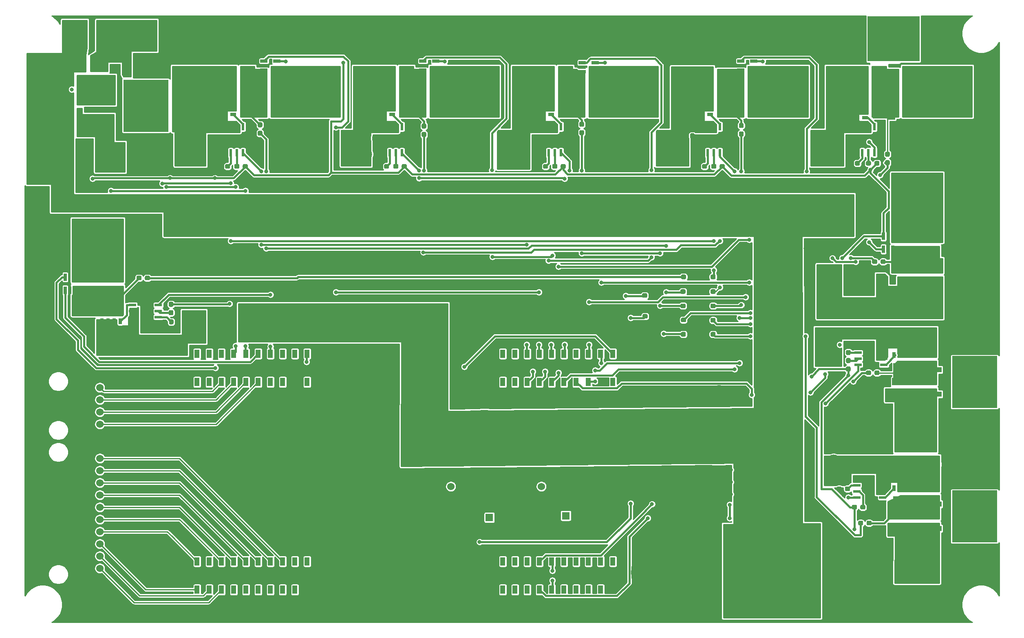
<source format=gbr>
%TF.GenerationSoftware,KiCad,Pcbnew,(5.1.8)-1*%
%TF.CreationDate,2020-11-29T21:51:29-06:00*%
%TF.ProjectId,PackVoltage_2021_Rev1,5061636b-566f-46c7-9461-67655f323032,rev?*%
%TF.SameCoordinates,Original*%
%TF.FileFunction,Copper,L1,Top*%
%TF.FilePolarity,Positive*%
%FSLAX46Y46*%
G04 Gerber Fmt 4.6, Leading zero omitted, Abs format (unit mm)*
G04 Created by KiCad (PCBNEW (5.1.8)-1) date 2020-11-29 21:51:29*
%MOMM*%
%LPD*%
G01*
G04 APERTURE LIST*
%TA.AperFunction,ComponentPad*%
%ADD10C,2.819400*%
%TD*%
%TA.AperFunction,SMDPad,CuDef*%
%ADD11R,0.990600X1.778000*%
%TD*%
%TA.AperFunction,ComponentPad*%
%ADD12C,1.524000*%
%TD*%
%TA.AperFunction,ComponentPad*%
%ADD13C,1.600000*%
%TD*%
%TA.AperFunction,ComponentPad*%
%ADD14R,1.600000X1.600000*%
%TD*%
%TA.AperFunction,SMDPad,CuDef*%
%ADD15R,0.650000X1.560000*%
%TD*%
%TA.AperFunction,SMDPad,CuDef*%
%ADD16R,1.550000X0.600000*%
%TD*%
%TA.AperFunction,SMDPad,CuDef*%
%ADD17R,4.600000X1.100000*%
%TD*%
%TA.AperFunction,SMDPad,CuDef*%
%ADD18R,9.399999X10.800001*%
%TD*%
%TA.AperFunction,SMDPad,CuDef*%
%ADD19R,10.800001X9.399999*%
%TD*%
%TA.AperFunction,SMDPad,CuDef*%
%ADD20R,1.100000X4.600000*%
%TD*%
%TA.AperFunction,SMDPad,CuDef*%
%ADD21R,0.700000X1.150000*%
%TD*%
%TA.AperFunction,SMDPad,CuDef*%
%ADD22C,0.100000*%
%TD*%
%TA.AperFunction,SMDPad,CuDef*%
%ADD23R,1.150000X0.700000*%
%TD*%
%TA.AperFunction,ComponentPad*%
%ADD24C,2.400000*%
%TD*%
%TA.AperFunction,ComponentPad*%
%ADD25R,2.400000X2.400000*%
%TD*%
%TA.AperFunction,ComponentPad*%
%ADD26C,5.080000*%
%TD*%
%TA.AperFunction,ComponentPad*%
%ADD27C,18.288000*%
%TD*%
%TA.AperFunction,SMDPad,CuDef*%
%ADD28R,1.560000X0.650000*%
%TD*%
%TA.AperFunction,SMDPad,CuDef*%
%ADD29R,0.600000X1.550000*%
%TD*%
%TA.AperFunction,ViaPad*%
%ADD30C,0.800000*%
%TD*%
%TA.AperFunction,Conductor*%
%ADD31C,0.381000*%
%TD*%
%TA.AperFunction,Conductor*%
%ADD32C,0.250000*%
%TD*%
%TA.AperFunction,Conductor*%
%ADD33C,0.254000*%
%TD*%
%TA.AperFunction,Conductor*%
%ADD34C,0.100000*%
%TD*%
G04 APERTURE END LIST*
D10*
%TO.P,F10,2*%
%TO.N,Net-(C30-Pad1)*%
X205232000Y-97790000D03*
X205232000Y-94361000D03*
%TO.P,F10,1*%
%TO.N,/PV*%
X191770000Y-94361000D03*
X191770000Y-97790000D03*
%TD*%
D11*
%TO.P,U24,PP2*%
%TO.N,Net-(U24-PadPP2)*%
X137795000Y-146456400D03*
%TO.P,U24,PN3*%
%TO.N,Net-(U24-PadPN3)*%
X140335000Y-146456400D03*
%TO.P,U24,PN2*%
%TO.N,Net-(U24-PadPN2)*%
X142875000Y-146456400D03*
%TO.P,U24,PD0*%
%TO.N,/Current_Sensor_A1*%
X145415000Y-146456400D03*
%TO.P,U24,PD1*%
%TO.N,/Current_Sensor_V1*%
X147955000Y-146456400D03*
%TO.P,U24,Rese*%
%TO.N,Net-(U24-PadRese)*%
X150495000Y-146456400D03*
%TO.P,U24,PH3*%
%TO.N,Net-(U24-PadPH3)*%
X153035000Y-146456400D03*
%TO.P,U24,PH2*%
%TO.N,Net-(U24-PadPH2)*%
X155575000Y-146456400D03*
%TO.P,U24,PM3*%
%TO.N,Net-(U24-PadPM3)*%
X158115000Y-146456400D03*
%TO.P,U24,GND*%
%TO.N,GND*%
X160655000Y-146456400D03*
%TO.P,U24,PL3*%
%TO.N,Net-(U24-PadPL3)*%
X137795000Y-140563600D03*
%TO.P,U24,PL2*%
%TO.N,Net-(U24-PadPL2)*%
X140335000Y-140563600D03*
%TO.P,U24,PL1*%
%TO.N,Net-(U24-PadPL1)*%
X142875000Y-140563600D03*
%TO.P,U24,PL0*%
%TO.N,/Driver_A1*%
X145415000Y-140563600D03*
%TO.P,U24,PL5*%
%TO.N,/Driver_V1*%
X147955000Y-140563600D03*
%TO.P,U24,PL4*%
%TO.N,Net-(U24-PadPL4)*%
X150495000Y-140563600D03*
%TO.P,U24,PG0*%
%TO.N,Net-(U24-PadPG0)*%
X153035000Y-140563600D03*
%TO.P,U24,PF3*%
%TO.N,Net-(U24-PadPF3)*%
X155575000Y-140563600D03*
%TO.P,U24,PF2*%
%TO.N,Net-(U24-PadPF2)*%
X158115000Y-140563600D03*
%TO.P,U24,PF1*%
%TO.N,Net-(U24-PadPF1)*%
X160655000Y-140563600D03*
%TO.P,U24,PB3*%
%TO.N,Net-(U24-PadPB3)*%
X137795000Y-97383600D03*
%TO.P,U24,PB2*%
%TO.N,Net-(U24-PadPB2)*%
X140335000Y-97383600D03*
%TO.P,U24,PC7*%
%TO.N,/Driver_M1*%
X142875000Y-97383600D03*
%TO.P,U24,PD3*%
%TO.N,/Current_Sensor_M1*%
X145415000Y-97383600D03*
%TO.P,U24,PE5*%
%TO.N,/Current_Sensor_M2*%
X147955000Y-97383600D03*
%TO.P,U24,PC6*%
%TO.N,/Driver_M2*%
X150495000Y-97383600D03*
%TO.P,U24,PC5*%
%TO.N,Net-(U24-PadPC5)*%
X153035000Y-97383600D03*
%TO.P,U24,PC4*%
%TO.N,/Driver_S1*%
X155575000Y-97383600D03*
%TO.P,U24,PE4*%
%TO.N,/Current_Sensor_S1*%
X158115000Y-97383600D03*
%TO.P,U24,+3V3*%
%TO.N,+3V3*%
X160655000Y-97383600D03*
%TO.P,U24,PM5*%
%TO.N,Net-(U24-PadPM5)*%
X137795000Y-103276400D03*
%TO.P,U24,PM4*%
%TO.N,Net-(U24-PadPM4)*%
X140335000Y-103276400D03*
%TO.P,U24,PA6*%
%TO.N,/Driver_M3*%
X142875000Y-103276400D03*
%TO.P,U24,PD7*%
%TO.N,/Current_Sensor_M3*%
X145415000Y-103276400D03*
%TO.P,U24,PE3*%
%TO.N,/Current_Sensor_M4*%
X147955000Y-103276400D03*
%TO.P,U24,PE2*%
%TO.N,/Driver_M4*%
X150495000Y-103276400D03*
%TO.P,U24,PE1*%
%TO.N,/Driver_D1*%
X153035000Y-103276400D03*
%TO.P,U24,PE0*%
%TO.N,/Current_Sensor_D1*%
X155575000Y-103276400D03*
%TO.P,U24,GND*%
%TO.N,GND*%
X158115000Y-103276400D03*
%TO.P,U24,+5V*%
%TO.N,Net-(U24-Pad+5V)*%
X160655000Y-103276400D03*
%TO.P,U24,PP5*%
%TO.N,Net-(U24-PadPP5)*%
X92075000Y-146456400D03*
%TO.P,U24,PM7*%
%TO.N,Net-(U24-PadPM7)*%
X94615000Y-146456400D03*
%TO.P,U24,GND*%
%TO.N,GND*%
X97155000Y-146456400D03*
%TO.P,U24,PK7*%
%TO.N,/NavBoardCTL*%
X74295000Y-140563600D03*
%TO.P,U24,PK6*%
%TO.N,Net-(U24-PadPK6)*%
X76835000Y-140563600D03*
%TO.P,U24,PH1*%
%TO.N,/GimbalActCTL*%
X79375000Y-140563600D03*
%TO.P,U24,PH0*%
%TO.N,/GimbalLogCTL*%
X81915000Y-140563600D03*
%TO.P,U24,PM2*%
%TO.N,/AuxActCTL*%
X84455000Y-140563600D03*
%TO.P,U24,PM1*%
%TO.N,/AuxLogCTL*%
X86995000Y-140563600D03*
%TO.P,U24,PM0*%
%TO.N,/MultimediaActCTL*%
X89535000Y-140563600D03*
%TO.P,U24,PK5*%
%TO.N,/MultimediaLogCTL*%
X92075000Y-140563600D03*
%TO.P,U24,PK4*%
%TO.N,Net-(U24-PadPK4)*%
X94615000Y-140563600D03*
%TO.P,U24,PG1*%
%TO.N,Net-(U24-PadPG1)*%
X97155000Y-140563600D03*
%TO.P,U24,PN4*%
%TO.N,Net-(U24-PadPN4)*%
X74295000Y-97383600D03*
%TO.P,U24,PP4*%
%TO.N,Net-(U24-PadPP4)*%
X79375000Y-97383600D03*
%TO.P,U24,PD5*%
%TO.N,/Current_Sensor_R1*%
X84455000Y-97383600D03*
%TO.P,U24,PD4*%
%TO.N,/Current_Sensor_T1*%
X86995000Y-97383600D03*
%TO.P,U24,PP1*%
%TO.N,/Driver_T1*%
X89535000Y-97383600D03*
%TO.P,U24,PP0*%
%TO.N,Net-(U24-PadPP0)*%
X92075000Y-97383600D03*
%TO.P,U24,PD2*%
%TO.N,Net-(U24-PadPD2)*%
X94615000Y-97383600D03*
%TO.P,U24,PA5*%
%TO.N,Net-(U24-PadPA5)*%
X74295000Y-103276400D03*
%TO.P,U24,PK3*%
%TO.N,/AuxMountSense*%
X79375000Y-103276400D03*
%TO.P,U24,PB5*%
%TO.N,Net-(U24-PadPB5)*%
X89535000Y-103276400D03*
%TO.P,U24,PB4*%
%TO.N,Net-(U24-PadPB4)*%
X92075000Y-103276400D03*
%TO.P,U24,GND*%
%TO.N,GND*%
X94615000Y-103276400D03*
%TO.P,U24,+5V'*%
%TO.N,Net-(U24-Pad+5V')*%
X97155000Y-103276400D03*
%TO.P,U24,PK1*%
%TO.N,/LowCurrentSense*%
X84455000Y-103276400D03*
%TO.P,U24,PK2*%
%TO.N,/MultimediaSense*%
X81915000Y-103276400D03*
%TO.P,U24,PN5*%
%TO.N,Net-(U24-PadPN5)*%
X76835000Y-97383600D03*
%TO.P,U24,PA7*%
%TO.N,Net-(U24-PadPA7)*%
X89535000Y-146456400D03*
%TO.P,U24,Rese'*%
%TO.N,Net-(U24-PadRese')*%
X86995000Y-146456400D03*
%TO.P,U24,PA4*%
%TO.N,Net-(U24-PadPA4)*%
X76835000Y-103276400D03*
%TO.P,U24,PQ0*%
%TO.N,/Driver_R1*%
X81915000Y-97383600D03*
%TO.P,U24,PP3*%
%TO.N,/DriveCTL*%
X79375000Y-146456400D03*
%TO.P,U24,PQ3*%
%TO.N,Net-(U24-PadPQ3)*%
X81915000Y-146456400D03*
%TO.P,U24,PK0*%
%TO.N,/GimbalSense*%
X86995000Y-103276400D03*
%TO.P,U24,PQ2*%
%TO.N,Net-(U24-PadPQ2)*%
X84455000Y-146456400D03*
%TO.P,U24,PQ1*%
%TO.N,/ExtraCTL*%
X76835000Y-146456400D03*
%TO.P,U24,PM6*%
%TO.N,/CameraCTL*%
X74295000Y-146456400D03*
%TO.P,U24,+3V3'*%
%TO.N,+3V3*%
X97155000Y-97383600D03*
%TD*%
D12*
%TO.P,U13,3*%
%TO.N,+5V*%
X145796000Y-124968000D03*
%TO.P,U13,2*%
%TO.N,GND*%
X145796000Y-122428000D03*
%TO.P,U13,1*%
%TO.N,/PV*%
X145796000Y-119888000D03*
%TD*%
%TO.P,U12,3*%
%TO.N,+3V3*%
X127000000Y-124968000D03*
%TO.P,U12,2*%
%TO.N,GND*%
X127000000Y-122428000D03*
%TO.P,U12,1*%
%TO.N,/PV*%
X127000000Y-119888000D03*
%TD*%
%TO.P,Conn6,4*%
%TO.N,/GimbalSense*%
X54102000Y-112014000D03*
%TO.P,Conn6,3*%
%TO.N,/LowCurrentSense*%
X54102000Y-109474000D03*
%TO.P,Conn6,2*%
%TO.N,/MultimediaSense*%
X54102000Y-106934000D03*
%TO.P,Conn6,1*%
%TO.N,/AuxMountSense*%
X54102000Y-104394000D03*
%TD*%
%TO.P,Conn5,10*%
%TO.N,/DriveCTL*%
X54102000Y-141986000D03*
%TO.P,Conn5,9*%
%TO.N,/ExtraCTL*%
X54102000Y-139446000D03*
%TO.P,Conn5,8*%
%TO.N,/CameraCTL*%
X54102000Y-136906000D03*
%TO.P,Conn5,7*%
%TO.N,/NavBoardCTL*%
X54102000Y-134366000D03*
%TO.P,Conn5,6*%
%TO.N,/GimbalActCTL*%
X54102000Y-131826000D03*
%TO.P,Conn5,5*%
%TO.N,/GimbalLogCTL*%
X54102000Y-129286000D03*
%TO.P,Conn5,4*%
%TO.N,/AuxActCTL*%
X54102000Y-126746000D03*
%TO.P,Conn5,3*%
%TO.N,/AuxLogCTL*%
X54102000Y-124206000D03*
%TO.P,Conn5,2*%
%TO.N,/MultimediaActCTL*%
X54102000Y-121666000D03*
%TO.P,Conn5,1*%
%TO.N,/MultimediaLogCTL*%
X54102000Y-119126000D03*
%TD*%
D13*
%TO.P,C32,2*%
%TO.N,GND*%
X153376000Y-131064000D03*
D14*
%TO.P,C32,1*%
%TO.N,+5V*%
X150876000Y-131064000D03*
%TD*%
D13*
%TO.P,C31,2*%
%TO.N,GND*%
X137501000Y-131445000D03*
D14*
%TO.P,C31,1*%
%TO.N,+3V3*%
X135001000Y-131445000D03*
%TD*%
D13*
%TO.P,C17,2*%
%TO.N,GND*%
X153670000Y-107355000D03*
D14*
%TO.P,C17,1*%
%TO.N,/PV*%
X153670000Y-109855000D03*
%TD*%
D13*
%TO.P,C16,2*%
%TO.N,GND*%
X133985000Y-107355000D03*
D14*
%TO.P,C16,1*%
%TO.N,/PV*%
X133985000Y-109855000D03*
%TD*%
D15*
%TO.P,U17,5*%
%TO.N,+5V*%
X46903600Y-81454000D03*
%TO.P,U17,4*%
%TO.N,/Anderson_T1*%
X48803600Y-81454000D03*
%TO.P,U17,3*%
%TO.N,Net-(Q6-Pad3)*%
X48803600Y-84154000D03*
%TO.P,U17,2*%
%TO.N,GND*%
X47853600Y-84154000D03*
%TO.P,U17,1*%
%TO.N,/Current_Sensor_T1*%
X46903600Y-84154000D03*
%TD*%
D16*
%TO.P,U14,8*%
%TO.N,Net-(C24-Pad1)*%
X60850800Y-91059000D03*
%TO.P,U14,6*%
X60850800Y-88519000D03*
%TO.P,U14,5*%
%TO.N,Net-(Q6-Pad2)*%
X60850800Y-87249000D03*
%TO.P,U14,4*%
%TO.N,/Driver_T1*%
X66250800Y-87249000D03*
%TO.P,U14,3*%
%TO.N,Net-(R19-Pad1)*%
X66250800Y-88519000D03*
%TO.P,U14,2*%
%TO.N,Net-(C21-Pad1)*%
X66250800Y-89789000D03*
%TO.P,U14,1*%
%TO.N,GND*%
X66250800Y-91059000D03*
%TD*%
D17*
%TO.P,R31,1*%
%TO.N,Net-(Q10-Pad3)*%
X226635000Y-100711000D03*
%TO.P,R31,2*%
%TO.N,/Anderson_A1*%
X226635000Y-105791000D03*
D18*
%TO.P,R31,0*%
%TO.N,N/C*%
X235785000Y-103251000D03*
%TD*%
%TO.P,R24,0*%
%TO.N,N/C*%
X63674600Y-45821600D03*
D17*
%TO.P,R24,2*%
%TO.N,/Anderson_R1*%
X54524600Y-48361600D03*
%TO.P,R24,1*%
%TO.N,Net-(Q8-Pad3)*%
X54524600Y-43281600D03*
%TD*%
%TO.P,R23,1*%
%TO.N,Net-(Q7-Pad3)*%
X226635000Y-128651000D03*
%TO.P,R23,2*%
%TO.N,/Anderson_V1*%
X226635000Y-133731000D03*
D18*
%TO.P,R23,0*%
%TO.N,N/C*%
X235785000Y-131191000D03*
%TD*%
%TO.P,R15,2*%
%TO.N,Net-(D7-Pad2)*%
%TA.AperFunction,SMDPad,CuDef*%
G36*
G01*
X217440500Y-57133000D02*
X217915500Y-57133000D01*
G75*
G02*
X218153000Y-57370500I0J-237500D01*
G01*
X218153000Y-57945500D01*
G75*
G02*
X217915500Y-58183000I-237500J0D01*
G01*
X217440500Y-58183000D01*
G75*
G02*
X217203000Y-57945500I0J237500D01*
G01*
X217203000Y-57370500D01*
G75*
G02*
X217440500Y-57133000I237500J0D01*
G01*
G37*
%TD.AperFunction*%
%TO.P,R15,1*%
%TO.N,Net-(Q5-Pad3)*%
%TA.AperFunction,SMDPad,CuDef*%
G36*
G01*
X217440500Y-55383000D02*
X217915500Y-55383000D01*
G75*
G02*
X218153000Y-55620500I0J-237500D01*
G01*
X218153000Y-56195500D01*
G75*
G02*
X217915500Y-56433000I-237500J0D01*
G01*
X217440500Y-56433000D01*
G75*
G02*
X217203000Y-56195500I0J237500D01*
G01*
X217203000Y-55620500D01*
G75*
G02*
X217440500Y-55383000I237500J0D01*
G01*
G37*
%TD.AperFunction*%
%TD*%
D19*
%TO.P,R13,0*%
%TO.N,N/C*%
X218948000Y-31865000D03*
D20*
%TO.P,R13,2*%
%TO.N,/Anderson_S1*%
X221488000Y-41015000D03*
%TO.P,R13,1*%
%TO.N,Net-(Q5-Pad3)*%
X216408000Y-41015000D03*
%TD*%
%TO.P,R11,2*%
%TO.N,+5V*%
%TA.AperFunction,SMDPad,CuDef*%
G36*
G01*
X214966000Y-58022500D02*
X214966000Y-57547500D01*
G75*
G02*
X215203500Y-57310000I237500J0D01*
G01*
X215778500Y-57310000D01*
G75*
G02*
X216016000Y-57547500I0J-237500D01*
G01*
X216016000Y-58022500D01*
G75*
G02*
X215778500Y-58260000I-237500J0D01*
G01*
X215203500Y-58260000D01*
G75*
G02*
X214966000Y-58022500I0J237500D01*
G01*
G37*
%TD.AperFunction*%
%TO.P,R11,1*%
%TO.N,Net-(R11-Pad1)*%
%TA.AperFunction,SMDPad,CuDef*%
G36*
G01*
X213216000Y-58022500D02*
X213216000Y-57547500D01*
G75*
G02*
X213453500Y-57310000I237500J0D01*
G01*
X214028500Y-57310000D01*
G75*
G02*
X214266000Y-57547500I0J-237500D01*
G01*
X214266000Y-58022500D01*
G75*
G02*
X214028500Y-58260000I-237500J0D01*
G01*
X213453500Y-58260000D01*
G75*
G02*
X213216000Y-58022500I0J237500D01*
G01*
G37*
%TD.AperFunction*%
%TD*%
D21*
%TO.P,Q10,1*%
%TO.N,Net-(C30-Pad1)*%
X221620000Y-97695000D03*
X222890000Y-97695000D03*
X220340000Y-97695000D03*
%TO.P,Q10,2*%
%TO.N,Net-(Q10-Pad2)*%
X219070000Y-97695000D03*
%TA.AperFunction,SMDPad,CuDef*%
D22*
%TO.P,Q10,3*%
%TO.N,Net-(Q10-Pad3)*%
G36*
X218630000Y-103940000D02*
G01*
X218630000Y-102390000D01*
X218880000Y-102390000D01*
X218880000Y-99315000D01*
X223080000Y-99315000D01*
X223080000Y-102390000D01*
X223330000Y-102390000D01*
X223330000Y-103940000D01*
X218630000Y-103940000D01*
G37*
%TD.AperFunction*%
%TD*%
D21*
%TO.P,Q7,1*%
%TO.N,Net-(C25-Pad1)*%
X221620000Y-125381000D03*
X222890000Y-125381000D03*
X220340000Y-125381000D03*
%TO.P,Q7,2*%
%TO.N,Net-(Q7-Pad2)*%
X219070000Y-125381000D03*
%TA.AperFunction,SMDPad,CuDef*%
D22*
%TO.P,Q7,3*%
%TO.N,Net-(Q7-Pad3)*%
G36*
X218630000Y-131626000D02*
G01*
X218630000Y-130076000D01*
X218880000Y-130076000D01*
X218880000Y-127001000D01*
X223080000Y-127001000D01*
X223080000Y-130076000D01*
X223330000Y-130076000D01*
X223330000Y-131626000D01*
X218630000Y-131626000D01*
G37*
%TD.AperFunction*%
%TD*%
%TA.AperFunction,SMDPad,CuDef*%
%TO.P,Q6,3*%
%TO.N,Net-(Q6-Pad3)*%
G36*
X58788800Y-84423200D02*
G01*
X58788800Y-85973200D01*
X58538800Y-85973200D01*
X58538800Y-89048200D01*
X54338800Y-89048200D01*
X54338800Y-85973200D01*
X54088800Y-85973200D01*
X54088800Y-84423200D01*
X58788800Y-84423200D01*
G37*
%TD.AperFunction*%
D21*
%TO.P,Q6,2*%
%TO.N,Net-(Q6-Pad2)*%
X58348800Y-90668200D03*
%TO.P,Q6,1*%
%TO.N,Net-(C24-Pad1)*%
X57078800Y-90668200D03*
X54528800Y-90668200D03*
X55798800Y-90668200D03*
%TD*%
%TA.AperFunction,SMDPad,CuDef*%
D22*
%TO.P,Q5,3*%
%TO.N,Net-(Q5-Pad3)*%
G36*
X219256000Y-48705000D02*
G01*
X217706000Y-48705000D01*
X217706000Y-48455000D01*
X214631000Y-48455000D01*
X214631000Y-44255000D01*
X217706000Y-44255000D01*
X217706000Y-44005000D01*
X219256000Y-44005000D01*
X219256000Y-48705000D01*
G37*
%TD.AperFunction*%
D23*
%TO.P,Q5,2*%
%TO.N,Net-(Q5-Pad2)*%
X213011000Y-48265000D03*
%TO.P,Q5,1*%
%TO.N,Net-(C14-Pad1)*%
X213011000Y-46995000D03*
X213011000Y-44445000D03*
X213011000Y-45715000D03*
%TD*%
%TO.P,D7,2*%
%TO.N,Net-(D7-Pad2)*%
%TA.AperFunction,SMDPad,CuDef*%
G36*
G01*
X175848500Y-90123000D02*
X175848500Y-90598000D01*
G75*
G02*
X175611000Y-90835500I-237500J0D01*
G01*
X175036000Y-90835500D01*
G75*
G02*
X174798500Y-90598000I0J237500D01*
G01*
X174798500Y-90123000D01*
G75*
G02*
X175036000Y-89885500I237500J0D01*
G01*
X175611000Y-89885500D01*
G75*
G02*
X175848500Y-90123000I0J-237500D01*
G01*
G37*
%TD.AperFunction*%
%TO.P,D7,1*%
%TO.N,GND*%
%TA.AperFunction,SMDPad,CuDef*%
G36*
G01*
X177598500Y-90123000D02*
X177598500Y-90598000D01*
G75*
G02*
X177361000Y-90835500I-237500J0D01*
G01*
X176786000Y-90835500D01*
G75*
G02*
X176548500Y-90598000I0J237500D01*
G01*
X176548500Y-90123000D01*
G75*
G02*
X176786000Y-89885500I237500J0D01*
G01*
X177361000Y-89885500D01*
G75*
G02*
X177598500Y-90123000I0J-237500D01*
G01*
G37*
%TD.AperFunction*%
%TD*%
%TO.P,C14,2*%
%TO.N,GND*%
%TA.AperFunction,SMDPad,CuDef*%
G36*
G01*
X209185500Y-52088500D02*
X209660500Y-52088500D01*
G75*
G02*
X209898000Y-52326000I0J-237500D01*
G01*
X209898000Y-52901000D01*
G75*
G02*
X209660500Y-53138500I-237500J0D01*
G01*
X209185500Y-53138500D01*
G75*
G02*
X208948000Y-52901000I0J237500D01*
G01*
X208948000Y-52326000D01*
G75*
G02*
X209185500Y-52088500I237500J0D01*
G01*
G37*
%TD.AperFunction*%
%TO.P,C14,1*%
%TO.N,Net-(C14-Pad1)*%
%TA.AperFunction,SMDPad,CuDef*%
G36*
G01*
X209185500Y-50338500D02*
X209660500Y-50338500D01*
G75*
G02*
X209898000Y-50576000I0J-237500D01*
G01*
X209898000Y-51151000D01*
G75*
G02*
X209660500Y-51388500I-237500J0D01*
G01*
X209185500Y-51388500D01*
G75*
G02*
X208948000Y-51151000I0J237500D01*
G01*
X208948000Y-50576000D01*
G75*
G02*
X209185500Y-50338500I237500J0D01*
G01*
G37*
%TD.AperFunction*%
%TD*%
%TO.P,C12,2*%
%TO.N,GND*%
%TA.AperFunction,SMDPad,CuDef*%
G36*
G01*
X210216000Y-57547500D02*
X210216000Y-58022500D01*
G75*
G02*
X209978500Y-58260000I-237500J0D01*
G01*
X209403500Y-58260000D01*
G75*
G02*
X209166000Y-58022500I0J237500D01*
G01*
X209166000Y-57547500D01*
G75*
G02*
X209403500Y-57310000I237500J0D01*
G01*
X209978500Y-57310000D01*
G75*
G02*
X210216000Y-57547500I0J-237500D01*
G01*
G37*
%TD.AperFunction*%
%TO.P,C12,1*%
%TO.N,Net-(C12-Pad1)*%
%TA.AperFunction,SMDPad,CuDef*%
G36*
G01*
X211966000Y-57547500D02*
X211966000Y-58022500D01*
G75*
G02*
X211728500Y-58260000I-237500J0D01*
G01*
X211153500Y-58260000D01*
G75*
G02*
X210916000Y-58022500I0J237500D01*
G01*
X210916000Y-57547500D01*
G75*
G02*
X211153500Y-57310000I237500J0D01*
G01*
X211728500Y-57310000D01*
G75*
G02*
X211966000Y-57547500I0J-237500D01*
G01*
G37*
%TD.AperFunction*%
%TD*%
%TA.AperFunction,SMDPad,CuDef*%
D22*
%TO.P,Q4,3*%
%TO.N,Net-(Q4-Pad3)*%
G36*
X187125000Y-48070000D02*
G01*
X185575000Y-48070000D01*
X185575000Y-47820000D01*
X182500000Y-47820000D01*
X182500000Y-43620000D01*
X185575000Y-43620000D01*
X185575000Y-43370000D01*
X187125000Y-43370000D01*
X187125000Y-48070000D01*
G37*
%TD.AperFunction*%
D23*
%TO.P,Q4,2*%
%TO.N,Net-(Q4-Pad2)*%
X180880000Y-47630000D03*
%TO.P,Q4,1*%
%TO.N,Net-(C13-Pad1)*%
X180880000Y-46360000D03*
X180880000Y-43810000D03*
X180880000Y-45080000D03*
%TD*%
%TA.AperFunction,SMDPad,CuDef*%
D22*
%TO.P,Q3,3*%
%TO.N,Net-(Q3-Pad3)*%
G36*
X88065000Y-48070000D02*
G01*
X86515000Y-48070000D01*
X86515000Y-47820000D01*
X83440000Y-47820000D01*
X83440000Y-43620000D01*
X86515000Y-43620000D01*
X86515000Y-43370000D01*
X88065000Y-43370000D01*
X88065000Y-48070000D01*
G37*
%TD.AperFunction*%
D23*
%TO.P,Q3,2*%
%TO.N,Net-(Q3-Pad2)*%
X81820000Y-47630000D03*
%TO.P,Q3,1*%
%TO.N,Net-(C10-Pad1)*%
X81820000Y-46360000D03*
X81820000Y-43810000D03*
X81820000Y-45080000D03*
%TD*%
%TA.AperFunction,SMDPad,CuDef*%
D22*
%TO.P,Q1,3*%
%TO.N,Net-(Q1-Pad3)*%
G36*
X121085000Y-48070000D02*
G01*
X119535000Y-48070000D01*
X119535000Y-47820000D01*
X116460000Y-47820000D01*
X116460000Y-43620000D01*
X119535000Y-43620000D01*
X119535000Y-43370000D01*
X121085000Y-43370000D01*
X121085000Y-48070000D01*
G37*
%TD.AperFunction*%
D23*
%TO.P,Q1,2*%
%TO.N,Net-(Q1-Pad2)*%
X114840000Y-47630000D03*
%TO.P,Q1,1*%
%TO.N,Net-(C8-Pad1)*%
X114840000Y-46360000D03*
X114840000Y-43810000D03*
X114840000Y-45080000D03*
%TD*%
%TA.AperFunction,SMDPad,CuDef*%
D22*
%TO.P,Q2,3*%
%TO.N,Net-(Q2-Pad3)*%
G36*
X154105000Y-48070000D02*
G01*
X152555000Y-48070000D01*
X152555000Y-47820000D01*
X149480000Y-47820000D01*
X149480000Y-43620000D01*
X152555000Y-43620000D01*
X152555000Y-43370000D01*
X154105000Y-43370000D01*
X154105000Y-48070000D01*
G37*
%TD.AperFunction*%
D23*
%TO.P,Q2,2*%
%TO.N,Net-(Q2-Pad2)*%
X147860000Y-47630000D03*
%TO.P,Q2,1*%
%TO.N,Net-(C9-Pad1)*%
X147860000Y-46360000D03*
X147860000Y-43810000D03*
X147860000Y-45080000D03*
%TD*%
%TO.P,D18,2*%
%TO.N,Net-(D18-Pad2)*%
%TA.AperFunction,SMDPad,CuDef*%
G36*
G01*
X175799000Y-93107500D02*
X175799000Y-93582500D01*
G75*
G02*
X175561500Y-93820000I-237500J0D01*
G01*
X174986500Y-93820000D01*
G75*
G02*
X174749000Y-93582500I0J237500D01*
G01*
X174749000Y-93107500D01*
G75*
G02*
X174986500Y-92870000I237500J0D01*
G01*
X175561500Y-92870000D01*
G75*
G02*
X175799000Y-93107500I0J-237500D01*
G01*
G37*
%TD.AperFunction*%
%TO.P,D18,1*%
%TO.N,GND*%
%TA.AperFunction,SMDPad,CuDef*%
G36*
G01*
X177549000Y-93107500D02*
X177549000Y-93582500D01*
G75*
G02*
X177311500Y-93820000I-237500J0D01*
G01*
X176736500Y-93820000D01*
G75*
G02*
X176499000Y-93582500I0J237500D01*
G01*
X176499000Y-93107500D01*
G75*
G02*
X176736500Y-92870000I237500J0D01*
G01*
X177311500Y-92870000D01*
G75*
G02*
X177549000Y-93107500I0J-237500D01*
G01*
G37*
%TD.AperFunction*%
%TD*%
%TO.P,D16,2*%
%TO.N,Net-(D16-Pad2)*%
%TA.AperFunction,SMDPad,CuDef*%
G36*
G01*
X180930000Y-81644500D02*
X180930000Y-81169500D01*
G75*
G02*
X181167500Y-80932000I237500J0D01*
G01*
X181742500Y-80932000D01*
G75*
G02*
X181980000Y-81169500I0J-237500D01*
G01*
X181980000Y-81644500D01*
G75*
G02*
X181742500Y-81882000I-237500J0D01*
G01*
X181167500Y-81882000D01*
G75*
G02*
X180930000Y-81644500I0J237500D01*
G01*
G37*
%TD.AperFunction*%
%TO.P,D16,1*%
%TO.N,GND*%
%TA.AperFunction,SMDPad,CuDef*%
G36*
G01*
X179180000Y-81644500D02*
X179180000Y-81169500D01*
G75*
G02*
X179417500Y-80932000I237500J0D01*
G01*
X179992500Y-80932000D01*
G75*
G02*
X180230000Y-81169500I0J-237500D01*
G01*
X180230000Y-81644500D01*
G75*
G02*
X179992500Y-81882000I-237500J0D01*
G01*
X179417500Y-81882000D01*
G75*
G02*
X179180000Y-81644500I0J237500D01*
G01*
G37*
%TD.AperFunction*%
%TD*%
%TO.P,D15,2*%
%TO.N,Net-(D15-Pad2)*%
%TA.AperFunction,SMDPad,CuDef*%
G36*
G01*
X180930000Y-93582500D02*
X180930000Y-93107500D01*
G75*
G02*
X181167500Y-92870000I237500J0D01*
G01*
X181742500Y-92870000D01*
G75*
G02*
X181980000Y-93107500I0J-237500D01*
G01*
X181980000Y-93582500D01*
G75*
G02*
X181742500Y-93820000I-237500J0D01*
G01*
X181167500Y-93820000D01*
G75*
G02*
X180930000Y-93582500I0J237500D01*
G01*
G37*
%TD.AperFunction*%
%TO.P,D15,1*%
%TO.N,GND*%
%TA.AperFunction,SMDPad,CuDef*%
G36*
G01*
X179180000Y-93582500D02*
X179180000Y-93107500D01*
G75*
G02*
X179417500Y-92870000I237500J0D01*
G01*
X179992500Y-92870000D01*
G75*
G02*
X180230000Y-93107500I0J-237500D01*
G01*
X180230000Y-93582500D01*
G75*
G02*
X179992500Y-93820000I-237500J0D01*
G01*
X179417500Y-93820000D01*
G75*
G02*
X179180000Y-93582500I0J237500D01*
G01*
G37*
%TD.AperFunction*%
%TD*%
%TO.P,D14,2*%
%TO.N,Net-(D14-Pad2)*%
%TA.AperFunction,SMDPad,CuDef*%
G36*
G01*
X175862500Y-81169500D02*
X175862500Y-81644500D01*
G75*
G02*
X175625000Y-81882000I-237500J0D01*
G01*
X175050000Y-81882000D01*
G75*
G02*
X174812500Y-81644500I0J237500D01*
G01*
X174812500Y-81169500D01*
G75*
G02*
X175050000Y-80932000I237500J0D01*
G01*
X175625000Y-80932000D01*
G75*
G02*
X175862500Y-81169500I0J-237500D01*
G01*
G37*
%TD.AperFunction*%
%TO.P,D14,1*%
%TO.N,GND*%
%TA.AperFunction,SMDPad,CuDef*%
G36*
G01*
X177612500Y-81169500D02*
X177612500Y-81644500D01*
G75*
G02*
X177375000Y-81882000I-237500J0D01*
G01*
X176800000Y-81882000D01*
G75*
G02*
X176562500Y-81644500I0J237500D01*
G01*
X176562500Y-81169500D01*
G75*
G02*
X176800000Y-80932000I237500J0D01*
G01*
X177375000Y-80932000D01*
G75*
G02*
X177612500Y-81169500I0J-237500D01*
G01*
G37*
%TD.AperFunction*%
%TD*%
%TO.P,D13,2*%
%TO.N,Net-(D13-Pad2)*%
%TA.AperFunction,SMDPad,CuDef*%
G36*
G01*
X167861500Y-89361000D02*
X167861500Y-89836000D01*
G75*
G02*
X167624000Y-90073500I-237500J0D01*
G01*
X167049000Y-90073500D01*
G75*
G02*
X166811500Y-89836000I0J237500D01*
G01*
X166811500Y-89361000D01*
G75*
G02*
X167049000Y-89123500I237500J0D01*
G01*
X167624000Y-89123500D01*
G75*
G02*
X167861500Y-89361000I0J-237500D01*
G01*
G37*
%TD.AperFunction*%
%TO.P,D13,1*%
%TO.N,GND*%
%TA.AperFunction,SMDPad,CuDef*%
G36*
G01*
X169611500Y-89361000D02*
X169611500Y-89836000D01*
G75*
G02*
X169374000Y-90073500I-237500J0D01*
G01*
X168799000Y-90073500D01*
G75*
G02*
X168561500Y-89836000I0J237500D01*
G01*
X168561500Y-89361000D01*
G75*
G02*
X168799000Y-89123500I237500J0D01*
G01*
X169374000Y-89123500D01*
G75*
G02*
X169611500Y-89361000I0J-237500D01*
G01*
G37*
%TD.AperFunction*%
%TD*%
%TO.P,D12,2*%
%TO.N,Net-(D12-Pad2)*%
%TA.AperFunction,SMDPad,CuDef*%
G36*
G01*
X167784000Y-85043000D02*
X167784000Y-85518000D01*
G75*
G02*
X167546500Y-85755500I-237500J0D01*
G01*
X166971500Y-85755500D01*
G75*
G02*
X166734000Y-85518000I0J237500D01*
G01*
X166734000Y-85043000D01*
G75*
G02*
X166971500Y-84805500I237500J0D01*
G01*
X167546500Y-84805500D01*
G75*
G02*
X167784000Y-85043000I0J-237500D01*
G01*
G37*
%TD.AperFunction*%
%TO.P,D12,1*%
%TO.N,GND*%
%TA.AperFunction,SMDPad,CuDef*%
G36*
G01*
X169534000Y-85043000D02*
X169534000Y-85518000D01*
G75*
G02*
X169296500Y-85755500I-237500J0D01*
G01*
X168721500Y-85755500D01*
G75*
G02*
X168484000Y-85518000I0J237500D01*
G01*
X168484000Y-85043000D01*
G75*
G02*
X168721500Y-84805500I237500J0D01*
G01*
X169296500Y-84805500D01*
G75*
G02*
X169534000Y-85043000I0J-237500D01*
G01*
G37*
%TD.AperFunction*%
%TD*%
%TO.P,D2,2*%
%TO.N,GND*%
%TA.AperFunction,SMDPad,CuDef*%
G36*
G01*
X200502000Y-117077500D02*
X200502000Y-116602500D01*
G75*
G02*
X200739500Y-116365000I237500J0D01*
G01*
X201314500Y-116365000D01*
G75*
G02*
X201552000Y-116602500I0J-237500D01*
G01*
X201552000Y-117077500D01*
G75*
G02*
X201314500Y-117315000I-237500J0D01*
G01*
X200739500Y-117315000D01*
G75*
G02*
X200502000Y-117077500I0J237500D01*
G01*
G37*
%TD.AperFunction*%
%TO.P,D2,1*%
%TO.N,/PV*%
%TA.AperFunction,SMDPad,CuDef*%
G36*
G01*
X198752000Y-117077500D02*
X198752000Y-116602500D01*
G75*
G02*
X198989500Y-116365000I237500J0D01*
G01*
X199564500Y-116365000D01*
G75*
G02*
X199802000Y-116602500I0J-237500D01*
G01*
X199802000Y-117077500D01*
G75*
G02*
X199564500Y-117315000I-237500J0D01*
G01*
X198989500Y-117315000D01*
G75*
G02*
X198752000Y-117077500I0J237500D01*
G01*
G37*
%TD.AperFunction*%
%TD*%
%TO.P,D1,2*%
%TO.N,GND*%
%TA.AperFunction,SMDPad,CuDef*%
G36*
G01*
X200502000Y-114791500D02*
X200502000Y-114316500D01*
G75*
G02*
X200739500Y-114079000I237500J0D01*
G01*
X201314500Y-114079000D01*
G75*
G02*
X201552000Y-114316500I0J-237500D01*
G01*
X201552000Y-114791500D01*
G75*
G02*
X201314500Y-115029000I-237500J0D01*
G01*
X200739500Y-115029000D01*
G75*
G02*
X200502000Y-114791500I0J237500D01*
G01*
G37*
%TD.AperFunction*%
%TO.P,D1,1*%
%TO.N,/PV*%
%TA.AperFunction,SMDPad,CuDef*%
G36*
G01*
X198752000Y-114791500D02*
X198752000Y-114316500D01*
G75*
G02*
X198989500Y-114079000I237500J0D01*
G01*
X199564500Y-114079000D01*
G75*
G02*
X199802000Y-114316500I0J-237500D01*
G01*
X199802000Y-114791500D01*
G75*
G02*
X199564500Y-115029000I-237500J0D01*
G01*
X198989500Y-115029000D01*
G75*
G02*
X198752000Y-114791500I0J237500D01*
G01*
G37*
%TD.AperFunction*%
%TD*%
D24*
%TO.P,C4,2*%
%TO.N,GND*%
X168554400Y-105236000D03*
D25*
%TO.P,C4,1*%
%TO.N,/PV*%
X168554400Y-110236000D03*
%TD*%
D24*
%TO.P,C3,2*%
%TO.N,GND*%
X168021000Y-124126000D03*
D25*
%TO.P,C3,1*%
%TO.N,/PV*%
X168021000Y-119126000D03*
%TD*%
D24*
%TO.P,C2,2*%
%TO.N,GND*%
X182626000Y-124126000D03*
D25*
%TO.P,C2,1*%
%TO.N,/PV*%
X182626000Y-119126000D03*
%TD*%
D24*
%TO.P,C1,2*%
%TO.N,GND*%
X182676800Y-105134400D03*
D25*
%TO.P,C1,1*%
%TO.N,/PV*%
X182676800Y-110134400D03*
%TD*%
D26*
%TO.P,Conn12,1*%
%TO.N,GND*%
X229108000Y-52197000D03*
%TO.P,Conn12,4*%
%TO.N,/Anderson_S1*%
X229108000Y-44323000D03*
%TD*%
%TO.P,Conn11,4*%
%TO.N,/Anderson_A1*%
X222631000Y-113919000D03*
%TO.P,Conn11,1*%
%TO.N,GND*%
X214757000Y-113919000D03*
%TD*%
%TO.P,Conn8,4*%
%TO.N,/Anderson_V1*%
X223266000Y-141351000D03*
%TO.P,Conn8,1*%
%TO.N,GND*%
X215392000Y-141351000D03*
%TD*%
%TO.P,Conn4,1*%
%TO.N,GND*%
X63627000Y-73025000D03*
%TO.P,Conn4,4*%
%TO.N,/Anderson_T1*%
X55753000Y-73025000D03*
%TD*%
%TO.P,Conn3,1*%
%TO.N,GND*%
X131445000Y-52324000D03*
%TO.P,Conn3,4*%
%TO.N,/Anderson_M2*%
X131445000Y-44450000D03*
%TD*%
%TO.P,Conn2,1*%
%TO.N,GND*%
X64262000Y-56515000D03*
%TO.P,Conn2,4*%
%TO.N,/Anderson_R1*%
X56388000Y-56515000D03*
%TD*%
%TO.P,C21,2*%
%TO.N,GND*%
%TA.AperFunction,SMDPad,CuDef*%
G36*
G01*
X68698100Y-91981800D02*
X69173100Y-91981800D01*
G75*
G02*
X69410600Y-92219300I0J-237500D01*
G01*
X69410600Y-92794300D01*
G75*
G02*
X69173100Y-93031800I-237500J0D01*
G01*
X68698100Y-93031800D01*
G75*
G02*
X68460600Y-92794300I0J237500D01*
G01*
X68460600Y-92219300D01*
G75*
G02*
X68698100Y-91981800I237500J0D01*
G01*
G37*
%TD.AperFunction*%
%TO.P,C21,1*%
%TO.N,Net-(C21-Pad1)*%
%TA.AperFunction,SMDPad,CuDef*%
G36*
G01*
X68698100Y-90231800D02*
X69173100Y-90231800D01*
G75*
G02*
X69410600Y-90469300I0J-237500D01*
G01*
X69410600Y-91044300D01*
G75*
G02*
X69173100Y-91281800I-237500J0D01*
G01*
X68698100Y-91281800D01*
G75*
G02*
X68460600Y-91044300I0J237500D01*
G01*
X68460600Y-90469300D01*
G75*
G02*
X68698100Y-90231800I237500J0D01*
G01*
G37*
%TD.AperFunction*%
%TD*%
%TO.P,C22,1*%
%TO.N,Net-(C22-Pad1)*%
%TA.AperFunction,SMDPad,CuDef*%
G36*
G01*
X209920000Y-125238500D02*
X209920000Y-125713500D01*
G75*
G02*
X209682500Y-125951000I-237500J0D01*
G01*
X209107500Y-125951000D01*
G75*
G02*
X208870000Y-125713500I0J237500D01*
G01*
X208870000Y-125238500D01*
G75*
G02*
X209107500Y-125001000I237500J0D01*
G01*
X209682500Y-125001000D01*
G75*
G02*
X209920000Y-125238500I0J-237500D01*
G01*
G37*
%TD.AperFunction*%
%TO.P,C22,2*%
%TO.N,GND*%
%TA.AperFunction,SMDPad,CuDef*%
G36*
G01*
X208170000Y-125238500D02*
X208170000Y-125713500D01*
G75*
G02*
X207932500Y-125951000I-237500J0D01*
G01*
X207357500Y-125951000D01*
G75*
G02*
X207120000Y-125713500I0J237500D01*
G01*
X207120000Y-125238500D01*
G75*
G02*
X207357500Y-125001000I237500J0D01*
G01*
X207932500Y-125001000D01*
G75*
G02*
X208170000Y-125238500I0J-237500D01*
G01*
G37*
%TD.AperFunction*%
%TD*%
%TO.P,C24,2*%
%TO.N,GND*%
%TA.AperFunction,SMDPad,CuDef*%
G36*
G01*
X52990000Y-93742500D02*
X52990000Y-94217500D01*
G75*
G02*
X52752500Y-94455000I-237500J0D01*
G01*
X52177500Y-94455000D01*
G75*
G02*
X51940000Y-94217500I0J237500D01*
G01*
X51940000Y-93742500D01*
G75*
G02*
X52177500Y-93505000I237500J0D01*
G01*
X52752500Y-93505000D01*
G75*
G02*
X52990000Y-93742500I0J-237500D01*
G01*
G37*
%TD.AperFunction*%
%TO.P,C24,1*%
%TO.N,Net-(C24-Pad1)*%
%TA.AperFunction,SMDPad,CuDef*%
G36*
G01*
X54740000Y-93742500D02*
X54740000Y-94217500D01*
G75*
G02*
X54502500Y-94455000I-237500J0D01*
G01*
X53927500Y-94455000D01*
G75*
G02*
X53690000Y-94217500I0J237500D01*
G01*
X53690000Y-93742500D01*
G75*
G02*
X53927500Y-93505000I237500J0D01*
G01*
X54502500Y-93505000D01*
G75*
G02*
X54740000Y-93742500I0J-237500D01*
G01*
G37*
%TD.AperFunction*%
%TD*%
%TO.P,C25,1*%
%TO.N,Net-(C25-Pad1)*%
%TA.AperFunction,SMDPad,CuDef*%
G36*
G01*
X227595000Y-120633500D02*
X227595000Y-120158500D01*
G75*
G02*
X227832500Y-119921000I237500J0D01*
G01*
X228407500Y-119921000D01*
G75*
G02*
X228645000Y-120158500I0J-237500D01*
G01*
X228645000Y-120633500D01*
G75*
G02*
X228407500Y-120871000I-237500J0D01*
G01*
X227832500Y-120871000D01*
G75*
G02*
X227595000Y-120633500I0J237500D01*
G01*
G37*
%TD.AperFunction*%
%TO.P,C25,2*%
%TO.N,GND*%
%TA.AperFunction,SMDPad,CuDef*%
G36*
G01*
X229345000Y-120633500D02*
X229345000Y-120158500D01*
G75*
G02*
X229582500Y-119921000I237500J0D01*
G01*
X230157500Y-119921000D01*
G75*
G02*
X230395000Y-120158500I0J-237500D01*
G01*
X230395000Y-120633500D01*
G75*
G02*
X230157500Y-120871000I-237500J0D01*
G01*
X229582500Y-120871000D01*
G75*
G02*
X229345000Y-120633500I0J237500D01*
G01*
G37*
%TD.AperFunction*%
%TD*%
%TO.P,C28,1*%
%TO.N,Net-(C28-Pad1)*%
%TA.AperFunction,SMDPad,CuDef*%
G36*
G01*
X209787500Y-97666000D02*
X209312500Y-97666000D01*
G75*
G02*
X209075000Y-97428500I0J237500D01*
G01*
X209075000Y-96853500D01*
G75*
G02*
X209312500Y-96616000I237500J0D01*
G01*
X209787500Y-96616000D01*
G75*
G02*
X210025000Y-96853500I0J-237500D01*
G01*
X210025000Y-97428500D01*
G75*
G02*
X209787500Y-97666000I-237500J0D01*
G01*
G37*
%TD.AperFunction*%
%TO.P,C28,2*%
%TO.N,GND*%
%TA.AperFunction,SMDPad,CuDef*%
G36*
G01*
X209787500Y-95916000D02*
X209312500Y-95916000D01*
G75*
G02*
X209075000Y-95678500I0J237500D01*
G01*
X209075000Y-95103500D01*
G75*
G02*
X209312500Y-94866000I237500J0D01*
G01*
X209787500Y-94866000D01*
G75*
G02*
X210025000Y-95103500I0J-237500D01*
G01*
X210025000Y-95678500D01*
G75*
G02*
X209787500Y-95916000I-237500J0D01*
G01*
G37*
%TD.AperFunction*%
%TD*%
%TO.P,C30,1*%
%TO.N,Net-(C30-Pad1)*%
%TA.AperFunction,SMDPad,CuDef*%
G36*
G01*
X226565000Y-93963500D02*
X226565000Y-93488500D01*
G75*
G02*
X226802500Y-93251000I237500J0D01*
G01*
X227377500Y-93251000D01*
G75*
G02*
X227615000Y-93488500I0J-237500D01*
G01*
X227615000Y-93963500D01*
G75*
G02*
X227377500Y-94201000I-237500J0D01*
G01*
X226802500Y-94201000D01*
G75*
G02*
X226565000Y-93963500I0J237500D01*
G01*
G37*
%TD.AperFunction*%
%TO.P,C30,2*%
%TO.N,GND*%
%TA.AperFunction,SMDPad,CuDef*%
G36*
G01*
X228315000Y-93963500D02*
X228315000Y-93488500D01*
G75*
G02*
X228552500Y-93251000I237500J0D01*
G01*
X229127500Y-93251000D01*
G75*
G02*
X229365000Y-93488500I0J-237500D01*
G01*
X229365000Y-93963500D01*
G75*
G02*
X229127500Y-94201000I-237500J0D01*
G01*
X228552500Y-94201000D01*
G75*
G02*
X228315000Y-93963500I0J237500D01*
G01*
G37*
%TD.AperFunction*%
%TD*%
D10*
%TO.P,F6,1*%
%TO.N,/PV*%
X86995000Y-89916000D03*
X86995000Y-93345000D03*
%TO.P,F6,2*%
%TO.N,Net-(C24-Pad1)*%
X73533000Y-93345000D03*
X73533000Y-89916000D03*
%TD*%
%TO.P,F7,2*%
%TO.N,Net-(C25-Pad1)*%
X206502000Y-123190000D03*
X206502000Y-119761000D03*
%TO.P,F7,1*%
%TO.N,/PV*%
X193040000Y-119761000D03*
X193040000Y-123190000D03*
%TD*%
%TO.P,F8,1*%
%TO.N,/PV*%
X50038000Y-33020000D03*
X50038000Y-29591000D03*
%TO.P,F8,2*%
%TO.N,Net-(C26-Pad1)*%
X63500000Y-29591000D03*
X63500000Y-33020000D03*
%TD*%
D27*
%TO.P,GND1,1*%
%TO.N,GND*%
X173609000Y-142875000D03*
%TD*%
%TO.P,R7,2*%
%TO.N,Net-(D3-Pad2)*%
%TA.AperFunction,SMDPad,CuDef*%
G36*
G01*
X121174500Y-51263000D02*
X121649500Y-51263000D01*
G75*
G02*
X121887000Y-51500500I0J-237500D01*
G01*
X121887000Y-52075500D01*
G75*
G02*
X121649500Y-52313000I-237500J0D01*
G01*
X121174500Y-52313000D01*
G75*
G02*
X120937000Y-52075500I0J237500D01*
G01*
X120937000Y-51500500D01*
G75*
G02*
X121174500Y-51263000I237500J0D01*
G01*
G37*
%TD.AperFunction*%
%TO.P,R7,1*%
%TO.N,Net-(Q1-Pad3)*%
%TA.AperFunction,SMDPad,CuDef*%
G36*
G01*
X121174500Y-49513000D02*
X121649500Y-49513000D01*
G75*
G02*
X121887000Y-49750500I0J-237500D01*
G01*
X121887000Y-50325500D01*
G75*
G02*
X121649500Y-50563000I-237500J0D01*
G01*
X121174500Y-50563000D01*
G75*
G02*
X120937000Y-50325500I0J237500D01*
G01*
X120937000Y-49750500D01*
G75*
G02*
X121174500Y-49513000I237500J0D01*
G01*
G37*
%TD.AperFunction*%
%TD*%
%TO.P,R9,2*%
%TO.N,Net-(D5-Pad2)*%
%TA.AperFunction,SMDPad,CuDef*%
G36*
G01*
X87138500Y-51009000D02*
X87613500Y-51009000D01*
G75*
G02*
X87851000Y-51246500I0J-237500D01*
G01*
X87851000Y-51821500D01*
G75*
G02*
X87613500Y-52059000I-237500J0D01*
G01*
X87138500Y-52059000D01*
G75*
G02*
X86901000Y-51821500I0J237500D01*
G01*
X86901000Y-51246500D01*
G75*
G02*
X87138500Y-51009000I237500J0D01*
G01*
G37*
%TD.AperFunction*%
%TO.P,R9,1*%
%TO.N,Net-(Q3-Pad3)*%
%TA.AperFunction,SMDPad,CuDef*%
G36*
G01*
X87138500Y-49259000D02*
X87613500Y-49259000D01*
G75*
G02*
X87851000Y-49496500I0J-237500D01*
G01*
X87851000Y-50071500D01*
G75*
G02*
X87613500Y-50309000I-237500J0D01*
G01*
X87138500Y-50309000D01*
G75*
G02*
X86901000Y-50071500I0J237500D01*
G01*
X86901000Y-49496500D01*
G75*
G02*
X87138500Y-49259000I237500J0D01*
G01*
G37*
%TD.AperFunction*%
%TD*%
%TO.P,R14,2*%
%TO.N,Net-(D6-Pad2)*%
%TA.AperFunction,SMDPad,CuDef*%
G36*
G01*
X187087500Y-51150000D02*
X187562500Y-51150000D01*
G75*
G02*
X187800000Y-51387500I0J-237500D01*
G01*
X187800000Y-51962500D01*
G75*
G02*
X187562500Y-52200000I-237500J0D01*
G01*
X187087500Y-52200000D01*
G75*
G02*
X186850000Y-51962500I0J237500D01*
G01*
X186850000Y-51387500D01*
G75*
G02*
X187087500Y-51150000I237500J0D01*
G01*
G37*
%TD.AperFunction*%
%TO.P,R14,1*%
%TO.N,Net-(Q4-Pad3)*%
%TA.AperFunction,SMDPad,CuDef*%
G36*
G01*
X187087500Y-49400000D02*
X187562500Y-49400000D01*
G75*
G02*
X187800000Y-49637500I0J-237500D01*
G01*
X187800000Y-50212500D01*
G75*
G02*
X187562500Y-50450000I-237500J0D01*
G01*
X187087500Y-50450000D01*
G75*
G02*
X186850000Y-50212500I0J237500D01*
G01*
X186850000Y-49637500D01*
G75*
G02*
X187087500Y-49400000I237500J0D01*
G01*
G37*
%TD.AperFunction*%
%TD*%
%TO.P,R19,2*%
%TO.N,+5V*%
%TA.AperFunction,SMDPad,CuDef*%
G36*
G01*
X69122300Y-87624200D02*
X68647300Y-87624200D01*
G75*
G02*
X68409800Y-87386700I0J237500D01*
G01*
X68409800Y-86811700D01*
G75*
G02*
X68647300Y-86574200I237500J0D01*
G01*
X69122300Y-86574200D01*
G75*
G02*
X69359800Y-86811700I0J-237500D01*
G01*
X69359800Y-87386700D01*
G75*
G02*
X69122300Y-87624200I-237500J0D01*
G01*
G37*
%TD.AperFunction*%
%TO.P,R19,1*%
%TO.N,Net-(R19-Pad1)*%
%TA.AperFunction,SMDPad,CuDef*%
G36*
G01*
X69122300Y-89374200D02*
X68647300Y-89374200D01*
G75*
G02*
X68409800Y-89136700I0J237500D01*
G01*
X68409800Y-88561700D01*
G75*
G02*
X68647300Y-88324200I237500J0D01*
G01*
X69122300Y-88324200D01*
G75*
G02*
X69359800Y-88561700I0J-237500D01*
G01*
X69359800Y-89136700D01*
G75*
G02*
X69122300Y-89374200I-237500J0D01*
G01*
G37*
%TD.AperFunction*%
%TD*%
%TO.P,R20,1*%
%TO.N,Net-(R20-Pad1)*%
%TA.AperFunction,SMDPad,CuDef*%
G36*
G01*
X213095000Y-129048500D02*
X213095000Y-129523500D01*
G75*
G02*
X212857500Y-129761000I-237500J0D01*
G01*
X212282500Y-129761000D01*
G75*
G02*
X212045000Y-129523500I0J237500D01*
G01*
X212045000Y-129048500D01*
G75*
G02*
X212282500Y-128811000I237500J0D01*
G01*
X212857500Y-128811000D01*
G75*
G02*
X213095000Y-129048500I0J-237500D01*
G01*
G37*
%TD.AperFunction*%
%TO.P,R20,2*%
%TO.N,+5V*%
%TA.AperFunction,SMDPad,CuDef*%
G36*
G01*
X211345000Y-129048500D02*
X211345000Y-129523500D01*
G75*
G02*
X211107500Y-129761000I-237500J0D01*
G01*
X210532500Y-129761000D01*
G75*
G02*
X210295000Y-129523500I0J237500D01*
G01*
X210295000Y-129048500D01*
G75*
G02*
X210532500Y-128811000I237500J0D01*
G01*
X211107500Y-128811000D01*
G75*
G02*
X211345000Y-129048500I0J-237500D01*
G01*
G37*
%TD.AperFunction*%
%TD*%
%TO.P,R25,2*%
%TO.N,Net-(D14-Pad2)*%
%TA.AperFunction,SMDPad,CuDef*%
G36*
G01*
X63455000Y-81873100D02*
X63455000Y-81398100D01*
G75*
G02*
X63692500Y-81160600I237500J0D01*
G01*
X64267500Y-81160600D01*
G75*
G02*
X64505000Y-81398100I0J-237500D01*
G01*
X64505000Y-81873100D01*
G75*
G02*
X64267500Y-82110600I-237500J0D01*
G01*
X63692500Y-82110600D01*
G75*
G02*
X63455000Y-81873100I0J237500D01*
G01*
G37*
%TD.AperFunction*%
%TO.P,R25,1*%
%TO.N,Net-(Q6-Pad3)*%
%TA.AperFunction,SMDPad,CuDef*%
G36*
G01*
X61705000Y-81873100D02*
X61705000Y-81398100D01*
G75*
G02*
X61942500Y-81160600I237500J0D01*
G01*
X62517500Y-81160600D01*
G75*
G02*
X62755000Y-81398100I0J-237500D01*
G01*
X62755000Y-81873100D01*
G75*
G02*
X62517500Y-82110600I-237500J0D01*
G01*
X61942500Y-82110600D01*
G75*
G02*
X61705000Y-81873100I0J237500D01*
G01*
G37*
%TD.AperFunction*%
%TD*%
%TO.P,R26,1*%
%TO.N,Net-(Q7-Pad3)*%
%TA.AperFunction,SMDPad,CuDef*%
G36*
G01*
X214393000Y-132350500D02*
X214393000Y-132825500D01*
G75*
G02*
X214155500Y-133063000I-237500J0D01*
G01*
X213580500Y-133063000D01*
G75*
G02*
X213343000Y-132825500I0J237500D01*
G01*
X213343000Y-132350500D01*
G75*
G02*
X213580500Y-132113000I237500J0D01*
G01*
X214155500Y-132113000D01*
G75*
G02*
X214393000Y-132350500I0J-237500D01*
G01*
G37*
%TD.AperFunction*%
%TO.P,R26,2*%
%TO.N,Net-(D15-Pad2)*%
%TA.AperFunction,SMDPad,CuDef*%
G36*
G01*
X212643000Y-132350500D02*
X212643000Y-132825500D01*
G75*
G02*
X212405500Y-133063000I-237500J0D01*
G01*
X211830500Y-133063000D01*
G75*
G02*
X211593000Y-132825500I0J237500D01*
G01*
X211593000Y-132350500D01*
G75*
G02*
X211830500Y-132113000I237500J0D01*
G01*
X212405500Y-132113000D01*
G75*
G02*
X212643000Y-132350500I0J-237500D01*
G01*
G37*
%TD.AperFunction*%
%TD*%
%TO.P,R29,1*%
%TO.N,Net-(R29-Pad1)*%
%TA.AperFunction,SMDPad,CuDef*%
G36*
G01*
X209312500Y-98281000D02*
X209787500Y-98281000D01*
G75*
G02*
X210025000Y-98518500I0J-237500D01*
G01*
X210025000Y-99093500D01*
G75*
G02*
X209787500Y-99331000I-237500J0D01*
G01*
X209312500Y-99331000D01*
G75*
G02*
X209075000Y-99093500I0J237500D01*
G01*
X209075000Y-98518500D01*
G75*
G02*
X209312500Y-98281000I237500J0D01*
G01*
G37*
%TD.AperFunction*%
%TO.P,R29,2*%
%TO.N,+5V*%
%TA.AperFunction,SMDPad,CuDef*%
G36*
G01*
X209312500Y-100031000D02*
X209787500Y-100031000D01*
G75*
G02*
X210025000Y-100268500I0J-237500D01*
G01*
X210025000Y-100843500D01*
G75*
G02*
X209787500Y-101081000I-237500J0D01*
G01*
X209312500Y-101081000D01*
G75*
G02*
X209075000Y-100843500I0J237500D01*
G01*
X209075000Y-100268500D01*
G75*
G02*
X209312500Y-100031000I237500J0D01*
G01*
G37*
%TD.AperFunction*%
%TD*%
%TO.P,R33,1*%
%TO.N,Net-(Q10-Pad3)*%
%TA.AperFunction,SMDPad,CuDef*%
G36*
G01*
X216030000Y-101108500D02*
X216030000Y-101583500D01*
G75*
G02*
X215792500Y-101821000I-237500J0D01*
G01*
X215217500Y-101821000D01*
G75*
G02*
X214980000Y-101583500I0J237500D01*
G01*
X214980000Y-101108500D01*
G75*
G02*
X215217500Y-100871000I237500J0D01*
G01*
X215792500Y-100871000D01*
G75*
G02*
X216030000Y-101108500I0J-237500D01*
G01*
G37*
%TD.AperFunction*%
%TO.P,R33,2*%
%TO.N,Net-(D18-Pad2)*%
%TA.AperFunction,SMDPad,CuDef*%
G36*
G01*
X214280000Y-101108500D02*
X214280000Y-101583500D01*
G75*
G02*
X214042500Y-101821000I-237500J0D01*
G01*
X213467500Y-101821000D01*
G75*
G02*
X213230000Y-101583500I0J237500D01*
G01*
X213230000Y-101108500D01*
G75*
G02*
X213467500Y-100871000I237500J0D01*
G01*
X214042500Y-100871000D01*
G75*
G02*
X214280000Y-101108500I0J-237500D01*
G01*
G37*
%TD.AperFunction*%
%TD*%
D16*
%TO.P,U15,1*%
%TO.N,GND*%
X211295000Y-123444000D03*
%TO.P,U15,2*%
%TO.N,Net-(C22-Pad1)*%
X211295000Y-124714000D03*
%TO.P,U15,3*%
%TO.N,Net-(R20-Pad1)*%
X211295000Y-125984000D03*
%TO.P,U15,4*%
%TO.N,/Driver_V1*%
X211295000Y-127254000D03*
%TO.P,U15,5*%
%TO.N,Net-(Q7-Pad2)*%
X216695000Y-127254000D03*
%TO.P,U15,6*%
%TO.N,Net-(C25-Pad1)*%
X216695000Y-125984000D03*
%TO.P,U15,8*%
X216695000Y-123444000D03*
%TD*%
%TO.P,U21,1*%
%TO.N,GND*%
X211549000Y-95885000D03*
%TO.P,U21,2*%
%TO.N,Net-(C28-Pad1)*%
X211549000Y-97155000D03*
%TO.P,U21,3*%
%TO.N,Net-(R29-Pad1)*%
X211549000Y-98425000D03*
%TO.P,U21,4*%
%TO.N,/Driver_A1*%
X211549000Y-99695000D03*
%TO.P,U21,5*%
%TO.N,Net-(Q10-Pad2)*%
X216949000Y-99695000D03*
%TO.P,U21,6*%
%TO.N,Net-(C30-Pad1)*%
X216949000Y-98425000D03*
%TO.P,U21,8*%
X216949000Y-95885000D03*
%TD*%
D27*
%TO.P,V1,1*%
%TO.N,/PV*%
X193929000Y-142875000D03*
%TD*%
%TO.P,R10,2*%
%TO.N,+5V*%
%TA.AperFunction,SMDPad,CuDef*%
G36*
G01*
X182835000Y-58657500D02*
X182835000Y-58182500D01*
G75*
G02*
X183072500Y-57945000I237500J0D01*
G01*
X183647500Y-57945000D01*
G75*
G02*
X183885000Y-58182500I0J-237500D01*
G01*
X183885000Y-58657500D01*
G75*
G02*
X183647500Y-58895000I-237500J0D01*
G01*
X183072500Y-58895000D01*
G75*
G02*
X182835000Y-58657500I0J237500D01*
G01*
G37*
%TD.AperFunction*%
%TO.P,R10,1*%
%TO.N,Net-(R10-Pad1)*%
%TA.AperFunction,SMDPad,CuDef*%
G36*
G01*
X181085000Y-58657500D02*
X181085000Y-58182500D01*
G75*
G02*
X181322500Y-57945000I237500J0D01*
G01*
X181897500Y-57945000D01*
G75*
G02*
X182135000Y-58182500I0J-237500D01*
G01*
X182135000Y-58657500D01*
G75*
G02*
X181897500Y-58895000I-237500J0D01*
G01*
X181322500Y-58895000D01*
G75*
G02*
X181085000Y-58657500I0J237500D01*
G01*
G37*
%TD.AperFunction*%
%TD*%
%TO.P,C11,2*%
%TO.N,GND*%
%TA.AperFunction,SMDPad,CuDef*%
G36*
G01*
X178466000Y-58182500D02*
X178466000Y-58657500D01*
G75*
G02*
X178228500Y-58895000I-237500J0D01*
G01*
X177653500Y-58895000D01*
G75*
G02*
X177416000Y-58657500I0J237500D01*
G01*
X177416000Y-58182500D01*
G75*
G02*
X177653500Y-57945000I237500J0D01*
G01*
X178228500Y-57945000D01*
G75*
G02*
X178466000Y-58182500I0J-237500D01*
G01*
G37*
%TD.AperFunction*%
%TO.P,C11,1*%
%TO.N,Net-(C11-Pad1)*%
%TA.AperFunction,SMDPad,CuDef*%
G36*
G01*
X180216000Y-58182500D02*
X180216000Y-58657500D01*
G75*
G02*
X179978500Y-58895000I-237500J0D01*
G01*
X179403500Y-58895000D01*
G75*
G02*
X179166000Y-58657500I0J237500D01*
G01*
X179166000Y-58182500D01*
G75*
G02*
X179403500Y-57945000I237500J0D01*
G01*
X179978500Y-57945000D01*
G75*
G02*
X180216000Y-58182500I0J-237500D01*
G01*
G37*
%TD.AperFunction*%
%TD*%
%TO.P,C13,2*%
%TO.N,GND*%
%TA.AperFunction,SMDPad,CuDef*%
G36*
G01*
X176927500Y-51545000D02*
X177402500Y-51545000D01*
G75*
G02*
X177640000Y-51782500I0J-237500D01*
G01*
X177640000Y-52357500D01*
G75*
G02*
X177402500Y-52595000I-237500J0D01*
G01*
X176927500Y-52595000D01*
G75*
G02*
X176690000Y-52357500I0J237500D01*
G01*
X176690000Y-51782500D01*
G75*
G02*
X176927500Y-51545000I237500J0D01*
G01*
G37*
%TD.AperFunction*%
%TO.P,C13,1*%
%TO.N,Net-(C13-Pad1)*%
%TA.AperFunction,SMDPad,CuDef*%
G36*
G01*
X176927500Y-49795000D02*
X177402500Y-49795000D01*
G75*
G02*
X177640000Y-50032500I0J-237500D01*
G01*
X177640000Y-50607500D01*
G75*
G02*
X177402500Y-50845000I-237500J0D01*
G01*
X176927500Y-50845000D01*
G75*
G02*
X176690000Y-50607500I0J237500D01*
G01*
X176690000Y-50032500D01*
G75*
G02*
X176927500Y-49795000I237500J0D01*
G01*
G37*
%TD.AperFunction*%
%TD*%
D10*
%TO.P,F4,1*%
%TO.N,/PV*%
X174625000Y-68707000D03*
X171196000Y-68707000D03*
%TO.P,F4,2*%
%TO.N,Net-(C13-Pad1)*%
X171196000Y-55245000D03*
X174625000Y-55245000D03*
%TD*%
D26*
%TO.P,Conn7,1*%
%TO.N,GND*%
X164465000Y-52324000D03*
%TO.P,Conn7,4*%
%TO.N,/Anderson_M3*%
X164465000Y-44450000D03*
%TD*%
D28*
%TO.P,U5,5*%
%TO.N,+5V*%
X157005000Y-36835000D03*
%TO.P,U5,4*%
%TO.N,/Anderson_M3*%
X157005000Y-38735000D03*
%TO.P,U5,3*%
%TO.N,Net-(Q2-Pad3)*%
X154305000Y-38735000D03*
%TO.P,U5,2*%
%TO.N,GND*%
X154305000Y-37785000D03*
%TO.P,U5,1*%
%TO.N,/Current_Sensor_M3*%
X154305000Y-36835000D03*
%TD*%
D29*
%TO.P,U2,8*%
%TO.N,Net-(C9-Pad1)*%
X146050000Y-50165000D03*
%TO.P,U2,6*%
X148590000Y-50165000D03*
%TO.P,U2,5*%
%TO.N,Net-(Q2-Pad2)*%
X149860000Y-50165000D03*
%TO.P,U2,4*%
%TO.N,/Driver_M3*%
X149860000Y-55565000D03*
%TO.P,U2,3*%
%TO.N,Net-(R2-Pad1)*%
X148590000Y-55565000D03*
%TO.P,U2,2*%
%TO.N,Net-(C6-Pad1)*%
X147320000Y-55565000D03*
%TO.P,U2,1*%
%TO.N,GND*%
X146050000Y-55565000D03*
%TD*%
%TO.P,C6,2*%
%TO.N,GND*%
%TA.AperFunction,SMDPad,CuDef*%
G36*
G01*
X145446000Y-58182500D02*
X145446000Y-58657500D01*
G75*
G02*
X145208500Y-58895000I-237500J0D01*
G01*
X144633500Y-58895000D01*
G75*
G02*
X144396000Y-58657500I0J237500D01*
G01*
X144396000Y-58182500D01*
G75*
G02*
X144633500Y-57945000I237500J0D01*
G01*
X145208500Y-57945000D01*
G75*
G02*
X145446000Y-58182500I0J-237500D01*
G01*
G37*
%TD.AperFunction*%
%TO.P,C6,1*%
%TO.N,Net-(C6-Pad1)*%
%TA.AperFunction,SMDPad,CuDef*%
G36*
G01*
X147196000Y-58182500D02*
X147196000Y-58657500D01*
G75*
G02*
X146958500Y-58895000I-237500J0D01*
G01*
X146383500Y-58895000D01*
G75*
G02*
X146146000Y-58657500I0J237500D01*
G01*
X146146000Y-58182500D01*
G75*
G02*
X146383500Y-57945000I237500J0D01*
G01*
X146958500Y-57945000D01*
G75*
G02*
X147196000Y-58182500I0J-237500D01*
G01*
G37*
%TD.AperFunction*%
%TD*%
D10*
%TO.P,F2,1*%
%TO.N,/PV*%
X141605000Y-69342000D03*
X138176000Y-69342000D03*
%TO.P,F2,2*%
%TO.N,Net-(C9-Pad1)*%
X138176000Y-55880000D03*
X141605000Y-55880000D03*
%TD*%
%TO.P,R2,2*%
%TO.N,+5V*%
%TA.AperFunction,SMDPad,CuDef*%
G36*
G01*
X149815000Y-58657500D02*
X149815000Y-58182500D01*
G75*
G02*
X150052500Y-57945000I237500J0D01*
G01*
X150627500Y-57945000D01*
G75*
G02*
X150865000Y-58182500I0J-237500D01*
G01*
X150865000Y-58657500D01*
G75*
G02*
X150627500Y-58895000I-237500J0D01*
G01*
X150052500Y-58895000D01*
G75*
G02*
X149815000Y-58657500I0J237500D01*
G01*
G37*
%TD.AperFunction*%
%TO.P,R2,1*%
%TO.N,Net-(R2-Pad1)*%
%TA.AperFunction,SMDPad,CuDef*%
G36*
G01*
X148065000Y-58657500D02*
X148065000Y-58182500D01*
G75*
G02*
X148302500Y-57945000I237500J0D01*
G01*
X148877500Y-57945000D01*
G75*
G02*
X149115000Y-58182500I0J-237500D01*
G01*
X149115000Y-58657500D01*
G75*
G02*
X148877500Y-58895000I-237500J0D01*
G01*
X148302500Y-58895000D01*
G75*
G02*
X148065000Y-58657500I0J237500D01*
G01*
G37*
%TD.AperFunction*%
%TD*%
%TO.P,C9,2*%
%TO.N,GND*%
%TA.AperFunction,SMDPad,CuDef*%
G36*
G01*
X144034500Y-52053000D02*
X144509500Y-52053000D01*
G75*
G02*
X144747000Y-52290500I0J-237500D01*
G01*
X144747000Y-52865500D01*
G75*
G02*
X144509500Y-53103000I-237500J0D01*
G01*
X144034500Y-53103000D01*
G75*
G02*
X143797000Y-52865500I0J237500D01*
G01*
X143797000Y-52290500D01*
G75*
G02*
X144034500Y-52053000I237500J0D01*
G01*
G37*
%TD.AperFunction*%
%TO.P,C9,1*%
%TO.N,Net-(C9-Pad1)*%
%TA.AperFunction,SMDPad,CuDef*%
G36*
G01*
X144034500Y-50303000D02*
X144509500Y-50303000D01*
G75*
G02*
X144747000Y-50540500I0J-237500D01*
G01*
X144747000Y-51115500D01*
G75*
G02*
X144509500Y-51353000I-237500J0D01*
G01*
X144034500Y-51353000D01*
G75*
G02*
X143797000Y-51115500I0J237500D01*
G01*
X143797000Y-50540500D01*
G75*
G02*
X144034500Y-50303000I237500J0D01*
G01*
G37*
%TD.AperFunction*%
%TD*%
D28*
%TO.P,U4,5*%
%TO.N,+5V*%
X123905000Y-36515000D03*
%TO.P,U4,4*%
%TO.N,/Anderson_M2*%
X123905000Y-38415000D03*
%TO.P,U4,3*%
%TO.N,Net-(Q1-Pad3)*%
X121205000Y-38415000D03*
%TO.P,U4,2*%
%TO.N,GND*%
X121205000Y-37465000D03*
%TO.P,U4,1*%
%TO.N,/Current_Sensor_M2*%
X121205000Y-36515000D03*
%TD*%
D29*
%TO.P,U1,8*%
%TO.N,Net-(C8-Pad1)*%
X113030000Y-50165000D03*
%TO.P,U1,6*%
X115570000Y-50165000D03*
%TO.P,U1,5*%
%TO.N,Net-(Q1-Pad2)*%
X116840000Y-50165000D03*
%TO.P,U1,4*%
%TO.N,/Driver_M2*%
X116840000Y-55565000D03*
%TO.P,U1,3*%
%TO.N,Net-(R1-Pad1)*%
X115570000Y-55565000D03*
%TO.P,U1,2*%
%TO.N,Net-(C5-Pad1)*%
X114300000Y-55565000D03*
%TO.P,U1,1*%
%TO.N,GND*%
X113030000Y-55565000D03*
%TD*%
%TO.P,C5,2*%
%TO.N,GND*%
%TA.AperFunction,SMDPad,CuDef*%
G36*
G01*
X112426000Y-58182500D02*
X112426000Y-58657500D01*
G75*
G02*
X112188500Y-58895000I-237500J0D01*
G01*
X111613500Y-58895000D01*
G75*
G02*
X111376000Y-58657500I0J237500D01*
G01*
X111376000Y-58182500D01*
G75*
G02*
X111613500Y-57945000I237500J0D01*
G01*
X112188500Y-57945000D01*
G75*
G02*
X112426000Y-58182500I0J-237500D01*
G01*
G37*
%TD.AperFunction*%
%TO.P,C5,1*%
%TO.N,Net-(C5-Pad1)*%
%TA.AperFunction,SMDPad,CuDef*%
G36*
G01*
X114176000Y-58182500D02*
X114176000Y-58657500D01*
G75*
G02*
X113938500Y-58895000I-237500J0D01*
G01*
X113363500Y-58895000D01*
G75*
G02*
X113126000Y-58657500I0J237500D01*
G01*
X113126000Y-58182500D01*
G75*
G02*
X113363500Y-57945000I237500J0D01*
G01*
X113938500Y-57945000D01*
G75*
G02*
X114176000Y-58182500I0J-237500D01*
G01*
G37*
%TD.AperFunction*%
%TD*%
D10*
%TO.P,F1,1*%
%TO.N,/PV*%
X109220000Y-69342000D03*
X105791000Y-69342000D03*
%TO.P,F1,2*%
%TO.N,Net-(C8-Pad1)*%
X105791000Y-55880000D03*
X109220000Y-55880000D03*
%TD*%
%TO.P,R1,2*%
%TO.N,+5V*%
%TA.AperFunction,SMDPad,CuDef*%
G36*
G01*
X116795000Y-58657500D02*
X116795000Y-58182500D01*
G75*
G02*
X117032500Y-57945000I237500J0D01*
G01*
X117607500Y-57945000D01*
G75*
G02*
X117845000Y-58182500I0J-237500D01*
G01*
X117845000Y-58657500D01*
G75*
G02*
X117607500Y-58895000I-237500J0D01*
G01*
X117032500Y-58895000D01*
G75*
G02*
X116795000Y-58657500I0J237500D01*
G01*
G37*
%TD.AperFunction*%
%TO.P,R1,1*%
%TO.N,Net-(R1-Pad1)*%
%TA.AperFunction,SMDPad,CuDef*%
G36*
G01*
X115045000Y-58657500D02*
X115045000Y-58182500D01*
G75*
G02*
X115282500Y-57945000I237500J0D01*
G01*
X115857500Y-57945000D01*
G75*
G02*
X116095000Y-58182500I0J-237500D01*
G01*
X116095000Y-58657500D01*
G75*
G02*
X115857500Y-58895000I-237500J0D01*
G01*
X115282500Y-58895000D01*
G75*
G02*
X115045000Y-58657500I0J237500D01*
G01*
G37*
%TD.AperFunction*%
%TD*%
%TO.P,C8,2*%
%TO.N,GND*%
%TA.AperFunction,SMDPad,CuDef*%
G36*
G01*
X110887500Y-52053000D02*
X111362500Y-52053000D01*
G75*
G02*
X111600000Y-52290500I0J-237500D01*
G01*
X111600000Y-52865500D01*
G75*
G02*
X111362500Y-53103000I-237500J0D01*
G01*
X110887500Y-53103000D01*
G75*
G02*
X110650000Y-52865500I0J237500D01*
G01*
X110650000Y-52290500D01*
G75*
G02*
X110887500Y-52053000I237500J0D01*
G01*
G37*
%TD.AperFunction*%
%TO.P,C8,1*%
%TO.N,Net-(C8-Pad1)*%
%TA.AperFunction,SMDPad,CuDef*%
G36*
G01*
X110887500Y-50303000D02*
X111362500Y-50303000D01*
G75*
G02*
X111600000Y-50540500I0J-237500D01*
G01*
X111600000Y-51115500D01*
G75*
G02*
X111362500Y-51353000I-237500J0D01*
G01*
X110887500Y-51353000D01*
G75*
G02*
X110650000Y-51115500I0J237500D01*
G01*
X110650000Y-50540500D01*
G75*
G02*
X110887500Y-50303000I237500J0D01*
G01*
G37*
%TD.AperFunction*%
%TD*%
%TO.P,D3,2*%
%TO.N,Net-(D3-Pad2)*%
%TA.AperFunction,SMDPad,CuDef*%
G36*
G01*
X180930000Y-84692500D02*
X180930000Y-84217500D01*
G75*
G02*
X181167500Y-83980000I237500J0D01*
G01*
X181742500Y-83980000D01*
G75*
G02*
X181980000Y-84217500I0J-237500D01*
G01*
X181980000Y-84692500D01*
G75*
G02*
X181742500Y-84930000I-237500J0D01*
G01*
X181167500Y-84930000D01*
G75*
G02*
X180930000Y-84692500I0J237500D01*
G01*
G37*
%TD.AperFunction*%
%TO.P,D3,1*%
%TO.N,GND*%
%TA.AperFunction,SMDPad,CuDef*%
G36*
G01*
X179180000Y-84692500D02*
X179180000Y-84217500D01*
G75*
G02*
X179417500Y-83980000I237500J0D01*
G01*
X179992500Y-83980000D01*
G75*
G02*
X180230000Y-84217500I0J-237500D01*
G01*
X180230000Y-84692500D01*
G75*
G02*
X179992500Y-84930000I-237500J0D01*
G01*
X179417500Y-84930000D01*
G75*
G02*
X179180000Y-84692500I0J237500D01*
G01*
G37*
%TD.AperFunction*%
%TD*%
D26*
%TO.P,Conn1,1*%
%TO.N,GND*%
X98425000Y-52324000D03*
%TO.P,Conn1,4*%
%TO.N,/Anderson_M1*%
X98425000Y-44450000D03*
%TD*%
D28*
%TO.P,U6,5*%
%TO.N,+5V*%
X90885000Y-36515000D03*
%TO.P,U6,4*%
%TO.N,/Anderson_M1*%
X90885000Y-38415000D03*
%TO.P,U6,3*%
%TO.N,Net-(Q3-Pad3)*%
X88185000Y-38415000D03*
%TO.P,U6,2*%
%TO.N,GND*%
X88185000Y-37465000D03*
%TO.P,U6,1*%
%TO.N,/Current_Sensor_M1*%
X88185000Y-36515000D03*
%TD*%
D29*
%TO.P,U3,8*%
%TO.N,Net-(C10-Pad1)*%
X80010000Y-50165000D03*
%TO.P,U3,6*%
X82550000Y-50165000D03*
%TO.P,U3,5*%
%TO.N,Net-(Q3-Pad2)*%
X83820000Y-50165000D03*
%TO.P,U3,4*%
%TO.N,/Driver_M1*%
X83820000Y-55565000D03*
%TO.P,U3,3*%
%TO.N,Net-(R3-Pad1)*%
X82550000Y-55565000D03*
%TO.P,U3,2*%
%TO.N,Net-(C7-Pad1)*%
X81280000Y-55565000D03*
%TO.P,U3,1*%
%TO.N,GND*%
X80010000Y-55565000D03*
%TD*%
%TO.P,C7,2*%
%TO.N,GND*%
%TA.AperFunction,SMDPad,CuDef*%
G36*
G01*
X79406000Y-58182500D02*
X79406000Y-58657500D01*
G75*
G02*
X79168500Y-58895000I-237500J0D01*
G01*
X78593500Y-58895000D01*
G75*
G02*
X78356000Y-58657500I0J237500D01*
G01*
X78356000Y-58182500D01*
G75*
G02*
X78593500Y-57945000I237500J0D01*
G01*
X79168500Y-57945000D01*
G75*
G02*
X79406000Y-58182500I0J-237500D01*
G01*
G37*
%TD.AperFunction*%
%TO.P,C7,1*%
%TO.N,Net-(C7-Pad1)*%
%TA.AperFunction,SMDPad,CuDef*%
G36*
G01*
X81156000Y-58182500D02*
X81156000Y-58657500D01*
G75*
G02*
X80918500Y-58895000I-237500J0D01*
G01*
X80343500Y-58895000D01*
G75*
G02*
X80106000Y-58657500I0J237500D01*
G01*
X80106000Y-58182500D01*
G75*
G02*
X80343500Y-57945000I237500J0D01*
G01*
X80918500Y-57945000D01*
G75*
G02*
X81156000Y-58182500I0J-237500D01*
G01*
G37*
%TD.AperFunction*%
%TD*%
D10*
%TO.P,F3,1*%
%TO.N,/PV*%
X74549000Y-69215000D03*
X71120000Y-69215000D03*
%TO.P,F3,2*%
%TO.N,Net-(C10-Pad1)*%
X71120000Y-55753000D03*
X74549000Y-55753000D03*
%TD*%
%TO.P,R3,2*%
%TO.N,+5V*%
%TA.AperFunction,SMDPad,CuDef*%
G36*
G01*
X83775000Y-58657500D02*
X83775000Y-58182500D01*
G75*
G02*
X84012500Y-57945000I237500J0D01*
G01*
X84587500Y-57945000D01*
G75*
G02*
X84825000Y-58182500I0J-237500D01*
G01*
X84825000Y-58657500D01*
G75*
G02*
X84587500Y-58895000I-237500J0D01*
G01*
X84012500Y-58895000D01*
G75*
G02*
X83775000Y-58657500I0J237500D01*
G01*
G37*
%TD.AperFunction*%
%TO.P,R3,1*%
%TO.N,Net-(R3-Pad1)*%
%TA.AperFunction,SMDPad,CuDef*%
G36*
G01*
X82025000Y-58657500D02*
X82025000Y-58182500D01*
G75*
G02*
X82262500Y-57945000I237500J0D01*
G01*
X82837500Y-57945000D01*
G75*
G02*
X83075000Y-58182500I0J-237500D01*
G01*
X83075000Y-58657500D01*
G75*
G02*
X82837500Y-58895000I-237500J0D01*
G01*
X82262500Y-58895000D01*
G75*
G02*
X82025000Y-58657500I0J237500D01*
G01*
G37*
%TD.AperFunction*%
%TD*%
%TO.P,C10,2*%
%TO.N,GND*%
%TA.AperFunction,SMDPad,CuDef*%
G36*
G01*
X77867500Y-52053000D02*
X78342500Y-52053000D01*
G75*
G02*
X78580000Y-52290500I0J-237500D01*
G01*
X78580000Y-52865500D01*
G75*
G02*
X78342500Y-53103000I-237500J0D01*
G01*
X77867500Y-53103000D01*
G75*
G02*
X77630000Y-52865500I0J237500D01*
G01*
X77630000Y-52290500D01*
G75*
G02*
X77867500Y-52053000I237500J0D01*
G01*
G37*
%TD.AperFunction*%
%TO.P,C10,1*%
%TO.N,Net-(C10-Pad1)*%
%TA.AperFunction,SMDPad,CuDef*%
G36*
G01*
X77867500Y-50303000D02*
X78342500Y-50303000D01*
G75*
G02*
X78580000Y-50540500I0J-237500D01*
G01*
X78580000Y-51115500D01*
G75*
G02*
X78342500Y-51353000I-237500J0D01*
G01*
X77867500Y-51353000D01*
G75*
G02*
X77630000Y-51115500I0J237500D01*
G01*
X77630000Y-50540500D01*
G75*
G02*
X77867500Y-50303000I237500J0D01*
G01*
G37*
%TD.AperFunction*%
%TD*%
%TO.P,D5,2*%
%TO.N,Net-(D5-Pad2)*%
%TA.AperFunction,SMDPad,CuDef*%
G36*
G01*
X175735500Y-84217500D02*
X175735500Y-84692500D01*
G75*
G02*
X175498000Y-84930000I-237500J0D01*
G01*
X174923000Y-84930000D01*
G75*
G02*
X174685500Y-84692500I0J237500D01*
G01*
X174685500Y-84217500D01*
G75*
G02*
X174923000Y-83980000I237500J0D01*
G01*
X175498000Y-83980000D01*
G75*
G02*
X175735500Y-84217500I0J-237500D01*
G01*
G37*
%TD.AperFunction*%
%TO.P,D5,1*%
%TO.N,GND*%
%TA.AperFunction,SMDPad,CuDef*%
G36*
G01*
X177485500Y-84217500D02*
X177485500Y-84692500D01*
G75*
G02*
X177248000Y-84930000I-237500J0D01*
G01*
X176673000Y-84930000D01*
G75*
G02*
X176435500Y-84692500I0J237500D01*
G01*
X176435500Y-84217500D01*
G75*
G02*
X176673000Y-83980000I237500J0D01*
G01*
X177248000Y-83980000D01*
G75*
G02*
X177485500Y-84217500I0J-237500D01*
G01*
G37*
%TD.AperFunction*%
%TD*%
%TO.P,D6,2*%
%TO.N,Net-(D6-Pad2)*%
%TA.AperFunction,SMDPad,CuDef*%
G36*
G01*
X180930000Y-87677000D02*
X180930000Y-87202000D01*
G75*
G02*
X181167500Y-86964500I237500J0D01*
G01*
X181742500Y-86964500D01*
G75*
G02*
X181980000Y-87202000I0J-237500D01*
G01*
X181980000Y-87677000D01*
G75*
G02*
X181742500Y-87914500I-237500J0D01*
G01*
X181167500Y-87914500D01*
G75*
G02*
X180930000Y-87677000I0J237500D01*
G01*
G37*
%TD.AperFunction*%
%TO.P,D6,1*%
%TO.N,GND*%
%TA.AperFunction,SMDPad,CuDef*%
G36*
G01*
X179180000Y-87677000D02*
X179180000Y-87202000D01*
G75*
G02*
X179417500Y-86964500I237500J0D01*
G01*
X179992500Y-86964500D01*
G75*
G02*
X180230000Y-87202000I0J-237500D01*
G01*
X180230000Y-87677000D01*
G75*
G02*
X179992500Y-87914500I-237500J0D01*
G01*
X179417500Y-87914500D01*
G75*
G02*
X179180000Y-87677000I0J237500D01*
G01*
G37*
%TD.AperFunction*%
%TD*%
%TO.P,D4,2*%
%TO.N,Net-(D4-Pad2)*%
%TA.AperFunction,SMDPad,CuDef*%
G36*
G01*
X175749500Y-87202000D02*
X175749500Y-87677000D01*
G75*
G02*
X175512000Y-87914500I-237500J0D01*
G01*
X174937000Y-87914500D01*
G75*
G02*
X174699500Y-87677000I0J237500D01*
G01*
X174699500Y-87202000D01*
G75*
G02*
X174937000Y-86964500I237500J0D01*
G01*
X175512000Y-86964500D01*
G75*
G02*
X175749500Y-87202000I0J-237500D01*
G01*
G37*
%TD.AperFunction*%
%TO.P,D4,1*%
%TO.N,GND*%
%TA.AperFunction,SMDPad,CuDef*%
G36*
G01*
X177499500Y-87202000D02*
X177499500Y-87677000D01*
G75*
G02*
X177262000Y-87914500I-237500J0D01*
G01*
X176687000Y-87914500D01*
G75*
G02*
X176449500Y-87677000I0J237500D01*
G01*
X176449500Y-87202000D01*
G75*
G02*
X176687000Y-86964500I237500J0D01*
G01*
X177262000Y-86964500D01*
G75*
G02*
X177499500Y-87202000I0J-237500D01*
G01*
G37*
%TD.AperFunction*%
%TD*%
%TO.P,R8,2*%
%TO.N,Net-(D4-Pad2)*%
%TA.AperFunction,SMDPad,CuDef*%
G36*
G01*
X153940500Y-50896000D02*
X154415500Y-50896000D01*
G75*
G02*
X154653000Y-51133500I0J-237500D01*
G01*
X154653000Y-51708500D01*
G75*
G02*
X154415500Y-51946000I-237500J0D01*
G01*
X153940500Y-51946000D01*
G75*
G02*
X153703000Y-51708500I0J237500D01*
G01*
X153703000Y-51133500D01*
G75*
G02*
X153940500Y-50896000I237500J0D01*
G01*
G37*
%TD.AperFunction*%
%TO.P,R8,1*%
%TO.N,Net-(Q2-Pad3)*%
%TA.AperFunction,SMDPad,CuDef*%
G36*
G01*
X153940500Y-49146000D02*
X154415500Y-49146000D01*
G75*
G02*
X154653000Y-49383500I0J-237500D01*
G01*
X154653000Y-49958500D01*
G75*
G02*
X154415500Y-50196000I-237500J0D01*
G01*
X153940500Y-50196000D01*
G75*
G02*
X153703000Y-49958500I0J237500D01*
G01*
X153703000Y-49383500D01*
G75*
G02*
X153940500Y-49146000I237500J0D01*
G01*
G37*
%TD.AperFunction*%
%TD*%
D26*
%TO.P,Conn9,1*%
%TO.N,GND*%
X196850000Y-52324000D03*
%TO.P,Conn9,4*%
%TO.N,/Anderson_M4*%
X196850000Y-44450000D03*
%TD*%
D10*
%TO.P,F5,1*%
%TO.N,/PV*%
X206756000Y-68580000D03*
X203327000Y-68580000D03*
%TO.P,F5,2*%
%TO.N,Net-(C14-Pad1)*%
X203327000Y-55118000D03*
X206756000Y-55118000D03*
%TD*%
D29*
%TO.P,U7,8*%
%TO.N,Net-(C13-Pad1)*%
X179070000Y-50165000D03*
%TO.P,U7,6*%
X181610000Y-50165000D03*
%TO.P,U7,5*%
%TO.N,Net-(Q4-Pad2)*%
X182880000Y-50165000D03*
%TO.P,U7,4*%
%TO.N,/Driver_M4*%
X182880000Y-55565000D03*
%TO.P,U7,3*%
%TO.N,Net-(R10-Pad1)*%
X181610000Y-55565000D03*
%TO.P,U7,2*%
%TO.N,Net-(C11-Pad1)*%
X180340000Y-55565000D03*
%TO.P,U7,1*%
%TO.N,GND*%
X179070000Y-55565000D03*
%TD*%
D28*
%TO.P,U9,5*%
%TO.N,+5V*%
X189945000Y-36515000D03*
%TO.P,U9,4*%
%TO.N,/Anderson_M4*%
X189945000Y-38415000D03*
%TO.P,U9,3*%
%TO.N,Net-(Q4-Pad3)*%
X187245000Y-38415000D03*
%TO.P,U9,2*%
%TO.N,GND*%
X187245000Y-37465000D03*
%TO.P,U9,1*%
%TO.N,/Current_Sensor_M4*%
X187245000Y-36515000D03*
%TD*%
D29*
%TO.P,U8,8*%
%TO.N,Net-(C14-Pad1)*%
X211201000Y-50165000D03*
%TO.P,U8,6*%
X213741000Y-50165000D03*
%TO.P,U8,5*%
%TO.N,Net-(Q5-Pad2)*%
X215011000Y-50165000D03*
%TO.P,U8,4*%
%TO.N,/Driver_S1*%
X215011000Y-55565000D03*
%TO.P,U8,3*%
%TO.N,Net-(R11-Pad1)*%
X213741000Y-55565000D03*
%TO.P,U8,2*%
%TO.N,Net-(C12-Pad1)*%
X212471000Y-55565000D03*
%TO.P,U8,1*%
%TO.N,GND*%
X211201000Y-55565000D03*
%TD*%
D26*
%TO.P,Conn10,1*%
%TO.N,GND*%
X214503000Y-65278000D03*
%TO.P,Conn10,4*%
%TO.N,/Anderson_D1*%
X222377000Y-65278000D03*
%TD*%
%TO.P,D17,2*%
%TO.N,Net-(D17-Pad2)*%
%TA.AperFunction,SMDPad,CuDef*%
G36*
G01*
X180930000Y-90661500D02*
X180930000Y-90186500D01*
G75*
G02*
X181167500Y-89949000I237500J0D01*
G01*
X181742500Y-89949000D01*
G75*
G02*
X181980000Y-90186500I0J-237500D01*
G01*
X181980000Y-90661500D01*
G75*
G02*
X181742500Y-90899000I-237500J0D01*
G01*
X181167500Y-90899000D01*
G75*
G02*
X180930000Y-90661500I0J237500D01*
G01*
G37*
%TD.AperFunction*%
%TO.P,D17,1*%
%TO.N,GND*%
%TA.AperFunction,SMDPad,CuDef*%
G36*
G01*
X179180000Y-90661500D02*
X179180000Y-90186500D01*
G75*
G02*
X179417500Y-89949000I237500J0D01*
G01*
X179992500Y-89949000D01*
G75*
G02*
X180230000Y-90186500I0J-237500D01*
G01*
X180230000Y-90661500D01*
G75*
G02*
X179992500Y-90899000I-237500J0D01*
G01*
X179417500Y-90899000D01*
G75*
G02*
X179180000Y-90661500I0J237500D01*
G01*
G37*
%TD.AperFunction*%
%TD*%
%TO.P,R32,2*%
%TO.N,Net-(D17-Pad2)*%
%TA.AperFunction,SMDPad,CuDef*%
G36*
G01*
X215550000Y-77994500D02*
X215550000Y-78469500D01*
G75*
G02*
X215312500Y-78707000I-237500J0D01*
G01*
X214737500Y-78707000D01*
G75*
G02*
X214500000Y-78469500I0J237500D01*
G01*
X214500000Y-77994500D01*
G75*
G02*
X214737500Y-77757000I237500J0D01*
G01*
X215312500Y-77757000D01*
G75*
G02*
X215550000Y-77994500I0J-237500D01*
G01*
G37*
%TD.AperFunction*%
%TO.P,R32,1*%
%TO.N,Net-(Q9-Pad3)*%
%TA.AperFunction,SMDPad,CuDef*%
G36*
G01*
X217300000Y-77994500D02*
X217300000Y-78469500D01*
G75*
G02*
X217062500Y-78707000I-237500J0D01*
G01*
X216487500Y-78707000D01*
G75*
G02*
X216250000Y-78469500I0J237500D01*
G01*
X216250000Y-77994500D01*
G75*
G02*
X216487500Y-77757000I237500J0D01*
G01*
X217062500Y-77757000D01*
G75*
G02*
X217300000Y-77994500I0J-237500D01*
G01*
G37*
%TD.AperFunction*%
%TD*%
D15*
%TO.P,U22,5*%
%TO.N,+5V*%
X216855000Y-72945000D03*
%TO.P,U22,4*%
%TO.N,/Anderson_D1*%
X218755000Y-72945000D03*
%TO.P,U22,3*%
%TO.N,Net-(Q9-Pad3)*%
X218755000Y-75645000D03*
%TO.P,U22,2*%
%TO.N,GND*%
X217805000Y-75645000D03*
%TO.P,U22,1*%
%TO.N,/Current_Sensor_D1*%
X216855000Y-75645000D03*
%TD*%
D10*
%TO.P,F9,1*%
%TO.N,/PV*%
X191516000Y-83947000D03*
X191516000Y-80518000D03*
%TO.P,F9,2*%
%TO.N,Net-(C29-Pad1)*%
X204978000Y-80518000D03*
X204978000Y-83947000D03*
%TD*%
D30*
%TO.N,*%
X207772000Y-95504000D03*
%TO.N,Net-(Q4-Pad3)*%
X184658000Y-42672000D03*
X184658000Y-44577000D03*
%TO.N,GND*%
X205994000Y-74676000D03*
X200660000Y-75438000D03*
X127000000Y-36830000D03*
X129540000Y-36830000D03*
X132080000Y-36830000D03*
X134620000Y-36830000D03*
X142240000Y-36322000D03*
X144780000Y-36322000D03*
X147320000Y-36322000D03*
X149860000Y-36322000D03*
X48260000Y-42418000D03*
X61722000Y-62230000D03*
X45974000Y-89408000D03*
X51054000Y-91186000D03*
X208534000Y-126746000D03*
X213614000Y-123698000D03*
X201295000Y-128270000D03*
X205105000Y-112776000D03*
X201295000Y-118110000D03*
X211074000Y-84582000D03*
X214122000Y-82042000D03*
X215900000Y-76962000D03*
X216154000Y-55626000D03*
X211328000Y-53340000D03*
X218948000Y-51816000D03*
X159258000Y-103378000D03*
X160528000Y-143764000D03*
X178054000Y-55118000D03*
X112268000Y-55372000D03*
X213868000Y-99060000D03*
X214376000Y-102870000D03*
X145288000Y-55880000D03*
X190500000Y-34290000D03*
X187960000Y-34290000D03*
X185420000Y-34290000D03*
X182880000Y-34290000D03*
X185674000Y-36830000D03*
X180340000Y-34290000D03*
X177800000Y-34290000D03*
X175260000Y-34290000D03*
X167640000Y-34290000D03*
X165100000Y-34290000D03*
X162560000Y-34290000D03*
X160020000Y-34290000D03*
X157480000Y-34290000D03*
X154940000Y-34290000D03*
X152400000Y-34290000D03*
X149860000Y-34290000D03*
X147320000Y-34290000D03*
X144780000Y-34290000D03*
X142240000Y-34290000D03*
X134620000Y-34290000D03*
X132080000Y-34290000D03*
X129540000Y-34290000D03*
X127000000Y-34290000D03*
X152908000Y-36830000D03*
X124460000Y-34290000D03*
X121920000Y-34290000D03*
X119380000Y-34290000D03*
X116840000Y-34290000D03*
X114300000Y-34290000D03*
X111760000Y-34290000D03*
X109220000Y-34290000D03*
X106680000Y-34290000D03*
X70104000Y-89916000D03*
X70104000Y-88138000D03*
X67056000Y-92202000D03*
X63754000Y-89154000D03*
X73406000Y-83312000D03*
X75946000Y-83312000D03*
X71120000Y-83312000D03*
X178308000Y-80518000D03*
X178308000Y-83820000D03*
X178308000Y-86868000D03*
X178308000Y-90170000D03*
X178308000Y-92964000D03*
X178308000Y-76962000D03*
X184404000Y-74168000D03*
X188595000Y-75184000D03*
X184404000Y-80518000D03*
X184404000Y-83566000D03*
X187960000Y-105410000D03*
X186436000Y-107442000D03*
X184912000Y-105410000D03*
X183896000Y-107442000D03*
X180848000Y-107442000D03*
X179070000Y-105156000D03*
X177546000Y-107442000D03*
X175514000Y-105156000D03*
X173990000Y-107696000D03*
X171958000Y-105156000D03*
X170434000Y-107442000D03*
X166370000Y-107442000D03*
X165608000Y-105156000D03*
X60960000Y-59690000D03*
X60960000Y-53086000D03*
X60960000Y-55372000D03*
X60960000Y-57658000D03*
X62992000Y-59690000D03*
X62992000Y-53086000D03*
X65532000Y-59690000D03*
X100838000Y-49784000D03*
X100838000Y-54864000D03*
X100838000Y-56642000D03*
X100838000Y-58420000D03*
X99060000Y-58420000D03*
X99060000Y-56642000D03*
X97282000Y-56642000D03*
X97282000Y-58420000D03*
X95504000Y-58420000D03*
X95504000Y-56642000D03*
X95504000Y-54610000D03*
X95504000Y-49784000D03*
X133985000Y-55245000D03*
X133985000Y-57785000D03*
X132715000Y-56515000D03*
X132715000Y-59055000D03*
X131445000Y-57785000D03*
X130175000Y-56515000D03*
X130175000Y-59055000D03*
X128905000Y-57785000D03*
X128905000Y-55245000D03*
X128905000Y-50165000D03*
X133985000Y-50165000D03*
X135255000Y-49530000D03*
X161925000Y-49530000D03*
X167005000Y-49530000D03*
X168910000Y-49530000D03*
X167259000Y-55245000D03*
X167259000Y-57785000D03*
X165989000Y-56515000D03*
X165989000Y-59055000D03*
X164719000Y-57785000D03*
X163449000Y-56515000D03*
X163449000Y-59055000D03*
X161290000Y-59055000D03*
X161290000Y-56515000D03*
X161290000Y-53975000D03*
X162560000Y-57658000D03*
X232791000Y-49530000D03*
X235331000Y-49530000D03*
X234061000Y-50800000D03*
X235331000Y-52070000D03*
X234061000Y-53340000D03*
X235331000Y-54610000D03*
X234061000Y-55880000D03*
X235331000Y-57150000D03*
X232791000Y-54610000D03*
X232791000Y-57150000D03*
X231521000Y-55880000D03*
X230251000Y-57150000D03*
X228981000Y-55880000D03*
X227711000Y-57150000D03*
X226441000Y-55880000D03*
X225171000Y-57150000D03*
X225171000Y-54610000D03*
X225171000Y-52070000D03*
X225171000Y-49530000D03*
X226441000Y-50800000D03*
X226441000Y-53340000D03*
X223901000Y-55880000D03*
X223901000Y-53340000D03*
X223901000Y-50800000D03*
X222631000Y-54610000D03*
X222631000Y-57150000D03*
X221361000Y-55880000D03*
X220091000Y-57150000D03*
X220091000Y-54610000D03*
X221361000Y-53340000D03*
X215265000Y-68580000D03*
X215265000Y-71120000D03*
X213995000Y-69850000D03*
X212725000Y-71120000D03*
X212725000Y-68580000D03*
X211455000Y-61595000D03*
X210185000Y-62865000D03*
X215900000Y-110871000D03*
X217805000Y-110871000D03*
X217805000Y-108966000D03*
X217170000Y-117221000D03*
X214630000Y-117221000D03*
X212090000Y-117221000D03*
X209550000Y-117221000D03*
X210820000Y-115316000D03*
X217805000Y-144526000D03*
X212725000Y-144526000D03*
X215265000Y-144526000D03*
X216535000Y-145796000D03*
X213995000Y-145796000D03*
X217805000Y-147066000D03*
X215265000Y-147066000D03*
X212725000Y-147066000D03*
X211455000Y-145796000D03*
X210185000Y-144526000D03*
X210185000Y-147066000D03*
X211455000Y-143256000D03*
X210185000Y-141986000D03*
X211455000Y-140716000D03*
X210185000Y-139446000D03*
X211455000Y-138176000D03*
X210185000Y-136906000D03*
X212725000Y-136906000D03*
X213995000Y-138176000D03*
X215265000Y-136906000D03*
X216535000Y-138176000D03*
X217805000Y-136906000D03*
X216535000Y-135636000D03*
X213995000Y-135636000D03*
X60325000Y-69215000D03*
X62865000Y-69215000D03*
X65405000Y-69215000D03*
X61595000Y-70485000D03*
X60325000Y-71755000D03*
X60325000Y-74295000D03*
X61595000Y-76200000D03*
X65405000Y-76200000D03*
X67945000Y-76200000D03*
X66675000Y-74295000D03*
X69215000Y-74295000D03*
X70485000Y-76200000D03*
X125095000Y-121920000D03*
X125095000Y-123190000D03*
X129540000Y-123190000D03*
X129540000Y-121920000D03*
X132461000Y-106680000D03*
X132461000Y-107950000D03*
X135636000Y-107950000D03*
X135636000Y-106680000D03*
X144145000Y-121920000D03*
X144145000Y-123190000D03*
X147320000Y-123190000D03*
X147320000Y-121920000D03*
X152019000Y-106680000D03*
X152019000Y-107950000D03*
X155194000Y-107950000D03*
X155194000Y-106680000D03*
X152654000Y-132588000D03*
X154178000Y-132588000D03*
X155194000Y-131572000D03*
X155194000Y-130048000D03*
X154178000Y-129286000D03*
X152654000Y-129286000D03*
X166370000Y-128524000D03*
X166370000Y-126365000D03*
X168275000Y-126365000D03*
X166370000Y-122555000D03*
X170180000Y-124460000D03*
X170180000Y-122555000D03*
X172085000Y-122555000D03*
X182626000Y-126619000D03*
X185166000Y-124079000D03*
X136144000Y-132969000D03*
X138684000Y-132969000D03*
X138684000Y-130429000D03*
X139954000Y-131699000D03*
X141224000Y-132969000D03*
X141224000Y-130429000D03*
X139954000Y-129159000D03*
X141224000Y-127889000D03*
X138684000Y-127889000D03*
X137414000Y-129159000D03*
X136144000Y-127889000D03*
X214630000Y-129286000D03*
X213995000Y-126111000D03*
X52070000Y-95250000D03*
X52070000Y-92710000D03*
X129540000Y-136144000D03*
X125984000Y-136144000D03*
X187960000Y-92456000D03*
X187960000Y-96520000D03*
X180086000Y-124079000D03*
X185166000Y-126619000D03*
X180086000Y-126619000D03*
X180086000Y-121539000D03*
X185166000Y-121539000D03*
X182626000Y-121412000D03*
X203454000Y-105410000D03*
X206756000Y-101854000D03*
X70866000Y-59436000D03*
X72898000Y-59436000D03*
X75184000Y-59436000D03*
X59436000Y-62230000D03*
X50038000Y-61468000D03*
X52070000Y-62992000D03*
X50038000Y-62992000D03*
X63500000Y-62230000D03*
X65024000Y-62230000D03*
X57658000Y-62230000D03*
X50038000Y-59436000D03*
X50038000Y-57658000D03*
X193421000Y-49530000D03*
X193421000Y-52070000D03*
X193421000Y-54610000D03*
X193421000Y-57150000D03*
X195961000Y-57150000D03*
X194691000Y-58420000D03*
X194691000Y-55880000D03*
X197231000Y-55880000D03*
X198501000Y-57150000D03*
X197231000Y-58420000D03*
X199771000Y-55880000D03*
X199771000Y-58420000D03*
X199771000Y-53340000D03*
X199771000Y-50800000D03*
X208915000Y-61595000D03*
X86106000Y-79756000D03*
X86106000Y-76962000D03*
X195580000Y-61595000D03*
X194310000Y-62865000D03*
X193040000Y-61595000D03*
X191770000Y-62865000D03*
X190500000Y-61595000D03*
X189230000Y-62865000D03*
X207645000Y-62865000D03*
X165100000Y-62230000D03*
X161925000Y-62230000D03*
X158750000Y-62230000D03*
X132080000Y-62230000D03*
X128270000Y-62230000D03*
X124460000Y-62230000D03*
X99695000Y-61595000D03*
X95885000Y-61595000D03*
X92075000Y-61595000D03*
X83185000Y-116205000D03*
X85725000Y-118745000D03*
X88265000Y-116205000D03*
X90805000Y-118745000D03*
X93345000Y-116205000D03*
X93345000Y-121285000D03*
X88265000Y-121285000D03*
X90805000Y-123825000D03*
X93345000Y-126365000D03*
X101600000Y-133350000D03*
X106680000Y-133350000D03*
X104140000Y-130810000D03*
X101600000Y-128270000D03*
X106680000Y-128270000D03*
X104140000Y-125730000D03*
X101600000Y-123190000D03*
X106680000Y-123190000D03*
X109220000Y-125730000D03*
X109220000Y-131445000D03*
X111760000Y-128270000D03*
X111760000Y-133350000D03*
X114300000Y-130810000D03*
X116840000Y-133350000D03*
X96520000Y-34163000D03*
X99568000Y-34163000D03*
X152527000Y-76835000D03*
X149606000Y-76835000D03*
X145415000Y-82931000D03*
X145415000Y-79756000D03*
X145415000Y-78486000D03*
X81280000Y-76200000D03*
X81280000Y-78994000D03*
X81153000Y-83312000D03*
X67818000Y-52324000D03*
%TO.N,/PV*%
X46990000Y-36830000D03*
X46990000Y-29210000D03*
X48006000Y-30480000D03*
X48006000Y-33020000D03*
X45720000Y-35560000D03*
X43180000Y-35560000D03*
X40640000Y-35560000D03*
X41910000Y-36830000D03*
X44450000Y-36830000D03*
X45720000Y-38100000D03*
X43180000Y-38100000D03*
X40640000Y-38100000D03*
X41910000Y-39370000D03*
X44450000Y-39370000D03*
X44450000Y-64770000D03*
X44450000Y-67310000D03*
X45720000Y-66040000D03*
X46990000Y-64770000D03*
X46990000Y-67310000D03*
X49530000Y-64770000D03*
X49530000Y-67310000D03*
X52070000Y-64770000D03*
X54610000Y-64770000D03*
X57150000Y-64770000D03*
X59690000Y-64770000D03*
X62230000Y-64770000D03*
X64770000Y-64770000D03*
X67310000Y-64770000D03*
X68580000Y-66040000D03*
X67310000Y-67310000D03*
X64770000Y-67310000D03*
X59690000Y-67310000D03*
X57150000Y-67310000D03*
X54610000Y-67310000D03*
X52070000Y-67310000D03*
X62230000Y-67310000D03*
X66040000Y-66040000D03*
X63500000Y-66040000D03*
X60960000Y-66040000D03*
X58420000Y-66040000D03*
X55880000Y-66040000D03*
X53340000Y-66040000D03*
X50800000Y-66040000D03*
X48260000Y-66040000D03*
X48260000Y-35560000D03*
X46990000Y-31750000D03*
X46990000Y-34290000D03*
X45720000Y-63500000D03*
X48260000Y-63246000D03*
X46990000Y-39370000D03*
X48260000Y-38100000D03*
X49530000Y-36830000D03*
X50800000Y-38100000D03*
X50800000Y-35560000D03*
%TO.N,Net-(C8-Pad1)*%
X109855000Y-49530000D03*
X107315000Y-49530000D03*
X108585000Y-45720000D03*
X111125000Y-45720000D03*
X107315000Y-46990000D03*
X108585000Y-48260000D03*
X112395000Y-39370000D03*
X108585000Y-40640000D03*
X111125000Y-38100000D03*
X113665000Y-38100000D03*
X112395000Y-41910000D03*
X107315000Y-39370000D03*
X113665000Y-40640000D03*
X114935000Y-41910000D03*
X114935000Y-39370000D03*
X109855000Y-39370000D03*
X108585000Y-38100000D03*
X108585000Y-43180000D03*
X111125000Y-43180000D03*
X113665000Y-43180000D03*
X112395000Y-44450000D03*
X109855000Y-44450000D03*
X107315000Y-44450000D03*
X111125000Y-48260000D03*
X108585000Y-50800000D03*
X109855000Y-52070000D03*
X107315000Y-52070000D03*
X104775000Y-52070000D03*
X106045000Y-53340000D03*
X108585000Y-53340000D03*
X107315000Y-41910000D03*
X109855000Y-41910000D03*
X111125000Y-40640000D03*
X112395000Y-46990000D03*
X109855000Y-46990000D03*
%TO.N,Net-(C9-Pad1)*%
X142875000Y-49530000D03*
X140335000Y-49530000D03*
X137795000Y-58420000D03*
X140335000Y-58420000D03*
X142875000Y-58420000D03*
X141605000Y-48260000D03*
X140335000Y-41910000D03*
X145415000Y-39370000D03*
X141605000Y-40640000D03*
X144145000Y-38100000D03*
X142875000Y-41910000D03*
X146685000Y-38100000D03*
X145415000Y-41910000D03*
X142875000Y-39370000D03*
X141605000Y-38100000D03*
X144145000Y-40640000D03*
X140335000Y-39370000D03*
X146685000Y-40640000D03*
X147955000Y-41910000D03*
X147955000Y-39370000D03*
X145415000Y-46990000D03*
X142875000Y-46990000D03*
X140335000Y-46990000D03*
X141605000Y-50800000D03*
X142875000Y-52070000D03*
X140335000Y-52070000D03*
X141605000Y-53340000D03*
X137795000Y-52070000D03*
X141605000Y-43180000D03*
X144145000Y-43180000D03*
X146685000Y-43180000D03*
X142875000Y-44450000D03*
X145415000Y-44450000D03*
X140335000Y-44450000D03*
X141605000Y-45720000D03*
X144145000Y-45720000D03*
X146685000Y-45720000D03*
X144145000Y-48260000D03*
X139065000Y-53340000D03*
%TO.N,Net-(C10-Pad1)*%
X76835000Y-49530000D03*
X74295000Y-49530000D03*
X75565000Y-45720000D03*
X78105000Y-45720000D03*
X74295000Y-46990000D03*
X75565000Y-48260000D03*
X74295000Y-41910000D03*
X79375000Y-39370000D03*
X75565000Y-40640000D03*
X78105000Y-38100000D03*
X76835000Y-41910000D03*
X80645000Y-38100000D03*
X79375000Y-41910000D03*
X76835000Y-39370000D03*
X75565000Y-38100000D03*
X78105000Y-40640000D03*
X74295000Y-39370000D03*
X80645000Y-40640000D03*
X81915000Y-41910000D03*
X81915000Y-39370000D03*
X71755000Y-46990000D03*
X71755000Y-49530000D03*
X71755000Y-39370000D03*
X73025000Y-50800000D03*
X70485000Y-40640000D03*
X71755000Y-41910000D03*
X70485000Y-48260000D03*
X70485000Y-43180000D03*
X70485000Y-50800000D03*
X73025000Y-40640000D03*
X73025000Y-43180000D03*
X73025000Y-45720000D03*
X71755000Y-44450000D03*
X70485000Y-45720000D03*
X73025000Y-48260000D03*
X80645000Y-43180000D03*
X80645000Y-45720000D03*
X79375000Y-44450000D03*
X78105000Y-48260000D03*
X78105000Y-43180000D03*
X76835000Y-44450000D03*
X75565000Y-43180000D03*
X74295000Y-44450000D03*
X70485000Y-38100000D03*
X73025000Y-38100000D03*
X75565000Y-50800000D03*
X71755000Y-52070000D03*
X74295000Y-52070000D03*
X73025000Y-53340000D03*
X75565000Y-53340000D03*
X70485000Y-53340000D03*
X73025000Y-57785000D03*
X70485000Y-57785000D03*
X75565000Y-57785000D03*
X76835000Y-46990000D03*
X79375000Y-46990000D03*
%TO.N,Net-(C13-Pad1)*%
X174625000Y-38735000D03*
X177165000Y-38735000D03*
X179705000Y-38735000D03*
X178435000Y-40005000D03*
X180975000Y-40005000D03*
X175895000Y-40005000D03*
X173355000Y-40005000D03*
X174625000Y-41275000D03*
X177165000Y-41275000D03*
X179705000Y-41275000D03*
X180975000Y-42545000D03*
X178435000Y-42545000D03*
X175895000Y-42545000D03*
X173355000Y-42545000D03*
X173355000Y-47625000D03*
X173355000Y-50165000D03*
X174625000Y-48895000D03*
X175895000Y-47625000D03*
X178435000Y-47625000D03*
X177165000Y-46355000D03*
X177165000Y-48895000D03*
X174625000Y-46355000D03*
X174625000Y-43815000D03*
X177165000Y-43815000D03*
X178435000Y-45085000D03*
X175895000Y-45085000D03*
X173355000Y-45085000D03*
X175895000Y-50165000D03*
X174625000Y-51435000D03*
X172085000Y-51435000D03*
X173355000Y-52705000D03*
X170815000Y-52705000D03*
X170815000Y-57785000D03*
X173355000Y-57785000D03*
X175895000Y-57785000D03*
X175895000Y-52705000D03*
%TO.N,Net-(C14-Pad1)*%
X211836000Y-38735000D03*
X209296000Y-38735000D03*
X206756000Y-38735000D03*
X205486000Y-40005000D03*
X205486000Y-42545000D03*
X206756000Y-41275000D03*
X208026000Y-40005000D03*
X210566000Y-40005000D03*
X211836000Y-41275000D03*
X209296000Y-41275000D03*
X208026000Y-42545000D03*
X210566000Y-42545000D03*
X213106000Y-42545000D03*
X213106000Y-40005000D03*
X210566000Y-47625000D03*
X209296000Y-46355000D03*
X208026000Y-47625000D03*
X205486000Y-47625000D03*
X206756000Y-48895000D03*
X209296000Y-48895000D03*
X205486000Y-50165000D03*
X206756000Y-43815000D03*
X209296000Y-43815000D03*
X211836000Y-43815000D03*
X205486000Y-45085000D03*
X208026000Y-45085000D03*
X210566000Y-45085000D03*
X206756000Y-46355000D03*
X211836000Y-46355000D03*
X206756000Y-51435000D03*
X208026000Y-50165000D03*
X208026000Y-52705000D03*
X205486000Y-52705000D03*
X204216000Y-51435000D03*
X202946000Y-52705000D03*
X202946000Y-57785000D03*
X205486000Y-57785000D03*
X208026000Y-57785000D03*
%TO.N,+5V*%
X52578000Y-60960000D03*
X78009969Y-60864969D03*
X81026000Y-86995000D03*
X78105000Y-100330000D03*
X208280000Y-77470000D03*
X201930000Y-102108000D03*
X209550000Y-101854000D03*
X210820000Y-133858000D03*
X214108000Y-59168000D03*
X92710000Y-36576000D03*
X104648000Y-36830000D03*
X125730000Y-36589999D03*
X158999000Y-36835000D03*
X191770000Y-36589999D03*
X68675031Y-60864969D03*
%TO.N,+3V3*%
X97028000Y-99060000D03*
X129794000Y-100076000D03*
%TO.N,Net-(C24-Pad1)*%
X54610000Y-92710000D03*
X57150000Y-92710000D03*
X55880000Y-93980000D03*
X57150000Y-95250000D03*
X58420000Y-93980000D03*
X59690000Y-92710000D03*
X59690000Y-95250000D03*
X58420000Y-96520000D03*
X55880000Y-96520000D03*
X60960000Y-93980000D03*
X60960000Y-96520000D03*
X62230000Y-95250000D03*
X63500000Y-96520000D03*
X63500000Y-93980000D03*
X64770000Y-95250000D03*
X66040000Y-93980000D03*
X66040000Y-96520000D03*
X67310000Y-95250000D03*
X68580000Y-93980000D03*
X69850000Y-95250000D03*
X68580000Y-96520000D03*
X71120000Y-96520000D03*
%TO.N,Net-(C25-Pad1)*%
X227965000Y-119126000D03*
X225425000Y-119126000D03*
X226695000Y-120396000D03*
X227965000Y-121666000D03*
X226695000Y-122936000D03*
X227965000Y-124206000D03*
X225425000Y-124206000D03*
X226695000Y-125476000D03*
X225425000Y-121666000D03*
X224155000Y-120396000D03*
X224155000Y-122936000D03*
X224155000Y-125476000D03*
X222885000Y-124206000D03*
X222885000Y-121666000D03*
X222885000Y-119126000D03*
X221615000Y-120396000D03*
X221615000Y-122936000D03*
X220345000Y-124206000D03*
X220345000Y-121666000D03*
X220345000Y-119126000D03*
X219075000Y-120396000D03*
X219075000Y-122936000D03*
X217805000Y-124206000D03*
X217805000Y-121666000D03*
X217805000Y-119126000D03*
X216535000Y-120396000D03*
X215265000Y-119126000D03*
X213995000Y-120396000D03*
X212725000Y-119126000D03*
X211455000Y-120396000D03*
X210185000Y-119126000D03*
X208915000Y-120396000D03*
X210185000Y-121666000D03*
X212725000Y-121666000D03*
X215265000Y-121666000D03*
X208915000Y-122936000D03*
%TO.N,Net-(C26-Pad1)*%
X65405000Y-28575000D03*
X65405000Y-31115000D03*
X65405000Y-33655000D03*
X55245000Y-28575000D03*
X57785000Y-28575000D03*
X60325000Y-28575000D03*
X60325000Y-31115000D03*
X57785000Y-31115000D03*
X55245000Y-31115000D03*
X56515000Y-29845000D03*
X59055000Y-29845000D03*
X53975000Y-29845000D03*
X53975000Y-32385000D03*
X56515000Y-32385000D03*
X59055000Y-32385000D03*
X57785000Y-33655000D03*
X55245000Y-33655000D03*
X53975000Y-34925000D03*
X56515000Y-34925000D03*
X60325000Y-33655000D03*
X57785000Y-36195000D03*
X55245000Y-36195000D03*
%TO.N,Net-(C29-Pad1)*%
X227965000Y-83185000D03*
X227965000Y-88265000D03*
X224155000Y-89535000D03*
X226695000Y-89535000D03*
X226695000Y-86995000D03*
X219075000Y-86995000D03*
X225425000Y-85725000D03*
X226695000Y-84455000D03*
X225425000Y-83185000D03*
X217805000Y-88265000D03*
X224155000Y-84455000D03*
X225425000Y-88265000D03*
X217805000Y-85725000D03*
X219075000Y-84455000D03*
X220345000Y-85725000D03*
X219075000Y-89535000D03*
X224155000Y-86995000D03*
X224155000Y-81915000D03*
X216535000Y-89535000D03*
X208915000Y-86995000D03*
X220345000Y-88265000D03*
X221615000Y-89535000D03*
X222885000Y-88265000D03*
X221615000Y-86995000D03*
X222885000Y-85725000D03*
X221615000Y-84455000D03*
X222885000Y-83185000D03*
X220345000Y-83185000D03*
X216535000Y-86995000D03*
X215265000Y-88265000D03*
X211455000Y-86995000D03*
X212725000Y-88265000D03*
X210185000Y-88265000D03*
X213995000Y-89535000D03*
X213995000Y-86995000D03*
X211455000Y-89535000D03*
X208915000Y-89535000D03*
X226695000Y-81915000D03*
%TO.N,Net-(C30-Pad1)*%
X227330000Y-97536000D03*
X227330000Y-94996000D03*
X226060000Y-96266000D03*
X224790000Y-97536000D03*
X224790000Y-94996000D03*
X224790000Y-92456000D03*
X223520000Y-93726000D03*
X223520000Y-96266000D03*
X222250000Y-94996000D03*
X222250000Y-92456000D03*
X220980000Y-93726000D03*
X220980000Y-96266000D03*
X219710000Y-94996000D03*
X219710000Y-92456000D03*
X218440000Y-93726000D03*
X215900000Y-93726000D03*
X217170000Y-92456000D03*
X214630000Y-92456000D03*
X213360000Y-93726000D03*
X212090000Y-92456000D03*
X210820000Y-93726000D03*
X209550000Y-92456000D03*
X208280000Y-93726000D03*
X207010000Y-92456000D03*
X207772000Y-97536000D03*
X203200000Y-96266000D03*
X203200000Y-99060000D03*
X203200000Y-92964000D03*
%TO.N,Net-(D3-Pad2)*%
X121412000Y-59275002D03*
X121285000Y-76285500D03*
X182880000Y-83566000D03*
X182880000Y-73914000D03*
%TO.N,Net-(D4-Pad2)*%
X154178000Y-59275002D03*
X154178000Y-76511001D03*
X170434000Y-76511001D03*
X170434000Y-87376000D03*
%TO.N,Net-(D5-Pad2)*%
X171704000Y-84582000D03*
X88646000Y-59436000D03*
X171704000Y-74930000D03*
X88646000Y-75495000D03*
%TO.N,Net-(D6-Pad2)*%
X187325000Y-59436000D03*
X187325000Y-87249000D03*
%TO.N,Net-(D7-Pad2)*%
X216154000Y-60198000D03*
X189230000Y-88900000D03*
%TO.N,Net-(D15-Pad2)*%
X200660000Y-93726000D03*
X189230000Y-93726000D03*
%TO.N,Net-(D16-Pad2)*%
X67056000Y-61976000D03*
X81280000Y-61919000D03*
X81280000Y-73914000D03*
X181610000Y-73914000D03*
X181610000Y-80010000D03*
%TO.N,Net-(D17-Pad2)*%
X189230000Y-91186000D03*
X210058000Y-77470000D03*
%TO.N,Net-(D18-Pad2)*%
X210566000Y-103124000D03*
X171196000Y-93218000D03*
%TO.N,/Driver_M2*%
X120396000Y-59275002D03*
X120396000Y-60856003D03*
X150622000Y-60960000D03*
X150622000Y-95504000D03*
%TO.N,/Driver_M3*%
X151638000Y-59275002D03*
X144018000Y-101092000D03*
X144018000Y-101092000D03*
%TO.N,/Driver_M1*%
X87630000Y-59436000D03*
X87630000Y-74704500D03*
X142748000Y-74704500D03*
X142748000Y-95504000D03*
%TO.N,/Driver_M4*%
X185928000Y-59436001D03*
X185928000Y-100584000D03*
%TO.N,/Driver_S1*%
X213868000Y-53340000D03*
X188214000Y-85598000D03*
X155702000Y-86614000D03*
X155702000Y-95504000D03*
%TO.N,/Driver_T1*%
X89535000Y-85090000D03*
X89535000Y-95885000D03*
%TO.N,/Driver_V1*%
X209550000Y-127254000D03*
X148082000Y-142494000D03*
%TO.N,/Driver_R1*%
X82296000Y-62709500D03*
X82296000Y-95758000D03*
X67888051Y-62709500D03*
%TO.N,/Driver_D1*%
X211074000Y-78260500D03*
X206248000Y-77498500D03*
X204724000Y-101600000D03*
X201676000Y-105410000D03*
X189484000Y-105918000D03*
%TO.N,/Driver_A1*%
X204774968Y-107746968D03*
X168783000Y-128651000D03*
%TO.N,/Current_Sensor_A1*%
X167894000Y-131572000D03*
X184912000Y-128778000D03*
X184912000Y-131572000D03*
%TO.N,/Current_Sensor_D1*%
X189230000Y-89916000D03*
X186944000Y-89916000D03*
X186944000Y-99314000D03*
X156972000Y-100838000D03*
X156972000Y-103124000D03*
X213868000Y-74168000D03*
%TO.N,/Current_Sensor_S1*%
X188976000Y-82550000D03*
X158242000Y-82550000D03*
X158242000Y-99314000D03*
%TO.N,/Current_Sensor_R1*%
X84328000Y-63500000D03*
X84328000Y-95758000D03*
X56388000Y-63500000D03*
%TO.N,/Current_Sensor_V1*%
X148082000Y-144526000D03*
%TO.N,/Current_Sensor_M4*%
X149352000Y-79248000D03*
X149352000Y-101346000D03*
X188976000Y-73660000D03*
X200914000Y-59436000D03*
%TO.N,/Current_Sensor_M3*%
X168656000Y-59182000D03*
X168656000Y-77301501D03*
X147291500Y-78006500D03*
X146558000Y-101092000D03*
%TO.N,/Current_Sensor_M2*%
X135532003Y-59182000D03*
X135636000Y-77216000D03*
X148082000Y-76962000D03*
X147828000Y-95504000D03*
%TO.N,/Current_Sensor_M1*%
X145288000Y-84582000D03*
X145288000Y-95504000D03*
X103124000Y-50292000D03*
X103124000Y-84582000D03*
%TO.N,/Anderson_M2*%
X127000000Y-40005000D03*
X127000000Y-42545000D03*
X127000000Y-45085000D03*
X128270000Y-41275000D03*
X128270000Y-46355000D03*
X128270000Y-43815000D03*
X128270000Y-38735000D03*
X133350000Y-41275000D03*
X133350000Y-38735000D03*
X134620000Y-45085000D03*
X132080000Y-40005000D03*
X127000000Y-47625000D03*
X129540000Y-47625000D03*
X134620000Y-47625000D03*
X134620000Y-40005000D03*
X135890000Y-46355000D03*
X135890000Y-41275000D03*
X130810000Y-38735000D03*
X130810000Y-41275000D03*
X135890000Y-38735000D03*
X134620000Y-42545000D03*
X129540000Y-40005000D03*
X135890000Y-43815000D03*
X125730000Y-38735000D03*
%TO.N,/Anderson_M3*%
X160020000Y-40005000D03*
X160020000Y-42545000D03*
X160020000Y-45085000D03*
X161290000Y-41275000D03*
X161290000Y-46355000D03*
X161290000Y-43815000D03*
X161290000Y-38735000D03*
X166370000Y-41275000D03*
X166370000Y-38735000D03*
X167640000Y-45085000D03*
X165100000Y-40005000D03*
X160020000Y-47625000D03*
X162560000Y-47625000D03*
X167640000Y-47625000D03*
X167640000Y-40005000D03*
X168910000Y-46355000D03*
X168910000Y-41275000D03*
X163830000Y-38735000D03*
X163830000Y-41275000D03*
X168910000Y-38735000D03*
X167640000Y-42545000D03*
X162560000Y-40005000D03*
X168910000Y-43815000D03*
X158750000Y-38735000D03*
X158750000Y-41275000D03*
X158750000Y-43815000D03*
X158750000Y-46355000D03*
%TO.N,/Anderson_M1*%
X93980000Y-40005000D03*
X93980000Y-42545000D03*
X93980000Y-45085000D03*
X95250000Y-41275000D03*
X95250000Y-46355000D03*
X95250000Y-43815000D03*
X95250000Y-38735000D03*
X100330000Y-41275000D03*
X100330000Y-38735000D03*
X101600000Y-45085000D03*
X99060000Y-40005000D03*
X93980000Y-47625000D03*
X96520000Y-47625000D03*
X101600000Y-47625000D03*
X101600000Y-40005000D03*
X102870000Y-46355000D03*
X102870000Y-41275000D03*
X97790000Y-38735000D03*
X97790000Y-41275000D03*
X102870000Y-38735000D03*
X101600000Y-42545000D03*
X96520000Y-40005000D03*
X102870000Y-43815000D03*
X92710000Y-38735000D03*
X91440000Y-40005000D03*
X92710000Y-41275000D03*
X92710000Y-43815000D03*
X92710000Y-46355000D03*
%TO.N,/Anderson_M4*%
X193040000Y-40005000D03*
X194310000Y-41275000D03*
X194310000Y-46355000D03*
X196850000Y-38735000D03*
X196850000Y-41275000D03*
X199390000Y-41275000D03*
X193040000Y-47498000D03*
X195580000Y-47498000D03*
X193040000Y-44958000D03*
X193040000Y-42672000D03*
X199390000Y-38735000D03*
X200660000Y-40005000D03*
X200660000Y-42545000D03*
X200660000Y-45085000D03*
X200660000Y-47625000D03*
X194310000Y-38735000D03*
X195580000Y-40005000D03*
X198120000Y-40005000D03*
X191770000Y-38735000D03*
X191770000Y-41275000D03*
X191770000Y-43815000D03*
X191770000Y-46355000D03*
X190500000Y-40005000D03*
%TO.N,/Anderson_S1*%
X234061000Y-38735000D03*
X232791000Y-40005000D03*
X234061000Y-41275000D03*
X234061000Y-43815000D03*
X234061000Y-46355000D03*
X232791000Y-47625000D03*
X232791000Y-45085000D03*
X232791000Y-42545000D03*
X231521000Y-38735000D03*
X231521000Y-41275000D03*
X230251000Y-40005000D03*
X228981000Y-38735000D03*
X228981000Y-41275000D03*
X227711000Y-40005000D03*
X226441000Y-38735000D03*
X226441000Y-41275000D03*
X225171000Y-40005000D03*
X225171000Y-42545000D03*
X225171000Y-45085000D03*
X225171000Y-47625000D03*
X226441000Y-46355000D03*
X227711000Y-47625000D03*
X231521000Y-46355000D03*
X223901000Y-43815000D03*
X223901000Y-46355000D03*
X223266000Y-47625000D03*
X223901000Y-41275000D03*
X223901000Y-38735000D03*
X222631000Y-40005000D03*
%TO.N,/Anderson_V1*%
X219456000Y-133350000D03*
X221742000Y-133350000D03*
X220472000Y-134874000D03*
X222758000Y-134874000D03*
X221488000Y-136144000D03*
X222758000Y-137414000D03*
X220472000Y-137414000D03*
X225298000Y-137414000D03*
X227838000Y-137414000D03*
X226568000Y-139192000D03*
X227838000Y-140462000D03*
X226568000Y-141986000D03*
X227838000Y-143256000D03*
X226568000Y-144526000D03*
X220218000Y-139700000D03*
X220218000Y-144018000D03*
%TO.N,/Anderson_R1*%
X50292000Y-48768000D03*
X51308000Y-49784000D03*
X50292000Y-50800000D03*
X51308000Y-51562000D03*
X54356000Y-52070000D03*
X55880000Y-52070000D03*
X55118000Y-53340000D03*
%TO.N,/Anderson_D1*%
X227965000Y-68580000D03*
X225425000Y-60960000D03*
X225425000Y-68580000D03*
X226695000Y-67310000D03*
X220345000Y-60960000D03*
X226695000Y-62230000D03*
X222885000Y-60960000D03*
X224155000Y-62230000D03*
X227965000Y-63500000D03*
X227965000Y-66040000D03*
X225425000Y-66040000D03*
X224155000Y-69850000D03*
X221615000Y-69850000D03*
X225425000Y-63500000D03*
X220345000Y-68580000D03*
X227965000Y-60960000D03*
X219075000Y-62230000D03*
X221615000Y-62230000D03*
X226695000Y-69850000D03*
X222885000Y-68580000D03*
X226695000Y-64770000D03*
X219075000Y-69850000D03*
X219075000Y-67310000D03*
X220345000Y-71120000D03*
X222885000Y-71120000D03*
X225425000Y-71120000D03*
X227965000Y-71120000D03*
X224155000Y-72390000D03*
X221615000Y-72390000D03*
X220345000Y-73660000D03*
X222885000Y-73660000D03*
%TO.N,/Anderson_A1*%
X227330000Y-117221000D03*
X227330000Y-117221000D03*
X227330000Y-114681000D03*
X226060000Y-115951000D03*
X227330000Y-112141000D03*
X227330000Y-109601000D03*
X226060000Y-110871000D03*
X226060000Y-113411000D03*
X224790000Y-109601000D03*
X223520000Y-110871000D03*
X222250000Y-109601000D03*
X220980000Y-110871000D03*
X219710000Y-109601000D03*
X224790000Y-117221000D03*
X222250000Y-117221000D03*
X219710000Y-117221000D03*
X219710000Y-112141000D03*
X220980000Y-108331000D03*
X219710000Y-107061000D03*
X220980000Y-105791000D03*
X222250000Y-107061000D03*
X223520000Y-108331000D03*
X223520000Y-105791000D03*
X224790000Y-107061000D03*
X226060000Y-108331000D03*
X227330000Y-107061000D03*
X219075000Y-105791000D03*
%TO.N,Net-(Q1-Pad3)*%
X116840000Y-39370000D03*
X118745000Y-39370000D03*
%TO.N,Net-(Q2-Pad3)*%
X149860000Y-39370000D03*
X151765000Y-39370000D03*
X150495000Y-41275000D03*
X152400000Y-41275000D03*
X154305000Y-41275000D03*
%TO.N,Net-(Q3-Pad3)*%
X83820000Y-39370000D03*
X86360000Y-39370000D03*
X85090000Y-38100000D03*
X85090000Y-40640000D03*
X87630000Y-40640000D03*
X86360000Y-41910000D03*
%TO.N,Net-(Q4-Pad3)*%
X182880000Y-40005000D03*
X185420000Y-40005000D03*
X184150000Y-38735000D03*
X184150000Y-41275000D03*
X186690000Y-41275000D03*
%TO.N,Net-(Q5-Pad3)*%
X218186000Y-38862000D03*
X219456000Y-40132000D03*
X218186000Y-41402000D03*
X219456000Y-42672000D03*
X216281000Y-46355000D03*
%TO.N,Net-(Q6-Pad3)*%
X49276000Y-88646000D03*
X49276000Y-87122000D03*
X49276000Y-85598000D03*
X50546000Y-87884000D03*
X50546000Y-86360000D03*
X50546000Y-84836000D03*
X51816000Y-85598000D03*
X51816000Y-87122000D03*
X51816000Y-88646000D03*
X53086000Y-87884000D03*
X53086000Y-86360000D03*
X51816000Y-84391500D03*
%TO.N,Net-(Q7-Pad3)*%
X228092000Y-131318000D03*
X226822000Y-130048000D03*
X225552000Y-131318000D03*
X224282000Y-130048000D03*
%TO.N,Net-(Q8-Pad3)*%
X50101500Y-40068500D03*
X51244500Y-42037000D03*
X51181000Y-44640500D03*
X54673500Y-44958000D03*
%TO.N,Net-(Q9-Pad3)*%
X227330000Y-80010000D03*
X225425000Y-80010000D03*
X227330000Y-76200000D03*
X225425000Y-76200000D03*
%TO.N,Net-(Q10-Pad3)*%
X227076000Y-103124000D03*
X224536000Y-103124000D03*
X225806000Y-102108000D03*
%TO.N,Net-(D12-Pad2)*%
X163322000Y-85344000D03*
%TO.N,Net-(D13-Pad2)*%
X132969000Y-136525000D03*
X164338000Y-89916000D03*
X164338000Y-128524000D03*
%TD*%
D31*
%TO.N,GND*%
X47853600Y-82993000D02*
X47664600Y-82804000D01*
X47853600Y-84154000D02*
X47853600Y-82993000D01*
X47664600Y-82804000D02*
X45974000Y-82804000D01*
X153447098Y-37785000D02*
X152908000Y-37245902D01*
X154305000Y-37785000D02*
X153447098Y-37785000D01*
X152908000Y-37245902D02*
X152908000Y-36830000D01*
X120044000Y-37465000D02*
X119888000Y-37309000D01*
X121205000Y-37465000D02*
X120044000Y-37465000D01*
X186084000Y-37465000D02*
X185674000Y-37055000D01*
X187245000Y-37465000D02*
X186084000Y-37465000D01*
X185674000Y-37055000D02*
X185674000Y-36830000D01*
X87024000Y-37465000D02*
X86614000Y-37055000D01*
X88185000Y-37465000D02*
X87024000Y-37465000D01*
X86614000Y-37055000D02*
X86614000Y-36322000D01*
X217424000Y-76962000D02*
X215900000Y-76962000D01*
X217805000Y-76581000D02*
X217424000Y-76962000D01*
X217805000Y-76581000D02*
X217805000Y-75645000D01*
X119888000Y-37309000D02*
X119888000Y-36830000D01*
%TO.N,Net-(C5-Pad1)*%
X113651000Y-58420000D02*
X114300000Y-57771000D01*
X114300000Y-57771000D02*
X114300000Y-55565000D01*
%TO.N,Net-(C6-Pad1)*%
X146671000Y-58420000D02*
X147320000Y-57771000D01*
X147320000Y-57771000D02*
X147320000Y-55565000D01*
%TO.N,Net-(C7-Pad1)*%
X80631000Y-58420000D02*
X81280000Y-57771000D01*
X81280000Y-57771000D02*
X81280000Y-55565000D01*
%TO.N,Net-(C11-Pad1)*%
X180340000Y-57771000D02*
X180340000Y-55565000D01*
X179691000Y-58420000D02*
X180340000Y-57771000D01*
%TO.N,Net-(C12-Pad1)*%
X212471000Y-56755000D02*
X212471000Y-55565000D01*
X211441000Y-57785000D02*
X212471000Y-56755000D01*
%TO.N,+5V*%
X68884800Y-87099200D02*
X69110800Y-87099200D01*
X46903600Y-81454000D02*
X46903600Y-81447600D01*
X215491000Y-57785000D02*
X215265000Y-57785000D01*
X216855000Y-72945000D02*
X216855000Y-72583000D01*
X116050000Y-59690000D02*
X117320000Y-58420000D01*
X102108000Y-59690000D02*
X116050000Y-59690000D01*
X101571499Y-60226501D02*
X102108000Y-59690000D01*
X86106501Y-60226501D02*
X101571499Y-60226501D01*
X84300000Y-58420000D02*
X86106501Y-60226501D01*
X148694497Y-60065503D02*
X150340000Y-58420000D01*
X117320000Y-58420000D02*
X118965503Y-60065503D01*
X81855031Y-60864969D02*
X84300000Y-58420000D01*
X68675031Y-60864969D02*
X76930031Y-60864969D01*
X46197600Y-81454000D02*
X45085000Y-82566600D01*
X46903600Y-81454000D02*
X46197600Y-81454000D01*
X45085000Y-82566600D02*
X45085000Y-90170000D01*
X45085000Y-90170000D02*
X49530000Y-94615000D01*
X49530000Y-94615000D02*
X49530000Y-96520000D01*
X49530000Y-96520000D02*
X53340000Y-100330000D01*
X76930031Y-60864969D02*
X78009969Y-60864969D01*
X78009969Y-60864969D02*
X81855031Y-60864969D01*
X53340000Y-100330000D02*
X78105000Y-100330000D01*
X134741503Y-60065503D02*
X148694497Y-60065503D01*
X118965503Y-60065503D02*
X134741503Y-60065503D01*
X102108000Y-51562000D02*
X102108000Y-59690000D01*
X102108000Y-49022000D02*
X102108000Y-51562000D01*
X104648000Y-48514000D02*
X104140000Y-49022000D01*
X104140000Y-49022000D02*
X102108000Y-49022000D01*
X104648000Y-36830000D02*
X104648000Y-37592000D01*
X104648000Y-37338000D02*
X104648000Y-37592000D01*
X104648000Y-37592000D02*
X104648000Y-48514000D01*
X158999000Y-36835000D02*
X159004000Y-36830000D01*
X157005000Y-36835000D02*
X158999000Y-36835000D01*
X181714497Y-60065503D02*
X183360000Y-58420000D01*
X151258559Y-60065503D02*
X181714497Y-60065503D01*
X150340000Y-59146944D02*
X151258559Y-60065503D01*
X150340000Y-58420000D02*
X150340000Y-59146944D01*
X183360000Y-58420000D02*
X185166501Y-60226501D01*
X216855000Y-72945000D02*
X216855000Y-68133000D01*
X216855000Y-68133000D02*
X217932000Y-67056000D01*
X217932000Y-67056000D02*
X217932000Y-63585002D01*
X216855000Y-72945000D02*
X212805000Y-72945000D01*
X212805000Y-72945000D02*
X208280000Y-77470000D01*
X209550000Y-100556000D02*
X209550000Y-101854000D01*
X209933702Y-129286000D02*
X206123702Y-125476000D01*
X210820000Y-129286000D02*
X209933702Y-129286000D01*
X206123702Y-125476000D02*
X203962000Y-125476000D01*
X203962000Y-107442000D02*
X209550000Y-101854000D01*
X203962000Y-125476000D02*
X203962000Y-107442000D01*
X210820000Y-129286000D02*
X210820000Y-133858000D01*
X214108000Y-59168000D02*
X215491000Y-57785000D01*
X90885000Y-36515000D02*
X92649000Y-36515000D01*
X92649000Y-36515000D02*
X92710000Y-36576000D01*
X123905000Y-36515000D02*
X125655001Y-36515000D01*
X125655001Y-36515000D02*
X125730000Y-36589999D01*
X189945000Y-36515000D02*
X191695001Y-36515000D01*
X191695001Y-36515000D02*
X191770000Y-36589999D01*
X203482000Y-100556000D02*
X201930000Y-102108000D01*
X209550000Y-100556000D02*
X203482000Y-100556000D01*
X53181031Y-60864969D02*
X68675031Y-60864969D01*
X52673031Y-60864969D02*
X52578000Y-60960000D01*
X53181031Y-60864969D02*
X52673031Y-60864969D01*
X214108000Y-59168000D02*
X212951000Y-60325000D01*
X185265000Y-60325000D02*
X185166501Y-60226501D01*
X212951000Y-60325000D02*
X185265000Y-60325000D01*
X214108000Y-59168000D02*
X214108000Y-59803000D01*
X215335499Y-60988501D02*
X217932000Y-63585002D01*
X215293501Y-60988501D02*
X215335499Y-60988501D01*
X214108000Y-59803000D02*
X215293501Y-60988501D01*
X80921800Y-87099200D02*
X81026000Y-86995000D01*
X68884800Y-87099200D02*
X80921800Y-87099200D01*
%TO.N,+3V3*%
X97028000Y-97510600D02*
X97155000Y-97383600D01*
X97028000Y-99060000D02*
X97028000Y-97510600D01*
X130810000Y-99060000D02*
X136144000Y-93726000D01*
X156997400Y-93726000D02*
X160655000Y-97383600D01*
X136144000Y-93726000D02*
X156997400Y-93726000D01*
X130810000Y-99060000D02*
X129794000Y-100076000D01*
%TO.N,Net-(C21-Pad1)*%
X67967800Y-89789000D02*
X66250800Y-89789000D01*
X68935600Y-90756800D02*
X67967800Y-89789000D01*
%TO.N,Net-(C22-Pad1)*%
X210157000Y-124714000D02*
X211295000Y-124714000D01*
X209395000Y-125476000D02*
X210157000Y-124714000D01*
%TO.N,Net-(C28-Pad1)*%
X211535000Y-97141000D02*
X211549000Y-97155000D01*
X209550000Y-97141000D02*
X211535000Y-97141000D01*
D32*
%TO.N,/GimbalSense*%
X78257400Y-112014000D02*
X86995000Y-103276400D01*
X54102000Y-112014000D02*
X78257400Y-112014000D01*
%TO.N,/LowCurrentSense*%
X78257400Y-109474000D02*
X84455000Y-103276400D01*
X54102000Y-109474000D02*
X78257400Y-109474000D01*
%TO.N,/MultimediaSense*%
X78257400Y-106934000D02*
X81915000Y-103276400D01*
X54102000Y-106934000D02*
X78257400Y-106934000D01*
%TO.N,/AuxMountSense*%
X77495401Y-105155999D02*
X79375000Y-103276400D01*
X54863999Y-105155999D02*
X77495401Y-105155999D01*
X54102000Y-104394000D02*
X54863999Y-105155999D01*
%TO.N,/CameraCTL*%
X54102000Y-136906000D02*
X63627000Y-146431000D01*
X74168000Y-146431000D02*
X63627000Y-146431000D01*
%TO.N,/NavBoardCTL*%
X68097400Y-134366000D02*
X69100700Y-135369300D01*
X54102000Y-134366000D02*
X68097400Y-134366000D01*
X68859400Y-135128000D02*
X69100700Y-135369300D01*
X69100700Y-135369300D02*
X74295000Y-140563600D01*
%TO.N,/ExtraCTL*%
X75620999Y-147670401D02*
X76835000Y-146456400D01*
X54102000Y-139446000D02*
X62326401Y-147670401D01*
X62326401Y-147670401D02*
X62387599Y-147670401D01*
X62387599Y-147670401D02*
X75620999Y-147670401D01*
D31*
%TO.N,Net-(D3-Pad2)*%
X121412000Y-51788000D02*
X121412000Y-59275002D01*
X121285000Y-76285500D02*
X143424500Y-76285500D01*
X143424500Y-76285500D02*
X143678500Y-76285500D01*
X143678500Y-76285500D02*
X144272000Y-75692000D01*
X144272000Y-75692000D02*
X144300501Y-75720501D01*
X173861441Y-75720501D02*
X174752000Y-74829942D01*
X144300501Y-75720501D02*
X173861441Y-75720501D01*
X182779942Y-73914000D02*
X182880000Y-73914000D01*
X174752000Y-74829942D02*
X181864000Y-74829942D01*
X181864000Y-74829942D02*
X182779942Y-73914000D01*
X181455000Y-84455000D02*
X181737000Y-84455000D01*
D32*
X181991000Y-84455000D02*
X182880000Y-83566000D01*
X181455000Y-84455000D02*
X181991000Y-84455000D01*
D31*
%TO.N,Net-(D4-Pad2)*%
X154178000Y-51421000D02*
X154178000Y-59275002D01*
X169035442Y-76511001D02*
X170434000Y-76511001D01*
X154178000Y-76511001D02*
X169035442Y-76511001D01*
X175161000Y-87376000D02*
X175224500Y-87439500D01*
X170434000Y-87376000D02*
X175161000Y-87376000D01*
%TO.N,Net-(D5-Pad2)*%
X175083500Y-84328000D02*
X175210500Y-84455000D01*
X88646000Y-52804000D02*
X88646000Y-59436000D01*
X87376000Y-51534000D02*
X88646000Y-52804000D01*
X171632442Y-74858442D02*
X171704000Y-74930000D01*
X143764000Y-74858442D02*
X171632442Y-74858442D01*
X88646000Y-75495000D02*
X143127441Y-75495001D01*
X143127441Y-75495001D02*
X143764000Y-74858442D01*
X175083500Y-84582000D02*
X175210500Y-84455000D01*
X171704000Y-84582000D02*
X175083500Y-84582000D01*
%TO.N,Net-(D6-Pad2)*%
X187134500Y-87439500D02*
X187325000Y-87249000D01*
X181455000Y-87439500D02*
X187134500Y-87439500D01*
X187325000Y-51675000D02*
X187325000Y-59436000D01*
%TO.N,Net-(D7-Pad2)*%
X217678000Y-57658000D02*
X217170000Y-57658000D01*
X176784000Y-88900000D02*
X175323500Y-90360500D01*
X189230000Y-88900000D02*
X176784000Y-88900000D01*
X217678000Y-58674000D02*
X216154000Y-60198000D01*
X217678000Y-57658000D02*
X217678000Y-58674000D01*
%TO.N,Net-(D14-Pad2)*%
X95276942Y-81407000D02*
X175337500Y-81407000D01*
X63980000Y-81635600D02*
X95048342Y-81635600D01*
X95048342Y-81635600D02*
X95276942Y-81407000D01*
%TO.N,Net-(D15-Pad2)*%
X212118000Y-132588000D02*
X212118000Y-135100000D01*
X212118000Y-135100000D02*
X210892058Y-135100000D01*
X210892058Y-135100000D02*
X202974501Y-127182443D01*
X200660000Y-110459358D02*
X200660000Y-93726000D01*
X181836000Y-93726000D02*
X181455000Y-93345000D01*
X189230000Y-93726000D02*
X181836000Y-93726000D01*
X202974501Y-127182443D02*
X202974501Y-125758501D01*
X200686360Y-110459358D02*
X202974501Y-112747499D01*
X200660000Y-110459358D02*
X200686360Y-110459358D01*
X202974501Y-125758501D02*
X202974501Y-112747499D01*
%TO.N,Net-(D16-Pad2)*%
X67056000Y-61976000D02*
X67113000Y-61919000D01*
X67113000Y-61919000D02*
X81280000Y-61919000D01*
X81280000Y-73914000D02*
X181610000Y-73914000D01*
X181610000Y-81252000D02*
X181455000Y-81407000D01*
X181610000Y-80010000D02*
X181610000Y-81252000D01*
%TO.N,Net-(D17-Pad2)*%
X182217000Y-91186000D02*
X181455000Y-90424000D01*
X189230000Y-91186000D02*
X182217000Y-91186000D01*
X215025000Y-78232000D02*
X215025000Y-78119000D01*
X214376000Y-77470000D02*
X210058000Y-77470000D01*
X215025000Y-78119000D02*
X214376000Y-77470000D01*
%TO.N,Net-(D18-Pad2)*%
X213755000Y-101346000D02*
X212344000Y-101346000D01*
X212344000Y-101346000D02*
X210566000Y-103124000D01*
X175147000Y-93218000D02*
X175274000Y-93345000D01*
X173482000Y-93218000D02*
X175147000Y-93218000D01*
X173482000Y-93218000D02*
X171196000Y-93218000D01*
%TO.N,Net-(R1-Pad1)*%
X115570000Y-58420000D02*
X115570000Y-55565000D01*
%TO.N,Net-(R2-Pad1)*%
X148590000Y-58420000D02*
X148590000Y-55565000D01*
%TO.N,Net-(R3-Pad1)*%
X82550000Y-58420000D02*
X82550000Y-55565000D01*
%TO.N,Net-(R10-Pad1)*%
X181610000Y-58420000D02*
X181610000Y-55565000D01*
%TO.N,Net-(R11-Pad1)*%
X213741000Y-57785000D02*
X213741000Y-55565000D01*
%TO.N,Net-(R19-Pad1)*%
X66581000Y-88849200D02*
X66250800Y-88519000D01*
X68884800Y-88849200D02*
X66581000Y-88849200D01*
%TO.N,Net-(R20-Pad1)*%
X212570000Y-126751098D02*
X211802902Y-125984000D01*
X211802902Y-125984000D02*
X211295000Y-125984000D01*
X212570000Y-129286000D02*
X212570000Y-126751098D01*
%TO.N,Net-(R29-Pad1)*%
X211168000Y-98806000D02*
X211549000Y-98425000D01*
X209550000Y-98806000D02*
X211168000Y-98806000D01*
%TO.N,Net-(Q1-Pad2)*%
X116840000Y-49630000D02*
X116840000Y-50165000D01*
X114840000Y-47630000D02*
X116840000Y-49630000D01*
%TO.N,/Driver_M2*%
X116840000Y-55565000D02*
X116840000Y-55719002D01*
X116840000Y-55719002D02*
X120396000Y-59275002D01*
X120396000Y-60856003D02*
X150518003Y-60856003D01*
X150518003Y-60856003D02*
X150622000Y-60960000D01*
X150622000Y-97256600D02*
X150495000Y-97383600D01*
X150622000Y-95504000D02*
X150622000Y-97256600D01*
%TO.N,Net-(Q2-Pad2)*%
X149860000Y-50165000D02*
X149860000Y-49630000D01*
X149860000Y-49630000D02*
X147860000Y-47630000D01*
%TO.N,/Driver_M3*%
X149860000Y-55565000D02*
X151638000Y-57343000D01*
X151638000Y-57343000D02*
X151638000Y-59275002D01*
X144018000Y-102133400D02*
X142875000Y-103276400D01*
X144018000Y-101092000D02*
X144018000Y-102133400D01*
%TO.N,Net-(Q3-Pad2)*%
X83820000Y-49630000D02*
X83820000Y-50165000D01*
X81820000Y-47630000D02*
X83820000Y-49630000D01*
%TO.N,/Driver_M1*%
X83820000Y-55565000D02*
X83820000Y-55626000D01*
X83820000Y-55626000D02*
X87630000Y-59436000D01*
X87630000Y-74704500D02*
X142748000Y-74704500D01*
X142748000Y-97256600D02*
X142875000Y-97383600D01*
X142748000Y-95504000D02*
X142748000Y-97256600D01*
%TO.N,Net-(Q4-Pad2)*%
X182880000Y-49630000D02*
X182880000Y-50165000D01*
X180880000Y-47630000D02*
X182880000Y-49630000D01*
%TO.N,/Driver_M4*%
X182880000Y-55565000D02*
X182880000Y-56388001D01*
X182880000Y-56388001D02*
X185928000Y-59436001D01*
X185928000Y-100584000D02*
X161798000Y-100584000D01*
X161798000Y-100584000D02*
X160528000Y-101854000D01*
X151917400Y-101854000D02*
X150495000Y-103276400D01*
X160528000Y-101854000D02*
X151917400Y-101854000D01*
%TO.N,Net-(Q5-Pad2)*%
X213586000Y-48265000D02*
X213011000Y-48265000D01*
X215011000Y-49690000D02*
X213586000Y-48265000D01*
X215011000Y-50165000D02*
X215011000Y-49690000D01*
%TO.N,/Driver_S1*%
X215011000Y-55565000D02*
X215011000Y-54483000D01*
X215011000Y-54483000D02*
X213868000Y-53340000D01*
X170026058Y-86614000D02*
X155702000Y-86614000D01*
X188214000Y-85598000D02*
X171042058Y-85598000D01*
X171042058Y-85598000D02*
X170026058Y-86614000D01*
X155702000Y-97256600D02*
X155575000Y-97383600D01*
X155702000Y-95504000D02*
X155702000Y-97256600D01*
%TO.N,Net-(Q6-Pad2)*%
X59694800Y-87249000D02*
X60850800Y-87249000D01*
X59685299Y-89331701D02*
X59685299Y-87258501D01*
X59685299Y-87258501D02*
X59694800Y-87249000D01*
X58348800Y-90668200D02*
X59685299Y-89331701D01*
%TO.N,/Driver_T1*%
X66250800Y-87249000D02*
X68409800Y-85090000D01*
X68409800Y-85090000D02*
X89535000Y-85090000D01*
X89535000Y-97383600D02*
X89535000Y-95885000D01*
%TO.N,Net-(Q7-Pad2)*%
X216695000Y-127254000D02*
X217170000Y-127254000D01*
X217197000Y-127254000D02*
X219070000Y-125381000D01*
X216695000Y-127254000D02*
X217197000Y-127254000D01*
%TO.N,/Driver_V1*%
X211295000Y-127254000D02*
X210947000Y-127254000D01*
X211295000Y-127254000D02*
X209550000Y-127254000D01*
X148082000Y-140690600D02*
X147955000Y-140563600D01*
X148082000Y-142494000D02*
X148082000Y-140690600D01*
%TO.N,/Driver_R1*%
X68834000Y-62709500D02*
X82296000Y-62709500D01*
X82296000Y-97002600D02*
X81915000Y-97383600D01*
X82296000Y-95758000D02*
X82296000Y-97002600D01*
X67888051Y-62709500D02*
X68834000Y-62709500D01*
%TO.N,/Driver_D1*%
X211074000Y-78260500D02*
X207010000Y-78260500D01*
X207010000Y-78260500D02*
X206248000Y-77498500D01*
X188379899Y-103543899D02*
X188976000Y-104140000D01*
X162474703Y-103543899D02*
X188379899Y-103543899D01*
X153035000Y-103276400D02*
X154314501Y-104555901D01*
X161462701Y-104555901D02*
X162474703Y-103543899D01*
X154314501Y-104555901D02*
X161462701Y-104555901D01*
X189484000Y-104648000D02*
X188379899Y-103543899D01*
X189484000Y-105918000D02*
X189484000Y-104648000D01*
X204724000Y-102362000D02*
X201676000Y-105410000D01*
X204724000Y-101600000D02*
X204724000Y-102362000D01*
%TO.N,Net-(Q10-Pad2)*%
X217324000Y-99695000D02*
X216949000Y-99695000D01*
X219324000Y-97695000D02*
X217324000Y-99695000D01*
%TO.N,/Driver_A1*%
X211549000Y-99695000D02*
X211549000Y-100972936D01*
X211549000Y-100972936D02*
X204774968Y-107746968D01*
X146694501Y-139284099D02*
X145415000Y-140563600D01*
X158149901Y-139284099D02*
X146694501Y-139284099D01*
X166116000Y-131318000D02*
X158149901Y-139284099D01*
X166116000Y-131318000D02*
X168783000Y-128651000D01*
%TO.N,/Current_Sensor_A1*%
X146694501Y-147735901D02*
X145415000Y-146456400D01*
X161462701Y-147735901D02*
X146694501Y-147735901D01*
X164074499Y-145124103D02*
X161462701Y-147735901D01*
X164074499Y-135391501D02*
X164074499Y-145124103D01*
X167894000Y-131572000D02*
X164074499Y-135391501D01*
X184912000Y-128778000D02*
X184912000Y-131572000D01*
%TO.N,/Current_Sensor_D1*%
X157887942Y-100838000D02*
X156972000Y-100838000D01*
X184658000Y-99314000D02*
X159411942Y-99314000D01*
X159411942Y-99314000D02*
X157887942Y-100838000D01*
X155727400Y-103124000D02*
X155575000Y-103276400D01*
X156972000Y-103124000D02*
X155727400Y-103124000D01*
X216855000Y-75645000D02*
X216855000Y-75190000D01*
X215345000Y-75645000D02*
X213868000Y-74168000D01*
X216855000Y-75645000D02*
X215345000Y-75645000D01*
X184658000Y-99314000D02*
X186944000Y-99314000D01*
X189230000Y-89916000D02*
X187198000Y-89916000D01*
%TO.N,/Current_Sensor_T1*%
X46903600Y-89831742D02*
X50800000Y-93728142D01*
X46903600Y-84154000D02*
X46903600Y-89831742D01*
X50800000Y-93728142D02*
X50800000Y-95885000D01*
X50800000Y-95885000D02*
X53975000Y-99060000D01*
X85318600Y-99060000D02*
X86995000Y-97383600D01*
X53975000Y-99060000D02*
X85318600Y-99060000D01*
%TO.N,/Current_Sensor_S1*%
X158242000Y-97256600D02*
X158115000Y-97383600D01*
X188976000Y-82550000D02*
X158242000Y-82550000D01*
X158242000Y-97510600D02*
X158115000Y-97383600D01*
X158242000Y-99314000D02*
X158242000Y-97510600D01*
%TO.N,/Current_Sensor_R1*%
X84328000Y-97256600D02*
X84455000Y-97383600D01*
X84328000Y-95758000D02*
X84328000Y-97256600D01*
X56388000Y-63500000D02*
X84328000Y-63500000D01*
%TO.N,/Current_Sensor_V1*%
X148082000Y-146329400D02*
X147955000Y-146456400D01*
X148082000Y-144526000D02*
X148082000Y-146329400D01*
%TO.N,/Current_Sensor_M4*%
X149352000Y-101879400D02*
X147955000Y-103276400D01*
X149352000Y-101346000D02*
X149352000Y-101879400D01*
X188976000Y-73660000D02*
X186790058Y-73660000D01*
X181202058Y-79248000D02*
X149352000Y-79248000D01*
X186790058Y-73660000D02*
X181202058Y-79248000D01*
X187960501Y-35799499D02*
X201436501Y-35799499D01*
X187245000Y-36515000D02*
X187960501Y-35799499D01*
X202946000Y-37308998D02*
X202946000Y-48514000D01*
X201436501Y-35799499D02*
X202946000Y-37308998D01*
X202946000Y-48514000D02*
X201422000Y-50038000D01*
X201422000Y-50038000D02*
X200914000Y-50546000D01*
X200914000Y-50546000D02*
X200914000Y-59436000D01*
%TO.N,/Current_Sensor_M3*%
X155992599Y-36039499D02*
X169389499Y-36039499D01*
X154305000Y-36835000D02*
X155197098Y-36835000D01*
X155197098Y-36835000D02*
X155992599Y-36039499D01*
X169389499Y-36039499D02*
X170688000Y-37338000D01*
X170688000Y-37338000D02*
X170688000Y-48514000D01*
X170688000Y-48514000D02*
X170688000Y-49276000D01*
X170688000Y-49276000D02*
X168656000Y-51308000D01*
X168656000Y-51308000D02*
X168656000Y-59182000D01*
X168656000Y-77301501D02*
X167951001Y-78006500D01*
X167951001Y-78006500D02*
X147291500Y-78006500D01*
X146558000Y-102133400D02*
X145415000Y-103276400D01*
X146558000Y-101092000D02*
X146558000Y-102133400D01*
%TO.N,/Current_Sensor_M2*%
X121920501Y-35799499D02*
X137145499Y-35799499D01*
X121205000Y-36515000D02*
X121920501Y-35799499D01*
X138503010Y-37157010D02*
X138503010Y-48500662D01*
X137145499Y-35799499D02*
X138503010Y-37157010D01*
X138503010Y-48500662D02*
X135532003Y-51471669D01*
X135532003Y-51471669D02*
X135532003Y-59182000D01*
X135636000Y-77216000D02*
X139192000Y-77216000D01*
X139192000Y-77216000D02*
X147828000Y-77216000D01*
X147828000Y-77216000D02*
X148082000Y-76962000D01*
X147828000Y-97256600D02*
X147955000Y-97383600D01*
X147828000Y-95504000D02*
X147828000Y-97256600D01*
%TO.N,/Current_Sensor_M1*%
X89140001Y-35559999D02*
X103885999Y-35559999D01*
X88185000Y-36515000D02*
X89140001Y-35559999D01*
X145288000Y-97256600D02*
X145415000Y-97383600D01*
X145288000Y-95504000D02*
X145288000Y-97256600D01*
X104674941Y-35559999D02*
X105664000Y-36549058D01*
X103885999Y-35559999D02*
X104674941Y-35559999D01*
X105664000Y-36549058D02*
X105664000Y-49022000D01*
X105664000Y-49022000D02*
X104394000Y-50292000D01*
X104394000Y-50292000D02*
X103124000Y-50292000D01*
X103124000Y-84582000D02*
X145288000Y-84582000D01*
D32*
%TO.N,/MultimediaLogCTL*%
X71399400Y-119888000D02*
X92075000Y-140563600D01*
X70637400Y-119126000D02*
X71399400Y-119888000D01*
X54102000Y-119126000D02*
X70637400Y-119126000D01*
%TO.N,/AuxLogCTL*%
X71399400Y-124968000D02*
X86995000Y-140563600D01*
X70637400Y-124206000D02*
X71399400Y-124968000D01*
X54102000Y-124206000D02*
X70637400Y-124206000D01*
%TO.N,/GimbalLogCTL*%
X71399400Y-130048000D02*
X81915000Y-140563600D01*
X70637400Y-129286000D02*
X71399400Y-130048000D01*
X54102000Y-129286000D02*
X70637400Y-129286000D01*
%TO.N,/MultimediaActCTL*%
X71399400Y-122428000D02*
X89535000Y-140563600D01*
X70612000Y-121666000D02*
X71374000Y-122428000D01*
X54102000Y-121666000D02*
X70612000Y-121666000D01*
X71374000Y-122428000D02*
X71399400Y-122428000D01*
%TO.N,/AuxActCTL*%
X71399400Y-127508000D02*
X84455000Y-140563600D01*
X54102000Y-126746000D02*
X70612000Y-126746000D01*
X70612000Y-126746000D02*
X71374000Y-127508000D01*
X71374000Y-127508000D02*
X71399400Y-127508000D01*
%TO.N,/GimbalActCTL*%
X70637400Y-131826000D02*
X71640700Y-132829300D01*
X54102000Y-131826000D02*
X70637400Y-131826000D01*
X71399400Y-132588000D02*
X71640700Y-132829300D01*
X71640700Y-132829300D02*
X79375000Y-140563600D01*
%TO.N,/DriveCTL*%
X79349600Y-146456400D02*
X76708000Y-149098000D01*
X79375000Y-146456400D02*
X79349600Y-146456400D01*
X54102000Y-141986000D02*
X61214000Y-149098000D01*
X76708000Y-149098000D02*
X61214000Y-149098000D01*
D31*
%TO.N,Net-(Q1-Pad3)*%
X121412000Y-49022000D02*
X118110000Y-45720000D01*
X121412000Y-50038000D02*
X121412000Y-49022000D01*
X121205000Y-38415000D02*
X119949000Y-38415000D01*
%TO.N,Net-(Q2-Pad3)*%
X154305000Y-38735000D02*
X153543000Y-38735000D01*
X154178000Y-48768000D02*
X151130000Y-45720000D01*
X154178000Y-49671000D02*
X154178000Y-48768000D01*
%TO.N,Net-(Q3-Pad3)*%
X85090000Y-47498000D02*
X87376000Y-49784000D01*
X85090000Y-45720000D02*
X85090000Y-47498000D01*
X88185000Y-38415000D02*
X87183000Y-38415000D01*
%TO.N,Net-(Q4-Pad3)*%
X187325000Y-48895000D02*
X184150000Y-45720000D01*
X187325000Y-49925000D02*
X187325000Y-48895000D01*
D32*
%TO.N,Net-(Q5-Pad3)*%
X217678000Y-47752000D02*
X216281000Y-46355000D01*
X217678000Y-55908000D02*
X217678000Y-47752000D01*
D31*
%TO.N,Net-(Q6-Pad3)*%
X62201400Y-81635600D02*
X56438800Y-87398200D01*
X62230000Y-81635600D02*
X62201400Y-81635600D01*
%TO.N,Net-(Q7-Pad3)*%
X217043000Y-132588000D02*
X220980000Y-128651000D01*
X217043000Y-132588000D02*
X213868000Y-132588000D01*
%TO.N,Net-(Q9-Pad3)*%
X216775000Y-78232000D02*
X219202000Y-78232000D01*
D32*
%TO.N,Net-(Q10-Pad3)*%
X220599000Y-101346000D02*
X220980000Y-100965000D01*
X215505000Y-101346000D02*
X220599000Y-101346000D01*
D31*
%TO.N,Net-(D12-Pad2)*%
X167195500Y-85344000D02*
X167259000Y-85280500D01*
X163322000Y-85344000D02*
X167195500Y-85344000D01*
%TO.N,Net-(D13-Pad2)*%
X167019000Y-89916000D02*
X167336500Y-89598500D01*
X165862000Y-89916000D02*
X166624000Y-89916000D01*
X165862000Y-89916000D02*
X167019000Y-89916000D01*
X164338000Y-89916000D02*
X165862000Y-89916000D01*
X159385000Y-136525000D02*
X164338000Y-131572000D01*
X132969000Y-136525000D02*
X159385000Y-136525000D01*
X164338000Y-131572000D02*
X164338000Y-128524000D01*
%TO.N,Net-(U24-PadPD2)*%
X94488000Y-97510600D02*
X94615000Y-97383600D01*
%TD*%
D33*
%TO.N,GND*%
X235237947Y-27156330D02*
X234566395Y-27605047D01*
X233995287Y-28176155D01*
X233546570Y-28847707D01*
X233237488Y-29593896D01*
X233079920Y-30386046D01*
X233079920Y-31193714D01*
X233237488Y-31985864D01*
X233546570Y-32732053D01*
X233995287Y-33403605D01*
X234566395Y-33974713D01*
X235237947Y-34423430D01*
X235984136Y-34732512D01*
X236776286Y-34890080D01*
X237583954Y-34890080D01*
X238376104Y-34732512D01*
X239122293Y-34423430D01*
X239793845Y-33974713D01*
X240364953Y-33403605D01*
X240813670Y-32732053D01*
X240844001Y-32658828D01*
X240844000Y-97721965D01*
X240838700Y-97704492D01*
X240803321Y-97638304D01*
X240755710Y-97580289D01*
X240697695Y-97532678D01*
X240631507Y-97497299D01*
X240559688Y-97475513D01*
X240484999Y-97468157D01*
X231085001Y-97468157D01*
X231010312Y-97475513D01*
X230938493Y-97497299D01*
X230872305Y-97532678D01*
X230814290Y-97580289D01*
X230766679Y-97638304D01*
X230731300Y-97704492D01*
X230709514Y-97776311D01*
X230702158Y-97851000D01*
X230702158Y-108651000D01*
X230709514Y-108725689D01*
X230731300Y-108797508D01*
X230766679Y-108863696D01*
X230814290Y-108921711D01*
X230872305Y-108969322D01*
X230938493Y-109004701D01*
X231010312Y-109026487D01*
X231085001Y-109033843D01*
X240484999Y-109033843D01*
X240559688Y-109026487D01*
X240631507Y-109004701D01*
X240697695Y-108969322D01*
X240755710Y-108921711D01*
X240803321Y-108863696D01*
X240838700Y-108797508D01*
X240844000Y-108780035D01*
X240844000Y-125661964D01*
X240838700Y-125644492D01*
X240803321Y-125578304D01*
X240755710Y-125520289D01*
X240697695Y-125472678D01*
X240631507Y-125437299D01*
X240559688Y-125415513D01*
X240484999Y-125408157D01*
X231085001Y-125408157D01*
X231010312Y-125415513D01*
X230938493Y-125437299D01*
X230872305Y-125472678D01*
X230814290Y-125520289D01*
X230766679Y-125578304D01*
X230731300Y-125644492D01*
X230709514Y-125716311D01*
X230702158Y-125791000D01*
X230702158Y-136591000D01*
X230709514Y-136665689D01*
X230731300Y-136737508D01*
X230766679Y-136803696D01*
X230814290Y-136861711D01*
X230872305Y-136909322D01*
X230938493Y-136944701D01*
X231010312Y-136966487D01*
X231085001Y-136973843D01*
X240484999Y-136973843D01*
X240559688Y-136966487D01*
X240631507Y-136944701D01*
X240697695Y-136909322D01*
X240755710Y-136861711D01*
X240803321Y-136803696D01*
X240838700Y-136737508D01*
X240844000Y-136720036D01*
X240844000Y-147681170D01*
X240813670Y-147607947D01*
X240364953Y-146936395D01*
X239793845Y-146365287D01*
X239122293Y-145916570D01*
X238376104Y-145607488D01*
X237583954Y-145449920D01*
X236776286Y-145449920D01*
X235984136Y-145607488D01*
X235237947Y-145916570D01*
X234566395Y-146365287D01*
X233995287Y-146936395D01*
X233546570Y-147607947D01*
X233237488Y-148354136D01*
X233079920Y-149146286D01*
X233079920Y-149953954D01*
X233237488Y-150746104D01*
X233546570Y-151492293D01*
X233995287Y-152163845D01*
X234566395Y-152734953D01*
X235237947Y-153183670D01*
X235311170Y-153214000D01*
X44088830Y-153214000D01*
X44162053Y-153183670D01*
X44833605Y-152734953D01*
X45404713Y-152163845D01*
X45853430Y-151492293D01*
X46162512Y-150746104D01*
X46320080Y-149953954D01*
X46320080Y-149146286D01*
X46162512Y-148354136D01*
X45853430Y-147607947D01*
X45404713Y-146936395D01*
X44833605Y-146365287D01*
X44162053Y-145916570D01*
X43415864Y-145607488D01*
X42623714Y-145449920D01*
X41816046Y-145449920D01*
X41023896Y-145607488D01*
X40277707Y-145916570D01*
X39606155Y-146365287D01*
X39035047Y-146936395D01*
X38586330Y-147607947D01*
X38556000Y-147681170D01*
X38556000Y-143048577D01*
X43360000Y-143048577D01*
X43360000Y-143463423D01*
X43440932Y-143870298D01*
X43599687Y-144253565D01*
X43830163Y-144598497D01*
X44123503Y-144891837D01*
X44468435Y-145122313D01*
X44851702Y-145281068D01*
X45258577Y-145362000D01*
X45673423Y-145362000D01*
X46080298Y-145281068D01*
X46463565Y-145122313D01*
X46808497Y-144891837D01*
X47101837Y-144598497D01*
X47332313Y-144253565D01*
X47491068Y-143870298D01*
X47572000Y-143463423D01*
X47572000Y-143048577D01*
X47491068Y-142641702D01*
X47332313Y-142258435D01*
X47101837Y-141913503D01*
X46808497Y-141620163D01*
X46463565Y-141389687D01*
X46080298Y-141230932D01*
X45673423Y-141150000D01*
X45258577Y-141150000D01*
X44851702Y-141230932D01*
X44468435Y-141389687D01*
X44123503Y-141620163D01*
X43830163Y-141913503D01*
X43599687Y-142258435D01*
X43440932Y-142641702D01*
X43360000Y-143048577D01*
X38556000Y-143048577D01*
X38556000Y-136793424D01*
X52959000Y-136793424D01*
X52959000Y-137018576D01*
X53002925Y-137239401D01*
X53089087Y-137447413D01*
X53214174Y-137634620D01*
X53373380Y-137793826D01*
X53560587Y-137918913D01*
X53768599Y-138005075D01*
X53989424Y-138049000D01*
X54214576Y-138049000D01*
X54435401Y-138005075D01*
X54470815Y-137990406D01*
X63251628Y-146771220D01*
X63267473Y-146790527D01*
X63344521Y-146853759D01*
X63417245Y-146892631D01*
X63432425Y-146900745D01*
X63527806Y-146929678D01*
X63537694Y-146930652D01*
X63602146Y-146937000D01*
X63602153Y-146937000D01*
X63626999Y-146939447D01*
X63651845Y-146937000D01*
X73416857Y-146937000D01*
X73416857Y-147164401D01*
X62535993Y-147164401D01*
X55186406Y-139814815D01*
X55201075Y-139779401D01*
X55245000Y-139558576D01*
X55245000Y-139333424D01*
X55201075Y-139112599D01*
X55114913Y-138904587D01*
X54989826Y-138717380D01*
X54830620Y-138558174D01*
X54643413Y-138433087D01*
X54435401Y-138346925D01*
X54214576Y-138303000D01*
X53989424Y-138303000D01*
X53768599Y-138346925D01*
X53560587Y-138433087D01*
X53373380Y-138558174D01*
X53214174Y-138717380D01*
X53089087Y-138904587D01*
X53002925Y-139112599D01*
X52959000Y-139333424D01*
X52959000Y-139558576D01*
X53002925Y-139779401D01*
X53089087Y-139987413D01*
X53214174Y-140174620D01*
X53373380Y-140333826D01*
X53560587Y-140458913D01*
X53768599Y-140545075D01*
X53989424Y-140589000D01*
X54214576Y-140589000D01*
X54435401Y-140545075D01*
X54470815Y-140530406D01*
X61951029Y-148010621D01*
X61966874Y-148029928D01*
X62043922Y-148093160D01*
X62131826Y-148140146D01*
X62205008Y-148162345D01*
X62227207Y-148169079D01*
X62237095Y-148170053D01*
X62301547Y-148176401D01*
X62301554Y-148176401D01*
X62326400Y-148178848D01*
X62351246Y-148176401D01*
X75596153Y-148176401D01*
X75620999Y-148178848D01*
X75645845Y-148176401D01*
X75645853Y-148176401D01*
X75720192Y-148169079D01*
X75815574Y-148140146D01*
X75903478Y-148093160D01*
X75980526Y-148029928D01*
X75996375Y-148010616D01*
X76284213Y-147722778D01*
X76339700Y-147728243D01*
X77330300Y-147728243D01*
X77365647Y-147724762D01*
X76498409Y-148592000D01*
X61423592Y-148592000D01*
X55186406Y-142354815D01*
X55201075Y-142319401D01*
X55245000Y-142098576D01*
X55245000Y-141873424D01*
X55201075Y-141652599D01*
X55114913Y-141444587D01*
X54989826Y-141257380D01*
X54830620Y-141098174D01*
X54643413Y-140973087D01*
X54435401Y-140886925D01*
X54214576Y-140843000D01*
X53989424Y-140843000D01*
X53768599Y-140886925D01*
X53560587Y-140973087D01*
X53373380Y-141098174D01*
X53214174Y-141257380D01*
X53089087Y-141444587D01*
X53002925Y-141652599D01*
X52959000Y-141873424D01*
X52959000Y-142098576D01*
X53002925Y-142319401D01*
X53089087Y-142527413D01*
X53214174Y-142714620D01*
X53373380Y-142873826D01*
X53560587Y-142998913D01*
X53768599Y-143085075D01*
X53989424Y-143129000D01*
X54214576Y-143129000D01*
X54435401Y-143085075D01*
X54470815Y-143070406D01*
X60838628Y-149438220D01*
X60854473Y-149457527D01*
X60931521Y-149520759D01*
X60995899Y-149555170D01*
X61019425Y-149567745D01*
X61114807Y-149596678D01*
X61214000Y-149606448D01*
X61238854Y-149604000D01*
X76683154Y-149604000D01*
X76708000Y-149606447D01*
X76732846Y-149604000D01*
X76732854Y-149604000D01*
X76807193Y-149596678D01*
X76902575Y-149567745D01*
X76990479Y-149520759D01*
X77067527Y-149457527D01*
X77083376Y-149438215D01*
X78801707Y-147719885D01*
X78805011Y-147720887D01*
X78879700Y-147728243D01*
X79870300Y-147728243D01*
X79944989Y-147720887D01*
X80016808Y-147699101D01*
X80082996Y-147663722D01*
X80141011Y-147616111D01*
X80188622Y-147558096D01*
X80224001Y-147491908D01*
X80245787Y-147420089D01*
X80253143Y-147345400D01*
X80253143Y-145567400D01*
X81036857Y-145567400D01*
X81036857Y-147345400D01*
X81044213Y-147420089D01*
X81065999Y-147491908D01*
X81101378Y-147558096D01*
X81148989Y-147616111D01*
X81207004Y-147663722D01*
X81273192Y-147699101D01*
X81345011Y-147720887D01*
X81419700Y-147728243D01*
X82410300Y-147728243D01*
X82484989Y-147720887D01*
X82556808Y-147699101D01*
X82622996Y-147663722D01*
X82681011Y-147616111D01*
X82728622Y-147558096D01*
X82764001Y-147491908D01*
X82785787Y-147420089D01*
X82793143Y-147345400D01*
X82793143Y-145567400D01*
X83576857Y-145567400D01*
X83576857Y-147345400D01*
X83584213Y-147420089D01*
X83605999Y-147491908D01*
X83641378Y-147558096D01*
X83688989Y-147616111D01*
X83747004Y-147663722D01*
X83813192Y-147699101D01*
X83885011Y-147720887D01*
X83959700Y-147728243D01*
X84950300Y-147728243D01*
X85024989Y-147720887D01*
X85096808Y-147699101D01*
X85162996Y-147663722D01*
X85221011Y-147616111D01*
X85268622Y-147558096D01*
X85304001Y-147491908D01*
X85325787Y-147420089D01*
X85333143Y-147345400D01*
X85333143Y-145567400D01*
X86116857Y-145567400D01*
X86116857Y-147345400D01*
X86124213Y-147420089D01*
X86145999Y-147491908D01*
X86181378Y-147558096D01*
X86228989Y-147616111D01*
X86287004Y-147663722D01*
X86353192Y-147699101D01*
X86425011Y-147720887D01*
X86499700Y-147728243D01*
X87490300Y-147728243D01*
X87564989Y-147720887D01*
X87636808Y-147699101D01*
X87702996Y-147663722D01*
X87761011Y-147616111D01*
X87808622Y-147558096D01*
X87844001Y-147491908D01*
X87865787Y-147420089D01*
X87873143Y-147345400D01*
X87873143Y-145567400D01*
X88656857Y-145567400D01*
X88656857Y-147345400D01*
X88664213Y-147420089D01*
X88685999Y-147491908D01*
X88721378Y-147558096D01*
X88768989Y-147616111D01*
X88827004Y-147663722D01*
X88893192Y-147699101D01*
X88965011Y-147720887D01*
X89039700Y-147728243D01*
X90030300Y-147728243D01*
X90104989Y-147720887D01*
X90176808Y-147699101D01*
X90242996Y-147663722D01*
X90301011Y-147616111D01*
X90348622Y-147558096D01*
X90384001Y-147491908D01*
X90405787Y-147420089D01*
X90413143Y-147345400D01*
X90413143Y-145567400D01*
X91196857Y-145567400D01*
X91196857Y-147345400D01*
X91204213Y-147420089D01*
X91225999Y-147491908D01*
X91261378Y-147558096D01*
X91308989Y-147616111D01*
X91367004Y-147663722D01*
X91433192Y-147699101D01*
X91505011Y-147720887D01*
X91579700Y-147728243D01*
X92570300Y-147728243D01*
X92644989Y-147720887D01*
X92716808Y-147699101D01*
X92782996Y-147663722D01*
X92841011Y-147616111D01*
X92888622Y-147558096D01*
X92924001Y-147491908D01*
X92945787Y-147420089D01*
X92953143Y-147345400D01*
X92953143Y-145567400D01*
X93736857Y-145567400D01*
X93736857Y-147345400D01*
X93744213Y-147420089D01*
X93765999Y-147491908D01*
X93801378Y-147558096D01*
X93848989Y-147616111D01*
X93907004Y-147663722D01*
X93973192Y-147699101D01*
X94045011Y-147720887D01*
X94119700Y-147728243D01*
X95110300Y-147728243D01*
X95184989Y-147720887D01*
X95256808Y-147699101D01*
X95322996Y-147663722D01*
X95381011Y-147616111D01*
X95428622Y-147558096D01*
X95464001Y-147491908D01*
X95485787Y-147420089D01*
X95493143Y-147345400D01*
X95493143Y-145567400D01*
X136916857Y-145567400D01*
X136916857Y-147345400D01*
X136924213Y-147420089D01*
X136945999Y-147491908D01*
X136981378Y-147558096D01*
X137028989Y-147616111D01*
X137087004Y-147663722D01*
X137153192Y-147699101D01*
X137225011Y-147720887D01*
X137299700Y-147728243D01*
X138290300Y-147728243D01*
X138364989Y-147720887D01*
X138436808Y-147699101D01*
X138502996Y-147663722D01*
X138561011Y-147616111D01*
X138608622Y-147558096D01*
X138644001Y-147491908D01*
X138665787Y-147420089D01*
X138673143Y-147345400D01*
X138673143Y-145567400D01*
X139456857Y-145567400D01*
X139456857Y-147345400D01*
X139464213Y-147420089D01*
X139485999Y-147491908D01*
X139521378Y-147558096D01*
X139568989Y-147616111D01*
X139627004Y-147663722D01*
X139693192Y-147699101D01*
X139765011Y-147720887D01*
X139839700Y-147728243D01*
X140830300Y-147728243D01*
X140904989Y-147720887D01*
X140976808Y-147699101D01*
X141042996Y-147663722D01*
X141101011Y-147616111D01*
X141148622Y-147558096D01*
X141184001Y-147491908D01*
X141205787Y-147420089D01*
X141213143Y-147345400D01*
X141213143Y-145567400D01*
X141996857Y-145567400D01*
X141996857Y-147345400D01*
X142004213Y-147420089D01*
X142025999Y-147491908D01*
X142061378Y-147558096D01*
X142108989Y-147616111D01*
X142167004Y-147663722D01*
X142233192Y-147699101D01*
X142305011Y-147720887D01*
X142379700Y-147728243D01*
X143370300Y-147728243D01*
X143444989Y-147720887D01*
X143516808Y-147699101D01*
X143582996Y-147663722D01*
X143641011Y-147616111D01*
X143688622Y-147558096D01*
X143724001Y-147491908D01*
X143745787Y-147420089D01*
X143753143Y-147345400D01*
X143753143Y-145567400D01*
X144536857Y-145567400D01*
X144536857Y-147345400D01*
X144544213Y-147420089D01*
X144565999Y-147491908D01*
X144601378Y-147558096D01*
X144648989Y-147616111D01*
X144707004Y-147663722D01*
X144773192Y-147699101D01*
X144845011Y-147720887D01*
X144919700Y-147728243D01*
X145878620Y-147728243D01*
X146270535Y-148120158D01*
X146288434Y-148141968D01*
X146375456Y-148213385D01*
X146474739Y-148266453D01*
X146582467Y-148299132D01*
X146694501Y-148310166D01*
X146722575Y-148307401D01*
X161434627Y-148307401D01*
X161462701Y-148310166D01*
X161490775Y-148307401D01*
X161574735Y-148299132D01*
X161682463Y-148266453D01*
X161781746Y-148213385D01*
X161868768Y-148141968D01*
X161886671Y-148120153D01*
X164458756Y-145548069D01*
X164480566Y-145530170D01*
X164551983Y-145443148D01*
X164605051Y-145343865D01*
X164637730Y-145236137D01*
X164645999Y-145152177D01*
X164645999Y-145152176D01*
X164648764Y-145124104D01*
X164645999Y-145096032D01*
X164645999Y-135628223D01*
X167921223Y-132353000D01*
X167970922Y-132353000D01*
X168121809Y-132322987D01*
X168263942Y-132264113D01*
X168391859Y-132178642D01*
X168500642Y-132069859D01*
X168586113Y-131941942D01*
X168644987Y-131799809D01*
X168675000Y-131648922D01*
X168675000Y-131495078D01*
X168644987Y-131344191D01*
X168586113Y-131202058D01*
X168500642Y-131074141D01*
X168391859Y-130965358D01*
X168263942Y-130879887D01*
X168121809Y-130821013D01*
X167970922Y-130791000D01*
X167817078Y-130791000D01*
X167666191Y-130821013D01*
X167524058Y-130879887D01*
X167396141Y-130965358D01*
X167287358Y-131074141D01*
X167201887Y-131202058D01*
X167143013Y-131344191D01*
X167113000Y-131495078D01*
X167113000Y-131544777D01*
X163690247Y-134967531D01*
X163668432Y-134985434D01*
X163597016Y-135072456D01*
X163597015Y-135072457D01*
X163543947Y-135171740D01*
X163511268Y-135279468D01*
X163500234Y-135391501D01*
X163502999Y-135419575D01*
X163503000Y-144887379D01*
X161225979Y-147164401D01*
X158993143Y-147164401D01*
X158993143Y-145567400D01*
X158985787Y-145492711D01*
X158964001Y-145420892D01*
X158928622Y-145354704D01*
X158881011Y-145296689D01*
X158822996Y-145249078D01*
X158756808Y-145213699D01*
X158684989Y-145191913D01*
X158610300Y-145184557D01*
X157619700Y-145184557D01*
X157545011Y-145191913D01*
X157473192Y-145213699D01*
X157407004Y-145249078D01*
X157348989Y-145296689D01*
X157301378Y-145354704D01*
X157265999Y-145420892D01*
X157244213Y-145492711D01*
X157236857Y-145567400D01*
X157236857Y-147164401D01*
X156453143Y-147164401D01*
X156453143Y-145567400D01*
X156445787Y-145492711D01*
X156424001Y-145420892D01*
X156388622Y-145354704D01*
X156341011Y-145296689D01*
X156282996Y-145249078D01*
X156216808Y-145213699D01*
X156144989Y-145191913D01*
X156070300Y-145184557D01*
X155079700Y-145184557D01*
X155005011Y-145191913D01*
X154933192Y-145213699D01*
X154867004Y-145249078D01*
X154808989Y-145296689D01*
X154761378Y-145354704D01*
X154725999Y-145420892D01*
X154704213Y-145492711D01*
X154696857Y-145567400D01*
X154696857Y-147164401D01*
X153913143Y-147164401D01*
X153913143Y-145567400D01*
X153905787Y-145492711D01*
X153884001Y-145420892D01*
X153848622Y-145354704D01*
X153801011Y-145296689D01*
X153742996Y-145249078D01*
X153676808Y-145213699D01*
X153604989Y-145191913D01*
X153530300Y-145184557D01*
X152539700Y-145184557D01*
X152465011Y-145191913D01*
X152393192Y-145213699D01*
X152327004Y-145249078D01*
X152268989Y-145296689D01*
X152221378Y-145354704D01*
X152185999Y-145420892D01*
X152164213Y-145492711D01*
X152156857Y-145567400D01*
X152156857Y-147164401D01*
X151373143Y-147164401D01*
X151373143Y-145567400D01*
X151365787Y-145492711D01*
X151344001Y-145420892D01*
X151308622Y-145354704D01*
X151261011Y-145296689D01*
X151202996Y-145249078D01*
X151136808Y-145213699D01*
X151064989Y-145191913D01*
X150990300Y-145184557D01*
X149999700Y-145184557D01*
X149925011Y-145191913D01*
X149853192Y-145213699D01*
X149787004Y-145249078D01*
X149728989Y-145296689D01*
X149681378Y-145354704D01*
X149645999Y-145420892D01*
X149624213Y-145492711D01*
X149616857Y-145567400D01*
X149616857Y-147164401D01*
X148833143Y-147164401D01*
X148833143Y-145567400D01*
X148825787Y-145492711D01*
X148804001Y-145420892D01*
X148768622Y-145354704D01*
X148721011Y-145296689D01*
X148662996Y-145249078D01*
X148653500Y-145244002D01*
X148653500Y-145059001D01*
X148688642Y-145023859D01*
X148774113Y-144895942D01*
X148832987Y-144753809D01*
X148863000Y-144602922D01*
X148863000Y-144449078D01*
X148832987Y-144298191D01*
X148774113Y-144156058D01*
X148688642Y-144028141D01*
X148579859Y-143919358D01*
X148451942Y-143833887D01*
X148309809Y-143775013D01*
X148158922Y-143745000D01*
X148005078Y-143745000D01*
X147854191Y-143775013D01*
X147712058Y-143833887D01*
X147584141Y-143919358D01*
X147475358Y-144028141D01*
X147389887Y-144156058D01*
X147331013Y-144298191D01*
X147301000Y-144449078D01*
X147301000Y-144602922D01*
X147331013Y-144753809D01*
X147389887Y-144895942D01*
X147475358Y-145023859D01*
X147510500Y-145059001D01*
X147510500Y-145184557D01*
X147459700Y-145184557D01*
X147385011Y-145191913D01*
X147313192Y-145213699D01*
X147247004Y-145249078D01*
X147188989Y-145296689D01*
X147141378Y-145354704D01*
X147105999Y-145420892D01*
X147084213Y-145492711D01*
X147076857Y-145567400D01*
X147076857Y-147164401D01*
X146931224Y-147164401D01*
X146293143Y-146526321D01*
X146293143Y-145567400D01*
X146285787Y-145492711D01*
X146264001Y-145420892D01*
X146228622Y-145354704D01*
X146181011Y-145296689D01*
X146122996Y-145249078D01*
X146056808Y-145213699D01*
X145984989Y-145191913D01*
X145910300Y-145184557D01*
X144919700Y-145184557D01*
X144845011Y-145191913D01*
X144773192Y-145213699D01*
X144707004Y-145249078D01*
X144648989Y-145296689D01*
X144601378Y-145354704D01*
X144565999Y-145420892D01*
X144544213Y-145492711D01*
X144536857Y-145567400D01*
X143753143Y-145567400D01*
X143745787Y-145492711D01*
X143724001Y-145420892D01*
X143688622Y-145354704D01*
X143641011Y-145296689D01*
X143582996Y-145249078D01*
X143516808Y-145213699D01*
X143444989Y-145191913D01*
X143370300Y-145184557D01*
X142379700Y-145184557D01*
X142305011Y-145191913D01*
X142233192Y-145213699D01*
X142167004Y-145249078D01*
X142108989Y-145296689D01*
X142061378Y-145354704D01*
X142025999Y-145420892D01*
X142004213Y-145492711D01*
X141996857Y-145567400D01*
X141213143Y-145567400D01*
X141205787Y-145492711D01*
X141184001Y-145420892D01*
X141148622Y-145354704D01*
X141101011Y-145296689D01*
X141042996Y-145249078D01*
X140976808Y-145213699D01*
X140904989Y-145191913D01*
X140830300Y-145184557D01*
X139839700Y-145184557D01*
X139765011Y-145191913D01*
X139693192Y-145213699D01*
X139627004Y-145249078D01*
X139568989Y-145296689D01*
X139521378Y-145354704D01*
X139485999Y-145420892D01*
X139464213Y-145492711D01*
X139456857Y-145567400D01*
X138673143Y-145567400D01*
X138665787Y-145492711D01*
X138644001Y-145420892D01*
X138608622Y-145354704D01*
X138561011Y-145296689D01*
X138502996Y-145249078D01*
X138436808Y-145213699D01*
X138364989Y-145191913D01*
X138290300Y-145184557D01*
X137299700Y-145184557D01*
X137225011Y-145191913D01*
X137153192Y-145213699D01*
X137087004Y-145249078D01*
X137028989Y-145296689D01*
X136981378Y-145354704D01*
X136945999Y-145420892D01*
X136924213Y-145492711D01*
X136916857Y-145567400D01*
X95493143Y-145567400D01*
X95485787Y-145492711D01*
X95464001Y-145420892D01*
X95428622Y-145354704D01*
X95381011Y-145296689D01*
X95322996Y-145249078D01*
X95256808Y-145213699D01*
X95184989Y-145191913D01*
X95110300Y-145184557D01*
X94119700Y-145184557D01*
X94045011Y-145191913D01*
X93973192Y-145213699D01*
X93907004Y-145249078D01*
X93848989Y-145296689D01*
X93801378Y-145354704D01*
X93765999Y-145420892D01*
X93744213Y-145492711D01*
X93736857Y-145567400D01*
X92953143Y-145567400D01*
X92945787Y-145492711D01*
X92924001Y-145420892D01*
X92888622Y-145354704D01*
X92841011Y-145296689D01*
X92782996Y-145249078D01*
X92716808Y-145213699D01*
X92644989Y-145191913D01*
X92570300Y-145184557D01*
X91579700Y-145184557D01*
X91505011Y-145191913D01*
X91433192Y-145213699D01*
X91367004Y-145249078D01*
X91308989Y-145296689D01*
X91261378Y-145354704D01*
X91225999Y-145420892D01*
X91204213Y-145492711D01*
X91196857Y-145567400D01*
X90413143Y-145567400D01*
X90405787Y-145492711D01*
X90384001Y-145420892D01*
X90348622Y-145354704D01*
X90301011Y-145296689D01*
X90242996Y-145249078D01*
X90176808Y-145213699D01*
X90104989Y-145191913D01*
X90030300Y-145184557D01*
X89039700Y-145184557D01*
X88965011Y-145191913D01*
X88893192Y-145213699D01*
X88827004Y-145249078D01*
X88768989Y-145296689D01*
X88721378Y-145354704D01*
X88685999Y-145420892D01*
X88664213Y-145492711D01*
X88656857Y-145567400D01*
X87873143Y-145567400D01*
X87865787Y-145492711D01*
X87844001Y-145420892D01*
X87808622Y-145354704D01*
X87761011Y-145296689D01*
X87702996Y-145249078D01*
X87636808Y-145213699D01*
X87564989Y-145191913D01*
X87490300Y-145184557D01*
X86499700Y-145184557D01*
X86425011Y-145191913D01*
X86353192Y-145213699D01*
X86287004Y-145249078D01*
X86228989Y-145296689D01*
X86181378Y-145354704D01*
X86145999Y-145420892D01*
X86124213Y-145492711D01*
X86116857Y-145567400D01*
X85333143Y-145567400D01*
X85325787Y-145492711D01*
X85304001Y-145420892D01*
X85268622Y-145354704D01*
X85221011Y-145296689D01*
X85162996Y-145249078D01*
X85096808Y-145213699D01*
X85024989Y-145191913D01*
X84950300Y-145184557D01*
X83959700Y-145184557D01*
X83885011Y-145191913D01*
X83813192Y-145213699D01*
X83747004Y-145249078D01*
X83688989Y-145296689D01*
X83641378Y-145354704D01*
X83605999Y-145420892D01*
X83584213Y-145492711D01*
X83576857Y-145567400D01*
X82793143Y-145567400D01*
X82785787Y-145492711D01*
X82764001Y-145420892D01*
X82728622Y-145354704D01*
X82681011Y-145296689D01*
X82622996Y-145249078D01*
X82556808Y-145213699D01*
X82484989Y-145191913D01*
X82410300Y-145184557D01*
X81419700Y-145184557D01*
X81345011Y-145191913D01*
X81273192Y-145213699D01*
X81207004Y-145249078D01*
X81148989Y-145296689D01*
X81101378Y-145354704D01*
X81065999Y-145420892D01*
X81044213Y-145492711D01*
X81036857Y-145567400D01*
X80253143Y-145567400D01*
X80245787Y-145492711D01*
X80224001Y-145420892D01*
X80188622Y-145354704D01*
X80141011Y-145296689D01*
X80082996Y-145249078D01*
X80016808Y-145213699D01*
X79944989Y-145191913D01*
X79870300Y-145184557D01*
X78879700Y-145184557D01*
X78805011Y-145191913D01*
X78733192Y-145213699D01*
X78667004Y-145249078D01*
X78608989Y-145296689D01*
X78561378Y-145354704D01*
X78525999Y-145420892D01*
X78504213Y-145492711D01*
X78496857Y-145567400D01*
X78496857Y-146593551D01*
X77709662Y-147380747D01*
X77713143Y-147345400D01*
X77713143Y-145567400D01*
X77705787Y-145492711D01*
X77684001Y-145420892D01*
X77648622Y-145354704D01*
X77601011Y-145296689D01*
X77542996Y-145249078D01*
X77476808Y-145213699D01*
X77404989Y-145191913D01*
X77330300Y-145184557D01*
X76339700Y-145184557D01*
X76265011Y-145191913D01*
X76193192Y-145213699D01*
X76127004Y-145249078D01*
X76068989Y-145296689D01*
X76021378Y-145354704D01*
X75985999Y-145420892D01*
X75964213Y-145492711D01*
X75956857Y-145567400D01*
X75956857Y-146618951D01*
X75411408Y-147164401D01*
X75173143Y-147164401D01*
X75173143Y-145567400D01*
X75165787Y-145492711D01*
X75144001Y-145420892D01*
X75108622Y-145354704D01*
X75061011Y-145296689D01*
X75002996Y-145249078D01*
X74936808Y-145213699D01*
X74864989Y-145191913D01*
X74790300Y-145184557D01*
X73799700Y-145184557D01*
X73725011Y-145191913D01*
X73653192Y-145213699D01*
X73587004Y-145249078D01*
X73528989Y-145296689D01*
X73481378Y-145354704D01*
X73445999Y-145420892D01*
X73424213Y-145492711D01*
X73416857Y-145567400D01*
X73416857Y-145925000D01*
X63836592Y-145925000D01*
X55186406Y-137274815D01*
X55201075Y-137239401D01*
X55245000Y-137018576D01*
X55245000Y-136793424D01*
X55201075Y-136572599D01*
X55114913Y-136364587D01*
X54989826Y-136177380D01*
X54830620Y-136018174D01*
X54643413Y-135893087D01*
X54435401Y-135806925D01*
X54214576Y-135763000D01*
X53989424Y-135763000D01*
X53768599Y-135806925D01*
X53560587Y-135893087D01*
X53373380Y-136018174D01*
X53214174Y-136177380D01*
X53089087Y-136364587D01*
X53002925Y-136572599D01*
X52959000Y-136793424D01*
X38556000Y-136793424D01*
X38556000Y-134253424D01*
X52959000Y-134253424D01*
X52959000Y-134478576D01*
X53002925Y-134699401D01*
X53089087Y-134907413D01*
X53214174Y-135094620D01*
X53373380Y-135253826D01*
X53560587Y-135378913D01*
X53768599Y-135465075D01*
X53989424Y-135509000D01*
X54214576Y-135509000D01*
X54435401Y-135465075D01*
X54643413Y-135378913D01*
X54830620Y-135253826D01*
X54989826Y-135094620D01*
X55114913Y-134907413D01*
X55129582Y-134872000D01*
X67887809Y-134872000D01*
X68760478Y-135744670D01*
X68760484Y-135744675D01*
X73416857Y-140401049D01*
X73416857Y-141452600D01*
X73424213Y-141527289D01*
X73445999Y-141599108D01*
X73481378Y-141665296D01*
X73528989Y-141723311D01*
X73587004Y-141770922D01*
X73653192Y-141806301D01*
X73725011Y-141828087D01*
X73799700Y-141835443D01*
X74790300Y-141835443D01*
X74864989Y-141828087D01*
X74936808Y-141806301D01*
X75002996Y-141770922D01*
X75061011Y-141723311D01*
X75108622Y-141665296D01*
X75144001Y-141599108D01*
X75165787Y-141527289D01*
X75173143Y-141452600D01*
X75173143Y-139674600D01*
X75165787Y-139599911D01*
X75144001Y-139528092D01*
X75108622Y-139461904D01*
X75061011Y-139403889D01*
X75002996Y-139356278D01*
X74936808Y-139320899D01*
X74864989Y-139299113D01*
X74790300Y-139291757D01*
X73799700Y-139291757D01*
X73744214Y-139297222D01*
X69476075Y-135029084D01*
X69476070Y-135029078D01*
X68472776Y-134025785D01*
X68456927Y-134006473D01*
X68379879Y-133943241D01*
X68291975Y-133896255D01*
X68196593Y-133867322D01*
X68122254Y-133860000D01*
X68122246Y-133860000D01*
X68097400Y-133857553D01*
X68072554Y-133860000D01*
X55129582Y-133860000D01*
X55114913Y-133824587D01*
X54989826Y-133637380D01*
X54830620Y-133478174D01*
X54643413Y-133353087D01*
X54435401Y-133266925D01*
X54214576Y-133223000D01*
X53989424Y-133223000D01*
X53768599Y-133266925D01*
X53560587Y-133353087D01*
X53373380Y-133478174D01*
X53214174Y-133637380D01*
X53089087Y-133824587D01*
X53002925Y-134032599D01*
X52959000Y-134253424D01*
X38556000Y-134253424D01*
X38556000Y-117648577D01*
X43360000Y-117648577D01*
X43360000Y-118063423D01*
X43440932Y-118470298D01*
X43599687Y-118853565D01*
X43830163Y-119198497D01*
X44123503Y-119491837D01*
X44468435Y-119722313D01*
X44851702Y-119881068D01*
X45258577Y-119962000D01*
X45673423Y-119962000D01*
X46080298Y-119881068D01*
X46463565Y-119722313D01*
X46808497Y-119491837D01*
X47101837Y-119198497D01*
X47225498Y-119013424D01*
X52959000Y-119013424D01*
X52959000Y-119238576D01*
X53002925Y-119459401D01*
X53089087Y-119667413D01*
X53214174Y-119854620D01*
X53373380Y-120013826D01*
X53560587Y-120138913D01*
X53768599Y-120225075D01*
X53989424Y-120269000D01*
X54214576Y-120269000D01*
X54435401Y-120225075D01*
X54643413Y-120138913D01*
X54830620Y-120013826D01*
X54989826Y-119854620D01*
X55114913Y-119667413D01*
X55129582Y-119632000D01*
X70427809Y-119632000D01*
X71059178Y-120263370D01*
X71059184Y-120263375D01*
X90093821Y-139298013D01*
X90030300Y-139291757D01*
X89039700Y-139291757D01*
X88984214Y-139297222D01*
X71774776Y-122087785D01*
X71758927Y-122068473D01*
X71681879Y-122005241D01*
X71649555Y-121987964D01*
X70987376Y-121325785D01*
X70971527Y-121306473D01*
X70894479Y-121243241D01*
X70806575Y-121196255D01*
X70711193Y-121167322D01*
X70636854Y-121160000D01*
X70636846Y-121160000D01*
X70612000Y-121157553D01*
X70587154Y-121160000D01*
X55129582Y-121160000D01*
X55114913Y-121124587D01*
X54989826Y-120937380D01*
X54830620Y-120778174D01*
X54643413Y-120653087D01*
X54435401Y-120566925D01*
X54214576Y-120523000D01*
X53989424Y-120523000D01*
X53768599Y-120566925D01*
X53560587Y-120653087D01*
X53373380Y-120778174D01*
X53214174Y-120937380D01*
X53089087Y-121124587D01*
X53002925Y-121332599D01*
X52959000Y-121553424D01*
X52959000Y-121778576D01*
X53002925Y-121999401D01*
X53089087Y-122207413D01*
X53214174Y-122394620D01*
X53373380Y-122553826D01*
X53560587Y-122678913D01*
X53768599Y-122765075D01*
X53989424Y-122809000D01*
X54214576Y-122809000D01*
X54435401Y-122765075D01*
X54643413Y-122678913D01*
X54830620Y-122553826D01*
X54989826Y-122394620D01*
X55114913Y-122207413D01*
X55129582Y-122172000D01*
X70402409Y-122172000D01*
X70998628Y-122768220D01*
X71014473Y-122787527D01*
X71091521Y-122850759D01*
X71123846Y-122868037D01*
X87553821Y-139298013D01*
X87490300Y-139291757D01*
X86499700Y-139291757D01*
X86444214Y-139297222D01*
X71774775Y-124627784D01*
X71774770Y-124627778D01*
X71012776Y-123865785D01*
X70996927Y-123846473D01*
X70919879Y-123783241D01*
X70831975Y-123736255D01*
X70736593Y-123707322D01*
X70662254Y-123700000D01*
X70662246Y-123700000D01*
X70637400Y-123697553D01*
X70612554Y-123700000D01*
X55129582Y-123700000D01*
X55114913Y-123664587D01*
X54989826Y-123477380D01*
X54830620Y-123318174D01*
X54643413Y-123193087D01*
X54435401Y-123106925D01*
X54214576Y-123063000D01*
X53989424Y-123063000D01*
X53768599Y-123106925D01*
X53560587Y-123193087D01*
X53373380Y-123318174D01*
X53214174Y-123477380D01*
X53089087Y-123664587D01*
X53002925Y-123872599D01*
X52959000Y-124093424D01*
X52959000Y-124318576D01*
X53002925Y-124539401D01*
X53089087Y-124747413D01*
X53214174Y-124934620D01*
X53373380Y-125093826D01*
X53560587Y-125218913D01*
X53768599Y-125305075D01*
X53989424Y-125349000D01*
X54214576Y-125349000D01*
X54435401Y-125305075D01*
X54643413Y-125218913D01*
X54830620Y-125093826D01*
X54989826Y-124934620D01*
X55114913Y-124747413D01*
X55129582Y-124712000D01*
X70427809Y-124712000D01*
X71059178Y-125343370D01*
X71059184Y-125343375D01*
X85013821Y-139298013D01*
X84950300Y-139291757D01*
X83959700Y-139291757D01*
X83904214Y-139297222D01*
X71774776Y-127167785D01*
X71758927Y-127148473D01*
X71681879Y-127085241D01*
X71649555Y-127067964D01*
X70987376Y-126405785D01*
X70971527Y-126386473D01*
X70894479Y-126323241D01*
X70806575Y-126276255D01*
X70711193Y-126247322D01*
X70636854Y-126240000D01*
X70636846Y-126240000D01*
X70612000Y-126237553D01*
X70587154Y-126240000D01*
X55129582Y-126240000D01*
X55114913Y-126204587D01*
X54989826Y-126017380D01*
X54830620Y-125858174D01*
X54643413Y-125733087D01*
X54435401Y-125646925D01*
X54214576Y-125603000D01*
X53989424Y-125603000D01*
X53768599Y-125646925D01*
X53560587Y-125733087D01*
X53373380Y-125858174D01*
X53214174Y-126017380D01*
X53089087Y-126204587D01*
X53002925Y-126412599D01*
X52959000Y-126633424D01*
X52959000Y-126858576D01*
X53002925Y-127079401D01*
X53089087Y-127287413D01*
X53214174Y-127474620D01*
X53373380Y-127633826D01*
X53560587Y-127758913D01*
X53768599Y-127845075D01*
X53989424Y-127889000D01*
X54214576Y-127889000D01*
X54435401Y-127845075D01*
X54643413Y-127758913D01*
X54830620Y-127633826D01*
X54989826Y-127474620D01*
X55114913Y-127287413D01*
X55129582Y-127252000D01*
X70402409Y-127252000D01*
X70998628Y-127848220D01*
X71014473Y-127867527D01*
X71091521Y-127930759D01*
X71123846Y-127948037D01*
X82473821Y-139298013D01*
X82410300Y-139291757D01*
X81419700Y-139291757D01*
X81364214Y-139297222D01*
X71774775Y-129707784D01*
X71774770Y-129707778D01*
X71012776Y-128945785D01*
X70996927Y-128926473D01*
X70919879Y-128863241D01*
X70831975Y-128816255D01*
X70736593Y-128787322D01*
X70662254Y-128780000D01*
X70662246Y-128780000D01*
X70637400Y-128777553D01*
X70612554Y-128780000D01*
X55129582Y-128780000D01*
X55114913Y-128744587D01*
X54989826Y-128557380D01*
X54830620Y-128398174D01*
X54643413Y-128273087D01*
X54435401Y-128186925D01*
X54214576Y-128143000D01*
X53989424Y-128143000D01*
X53768599Y-128186925D01*
X53560587Y-128273087D01*
X53373380Y-128398174D01*
X53214174Y-128557380D01*
X53089087Y-128744587D01*
X53002925Y-128952599D01*
X52959000Y-129173424D01*
X52959000Y-129398576D01*
X53002925Y-129619401D01*
X53089087Y-129827413D01*
X53214174Y-130014620D01*
X53373380Y-130173826D01*
X53560587Y-130298913D01*
X53768599Y-130385075D01*
X53989424Y-130429000D01*
X54214576Y-130429000D01*
X54435401Y-130385075D01*
X54643413Y-130298913D01*
X54830620Y-130173826D01*
X54989826Y-130014620D01*
X55114913Y-129827413D01*
X55129582Y-129792000D01*
X70427809Y-129792000D01*
X71059178Y-130423370D01*
X71059184Y-130423375D01*
X79933821Y-139298013D01*
X79870300Y-139291757D01*
X78879700Y-139291757D01*
X78824214Y-139297222D01*
X72016075Y-132489084D01*
X72016070Y-132489078D01*
X71012776Y-131485785D01*
X70996927Y-131466473D01*
X70919879Y-131403241D01*
X70831975Y-131356255D01*
X70736593Y-131327322D01*
X70662254Y-131320000D01*
X70662246Y-131320000D01*
X70637400Y-131317553D01*
X70612554Y-131320000D01*
X55129582Y-131320000D01*
X55114913Y-131284587D01*
X54989826Y-131097380D01*
X54830620Y-130938174D01*
X54643413Y-130813087D01*
X54435401Y-130726925D01*
X54214576Y-130683000D01*
X53989424Y-130683000D01*
X53768599Y-130726925D01*
X53560587Y-130813087D01*
X53373380Y-130938174D01*
X53214174Y-131097380D01*
X53089087Y-131284587D01*
X53002925Y-131492599D01*
X52959000Y-131713424D01*
X52959000Y-131938576D01*
X53002925Y-132159401D01*
X53089087Y-132367413D01*
X53214174Y-132554620D01*
X53373380Y-132713826D01*
X53560587Y-132838913D01*
X53768599Y-132925075D01*
X53989424Y-132969000D01*
X54214576Y-132969000D01*
X54435401Y-132925075D01*
X54643413Y-132838913D01*
X54830620Y-132713826D01*
X54989826Y-132554620D01*
X55114913Y-132367413D01*
X55129582Y-132332000D01*
X70427809Y-132332000D01*
X71300478Y-133204670D01*
X71300484Y-133204675D01*
X77393821Y-139298013D01*
X77330300Y-139291757D01*
X76339700Y-139291757D01*
X76265011Y-139299113D01*
X76193192Y-139320899D01*
X76127004Y-139356278D01*
X76068989Y-139403889D01*
X76021378Y-139461904D01*
X75985999Y-139528092D01*
X75964213Y-139599911D01*
X75956857Y-139674600D01*
X75956857Y-141452600D01*
X75964213Y-141527289D01*
X75985999Y-141599108D01*
X76021378Y-141665296D01*
X76068989Y-141723311D01*
X76127004Y-141770922D01*
X76193192Y-141806301D01*
X76265011Y-141828087D01*
X76339700Y-141835443D01*
X77330300Y-141835443D01*
X77404989Y-141828087D01*
X77476808Y-141806301D01*
X77542996Y-141770922D01*
X77601011Y-141723311D01*
X77648622Y-141665296D01*
X77684001Y-141599108D01*
X77705787Y-141527289D01*
X77713143Y-141452600D01*
X77713143Y-139674600D01*
X77706887Y-139611079D01*
X78496857Y-140401049D01*
X78496857Y-141452600D01*
X78504213Y-141527289D01*
X78525999Y-141599108D01*
X78561378Y-141665296D01*
X78608989Y-141723311D01*
X78667004Y-141770922D01*
X78733192Y-141806301D01*
X78805011Y-141828087D01*
X78879700Y-141835443D01*
X79870300Y-141835443D01*
X79944989Y-141828087D01*
X80016808Y-141806301D01*
X80082996Y-141770922D01*
X80141011Y-141723311D01*
X80188622Y-141665296D01*
X80224001Y-141599108D01*
X80245787Y-141527289D01*
X80253143Y-141452600D01*
X80253143Y-139674600D01*
X80246887Y-139611079D01*
X81036857Y-140401049D01*
X81036857Y-141452600D01*
X81044213Y-141527289D01*
X81065999Y-141599108D01*
X81101378Y-141665296D01*
X81148989Y-141723311D01*
X81207004Y-141770922D01*
X81273192Y-141806301D01*
X81345011Y-141828087D01*
X81419700Y-141835443D01*
X82410300Y-141835443D01*
X82484989Y-141828087D01*
X82556808Y-141806301D01*
X82622996Y-141770922D01*
X82681011Y-141723311D01*
X82728622Y-141665296D01*
X82764001Y-141599108D01*
X82785787Y-141527289D01*
X82793143Y-141452600D01*
X82793143Y-139674600D01*
X82786887Y-139611079D01*
X83576857Y-140401049D01*
X83576857Y-141452600D01*
X83584213Y-141527289D01*
X83605999Y-141599108D01*
X83641378Y-141665296D01*
X83688989Y-141723311D01*
X83747004Y-141770922D01*
X83813192Y-141806301D01*
X83885011Y-141828087D01*
X83959700Y-141835443D01*
X84950300Y-141835443D01*
X85024989Y-141828087D01*
X85096808Y-141806301D01*
X85162996Y-141770922D01*
X85221011Y-141723311D01*
X85268622Y-141665296D01*
X85304001Y-141599108D01*
X85325787Y-141527289D01*
X85333143Y-141452600D01*
X85333143Y-139674600D01*
X85326887Y-139611079D01*
X86116857Y-140401049D01*
X86116857Y-141452600D01*
X86124213Y-141527289D01*
X86145999Y-141599108D01*
X86181378Y-141665296D01*
X86228989Y-141723311D01*
X86287004Y-141770922D01*
X86353192Y-141806301D01*
X86425011Y-141828087D01*
X86499700Y-141835443D01*
X87490300Y-141835443D01*
X87564989Y-141828087D01*
X87636808Y-141806301D01*
X87702996Y-141770922D01*
X87761011Y-141723311D01*
X87808622Y-141665296D01*
X87844001Y-141599108D01*
X87865787Y-141527289D01*
X87873143Y-141452600D01*
X87873143Y-139674600D01*
X87866887Y-139611079D01*
X88656857Y-140401049D01*
X88656857Y-141452600D01*
X88664213Y-141527289D01*
X88685999Y-141599108D01*
X88721378Y-141665296D01*
X88768989Y-141723311D01*
X88827004Y-141770922D01*
X88893192Y-141806301D01*
X88965011Y-141828087D01*
X89039700Y-141835443D01*
X90030300Y-141835443D01*
X90104989Y-141828087D01*
X90176808Y-141806301D01*
X90242996Y-141770922D01*
X90301011Y-141723311D01*
X90348622Y-141665296D01*
X90384001Y-141599108D01*
X90405787Y-141527289D01*
X90413143Y-141452600D01*
X90413143Y-139674600D01*
X90406887Y-139611079D01*
X91196857Y-140401049D01*
X91196857Y-141452600D01*
X91204213Y-141527289D01*
X91225999Y-141599108D01*
X91261378Y-141665296D01*
X91308989Y-141723311D01*
X91367004Y-141770922D01*
X91433192Y-141806301D01*
X91505011Y-141828087D01*
X91579700Y-141835443D01*
X92570300Y-141835443D01*
X92644989Y-141828087D01*
X92716808Y-141806301D01*
X92782996Y-141770922D01*
X92841011Y-141723311D01*
X92888622Y-141665296D01*
X92924001Y-141599108D01*
X92945787Y-141527289D01*
X92953143Y-141452600D01*
X92953143Y-139674600D01*
X93736857Y-139674600D01*
X93736857Y-141452600D01*
X93744213Y-141527289D01*
X93765999Y-141599108D01*
X93801378Y-141665296D01*
X93848989Y-141723311D01*
X93907004Y-141770922D01*
X93973192Y-141806301D01*
X94045011Y-141828087D01*
X94119700Y-141835443D01*
X95110300Y-141835443D01*
X95184989Y-141828087D01*
X95256808Y-141806301D01*
X95322996Y-141770922D01*
X95381011Y-141723311D01*
X95428622Y-141665296D01*
X95464001Y-141599108D01*
X95485787Y-141527289D01*
X95493143Y-141452600D01*
X95493143Y-139674600D01*
X96276857Y-139674600D01*
X96276857Y-141452600D01*
X96284213Y-141527289D01*
X96305999Y-141599108D01*
X96341378Y-141665296D01*
X96388989Y-141723311D01*
X96447004Y-141770922D01*
X96513192Y-141806301D01*
X96585011Y-141828087D01*
X96659700Y-141835443D01*
X97650300Y-141835443D01*
X97724989Y-141828087D01*
X97796808Y-141806301D01*
X97862996Y-141770922D01*
X97921011Y-141723311D01*
X97968622Y-141665296D01*
X98004001Y-141599108D01*
X98025787Y-141527289D01*
X98033143Y-141452600D01*
X98033143Y-139674600D01*
X136916857Y-139674600D01*
X136916857Y-141452600D01*
X136924213Y-141527289D01*
X136945999Y-141599108D01*
X136981378Y-141665296D01*
X137028989Y-141723311D01*
X137087004Y-141770922D01*
X137153192Y-141806301D01*
X137225011Y-141828087D01*
X137299700Y-141835443D01*
X138290300Y-141835443D01*
X138364989Y-141828087D01*
X138436808Y-141806301D01*
X138502996Y-141770922D01*
X138561011Y-141723311D01*
X138608622Y-141665296D01*
X138644001Y-141599108D01*
X138665787Y-141527289D01*
X138673143Y-141452600D01*
X138673143Y-139674600D01*
X139456857Y-139674600D01*
X139456857Y-141452600D01*
X139464213Y-141527289D01*
X139485999Y-141599108D01*
X139521378Y-141665296D01*
X139568989Y-141723311D01*
X139627004Y-141770922D01*
X139693192Y-141806301D01*
X139765011Y-141828087D01*
X139839700Y-141835443D01*
X140830300Y-141835443D01*
X140904989Y-141828087D01*
X140976808Y-141806301D01*
X141042996Y-141770922D01*
X141101011Y-141723311D01*
X141148622Y-141665296D01*
X141184001Y-141599108D01*
X141205787Y-141527289D01*
X141213143Y-141452600D01*
X141213143Y-139674600D01*
X141996857Y-139674600D01*
X141996857Y-141452600D01*
X142004213Y-141527289D01*
X142025999Y-141599108D01*
X142061378Y-141665296D01*
X142108989Y-141723311D01*
X142167004Y-141770922D01*
X142233192Y-141806301D01*
X142305011Y-141828087D01*
X142379700Y-141835443D01*
X143370300Y-141835443D01*
X143444989Y-141828087D01*
X143516808Y-141806301D01*
X143582996Y-141770922D01*
X143641011Y-141723311D01*
X143688622Y-141665296D01*
X143724001Y-141599108D01*
X143745787Y-141527289D01*
X143753143Y-141452600D01*
X143753143Y-139674600D01*
X143745787Y-139599911D01*
X143724001Y-139528092D01*
X143688622Y-139461904D01*
X143641011Y-139403889D01*
X143582996Y-139356278D01*
X143516808Y-139320899D01*
X143444989Y-139299113D01*
X143370300Y-139291757D01*
X142379700Y-139291757D01*
X142305011Y-139299113D01*
X142233192Y-139320899D01*
X142167004Y-139356278D01*
X142108989Y-139403889D01*
X142061378Y-139461904D01*
X142025999Y-139528092D01*
X142004213Y-139599911D01*
X141996857Y-139674600D01*
X141213143Y-139674600D01*
X141205787Y-139599911D01*
X141184001Y-139528092D01*
X141148622Y-139461904D01*
X141101011Y-139403889D01*
X141042996Y-139356278D01*
X140976808Y-139320899D01*
X140904989Y-139299113D01*
X140830300Y-139291757D01*
X139839700Y-139291757D01*
X139765011Y-139299113D01*
X139693192Y-139320899D01*
X139627004Y-139356278D01*
X139568989Y-139403889D01*
X139521378Y-139461904D01*
X139485999Y-139528092D01*
X139464213Y-139599911D01*
X139456857Y-139674600D01*
X138673143Y-139674600D01*
X138665787Y-139599911D01*
X138644001Y-139528092D01*
X138608622Y-139461904D01*
X138561011Y-139403889D01*
X138502996Y-139356278D01*
X138436808Y-139320899D01*
X138364989Y-139299113D01*
X138290300Y-139291757D01*
X137299700Y-139291757D01*
X137225011Y-139299113D01*
X137153192Y-139320899D01*
X137087004Y-139356278D01*
X137028989Y-139403889D01*
X136981378Y-139461904D01*
X136945999Y-139528092D01*
X136924213Y-139599911D01*
X136916857Y-139674600D01*
X98033143Y-139674600D01*
X98025787Y-139599911D01*
X98004001Y-139528092D01*
X97968622Y-139461904D01*
X97921011Y-139403889D01*
X97862996Y-139356278D01*
X97796808Y-139320899D01*
X97724989Y-139299113D01*
X97650300Y-139291757D01*
X96659700Y-139291757D01*
X96585011Y-139299113D01*
X96513192Y-139320899D01*
X96447004Y-139356278D01*
X96388989Y-139403889D01*
X96341378Y-139461904D01*
X96305999Y-139528092D01*
X96284213Y-139599911D01*
X96276857Y-139674600D01*
X95493143Y-139674600D01*
X95485787Y-139599911D01*
X95464001Y-139528092D01*
X95428622Y-139461904D01*
X95381011Y-139403889D01*
X95322996Y-139356278D01*
X95256808Y-139320899D01*
X95184989Y-139299113D01*
X95110300Y-139291757D01*
X94119700Y-139291757D01*
X94045011Y-139299113D01*
X93973192Y-139320899D01*
X93907004Y-139356278D01*
X93848989Y-139403889D01*
X93801378Y-139461904D01*
X93765999Y-139528092D01*
X93744213Y-139599911D01*
X93736857Y-139674600D01*
X92953143Y-139674600D01*
X92945787Y-139599911D01*
X92924001Y-139528092D01*
X92888622Y-139461904D01*
X92841011Y-139403889D01*
X92782996Y-139356278D01*
X92716808Y-139320899D01*
X92644989Y-139299113D01*
X92570300Y-139291757D01*
X91579700Y-139291757D01*
X91524214Y-139297222D01*
X88675070Y-136448078D01*
X132188000Y-136448078D01*
X132188000Y-136601922D01*
X132218013Y-136752809D01*
X132276887Y-136894942D01*
X132362358Y-137022859D01*
X132471141Y-137131642D01*
X132599058Y-137217113D01*
X132741191Y-137275987D01*
X132892078Y-137306000D01*
X133045922Y-137306000D01*
X133196809Y-137275987D01*
X133338942Y-137217113D01*
X133466859Y-137131642D01*
X133502001Y-137096500D01*
X159356926Y-137096500D01*
X159385000Y-137099265D01*
X159413074Y-137096500D01*
X159497034Y-137088231D01*
X159555187Y-137070590D01*
X157913179Y-138712599D01*
X146722575Y-138712599D01*
X146694501Y-138709834D01*
X146582467Y-138720868D01*
X146474739Y-138753547D01*
X146375456Y-138806615D01*
X146288434Y-138878032D01*
X146270535Y-138899842D01*
X145878620Y-139291757D01*
X144919700Y-139291757D01*
X144845011Y-139299113D01*
X144773192Y-139320899D01*
X144707004Y-139356278D01*
X144648989Y-139403889D01*
X144601378Y-139461904D01*
X144565999Y-139528092D01*
X144544213Y-139599911D01*
X144536857Y-139674600D01*
X144536857Y-141452600D01*
X144544213Y-141527289D01*
X144565999Y-141599108D01*
X144601378Y-141665296D01*
X144648989Y-141723311D01*
X144707004Y-141770922D01*
X144773192Y-141806301D01*
X144845011Y-141828087D01*
X144919700Y-141835443D01*
X145910300Y-141835443D01*
X145984989Y-141828087D01*
X146056808Y-141806301D01*
X146122996Y-141770922D01*
X146181011Y-141723311D01*
X146228622Y-141665296D01*
X146264001Y-141599108D01*
X146285787Y-141527289D01*
X146293143Y-141452600D01*
X146293143Y-140493679D01*
X146931224Y-139855599D01*
X147076857Y-139855599D01*
X147076857Y-141452600D01*
X147084213Y-141527289D01*
X147105999Y-141599108D01*
X147141378Y-141665296D01*
X147188989Y-141723311D01*
X147247004Y-141770922D01*
X147313192Y-141806301D01*
X147385011Y-141828087D01*
X147459700Y-141835443D01*
X147510500Y-141835443D01*
X147510500Y-141960999D01*
X147475358Y-141996141D01*
X147389887Y-142124058D01*
X147331013Y-142266191D01*
X147301000Y-142417078D01*
X147301000Y-142570922D01*
X147331013Y-142721809D01*
X147389887Y-142863942D01*
X147475358Y-142991859D01*
X147584141Y-143100642D01*
X147712058Y-143186113D01*
X147854191Y-143244987D01*
X148005078Y-143275000D01*
X148158922Y-143275000D01*
X148309809Y-143244987D01*
X148451942Y-143186113D01*
X148579859Y-143100642D01*
X148688642Y-142991859D01*
X148774113Y-142863942D01*
X148832987Y-142721809D01*
X148863000Y-142570922D01*
X148863000Y-142417078D01*
X148832987Y-142266191D01*
X148774113Y-142124058D01*
X148688642Y-141996141D01*
X148653500Y-141960999D01*
X148653500Y-141775998D01*
X148662996Y-141770922D01*
X148721011Y-141723311D01*
X148768622Y-141665296D01*
X148804001Y-141599108D01*
X148825787Y-141527289D01*
X148833143Y-141452600D01*
X148833143Y-139855599D01*
X149616857Y-139855599D01*
X149616857Y-141452600D01*
X149624213Y-141527289D01*
X149645999Y-141599108D01*
X149681378Y-141665296D01*
X149728989Y-141723311D01*
X149787004Y-141770922D01*
X149853192Y-141806301D01*
X149925011Y-141828087D01*
X149999700Y-141835443D01*
X150990300Y-141835443D01*
X151064989Y-141828087D01*
X151136808Y-141806301D01*
X151202996Y-141770922D01*
X151261011Y-141723311D01*
X151308622Y-141665296D01*
X151344001Y-141599108D01*
X151365787Y-141527289D01*
X151373143Y-141452600D01*
X151373143Y-139855599D01*
X152156857Y-139855599D01*
X152156857Y-141452600D01*
X152164213Y-141527289D01*
X152185999Y-141599108D01*
X152221378Y-141665296D01*
X152268989Y-141723311D01*
X152327004Y-141770922D01*
X152393192Y-141806301D01*
X152465011Y-141828087D01*
X152539700Y-141835443D01*
X153530300Y-141835443D01*
X153604989Y-141828087D01*
X153676808Y-141806301D01*
X153742996Y-141770922D01*
X153801011Y-141723311D01*
X153848622Y-141665296D01*
X153884001Y-141599108D01*
X153905787Y-141527289D01*
X153913143Y-141452600D01*
X153913143Y-139855599D01*
X154696857Y-139855599D01*
X154696857Y-141452600D01*
X154704213Y-141527289D01*
X154725999Y-141599108D01*
X154761378Y-141665296D01*
X154808989Y-141723311D01*
X154867004Y-141770922D01*
X154933192Y-141806301D01*
X155005011Y-141828087D01*
X155079700Y-141835443D01*
X156070300Y-141835443D01*
X156144989Y-141828087D01*
X156216808Y-141806301D01*
X156282996Y-141770922D01*
X156341011Y-141723311D01*
X156388622Y-141665296D01*
X156424001Y-141599108D01*
X156445787Y-141527289D01*
X156453143Y-141452600D01*
X156453143Y-139855599D01*
X157236857Y-139855599D01*
X157236857Y-141452600D01*
X157244213Y-141527289D01*
X157265999Y-141599108D01*
X157301378Y-141665296D01*
X157348989Y-141723311D01*
X157407004Y-141770922D01*
X157473192Y-141806301D01*
X157545011Y-141828087D01*
X157619700Y-141835443D01*
X158610300Y-141835443D01*
X158684989Y-141828087D01*
X158756808Y-141806301D01*
X158822996Y-141770922D01*
X158881011Y-141723311D01*
X158928622Y-141665296D01*
X158964001Y-141599108D01*
X158985787Y-141527289D01*
X158993143Y-141452600D01*
X158993143Y-139674600D01*
X159776857Y-139674600D01*
X159776857Y-141452600D01*
X159784213Y-141527289D01*
X159805999Y-141599108D01*
X159841378Y-141665296D01*
X159888989Y-141723311D01*
X159947004Y-141770922D01*
X160013192Y-141806301D01*
X160085011Y-141828087D01*
X160159700Y-141835443D01*
X161150300Y-141835443D01*
X161224989Y-141828087D01*
X161296808Y-141806301D01*
X161362996Y-141770922D01*
X161421011Y-141723311D01*
X161468622Y-141665296D01*
X161504001Y-141599108D01*
X161525787Y-141527289D01*
X161533143Y-141452600D01*
X161533143Y-139674600D01*
X161525787Y-139599911D01*
X161504001Y-139528092D01*
X161468622Y-139461904D01*
X161421011Y-139403889D01*
X161362996Y-139356278D01*
X161296808Y-139320899D01*
X161224989Y-139299113D01*
X161150300Y-139291757D01*
X160159700Y-139291757D01*
X160085011Y-139299113D01*
X160013192Y-139320899D01*
X159947004Y-139356278D01*
X159888989Y-139403889D01*
X159841378Y-139461904D01*
X159805999Y-139528092D01*
X159784213Y-139599911D01*
X159776857Y-139674600D01*
X158993143Y-139674600D01*
X158985787Y-139599911D01*
X158964001Y-139528092D01*
X158928622Y-139461904D01*
X158881011Y-139403889D01*
X158857570Y-139384652D01*
X166539962Y-131702261D01*
X168810223Y-129432000D01*
X168859922Y-129432000D01*
X169010809Y-129401987D01*
X169152942Y-129343113D01*
X169280859Y-129257642D01*
X169389642Y-129148859D01*
X169475113Y-129020942D01*
X169533987Y-128878809D01*
X169564000Y-128727922D01*
X169564000Y-128574078D01*
X169533987Y-128423191D01*
X169475113Y-128281058D01*
X169389642Y-128153141D01*
X169280859Y-128044358D01*
X169152942Y-127958887D01*
X169010809Y-127900013D01*
X168859922Y-127870000D01*
X168706078Y-127870000D01*
X168555191Y-127900013D01*
X168413058Y-127958887D01*
X168285141Y-128044358D01*
X168176358Y-128153141D01*
X168090887Y-128281058D01*
X168032013Y-128423191D01*
X168002000Y-128574078D01*
X168002000Y-128623777D01*
X165731739Y-130894038D01*
X164883591Y-131742187D01*
X164901231Y-131684034D01*
X164912265Y-131572000D01*
X164909500Y-131543926D01*
X164909500Y-129057001D01*
X164944642Y-129021859D01*
X165030113Y-128893942D01*
X165088987Y-128751809D01*
X165119000Y-128600922D01*
X165119000Y-128447078D01*
X165088987Y-128296191D01*
X165030113Y-128154058D01*
X164944642Y-128026141D01*
X164835859Y-127917358D01*
X164707942Y-127831887D01*
X164565809Y-127773013D01*
X164414922Y-127743000D01*
X164261078Y-127743000D01*
X164110191Y-127773013D01*
X163968058Y-127831887D01*
X163840141Y-127917358D01*
X163731358Y-128026141D01*
X163645887Y-128154058D01*
X163587013Y-128296191D01*
X163557000Y-128447078D01*
X163557000Y-128600922D01*
X163587013Y-128751809D01*
X163645887Y-128893942D01*
X163731358Y-129021859D01*
X163766501Y-129057002D01*
X163766500Y-131335276D01*
X159148278Y-135953500D01*
X133502001Y-135953500D01*
X133466859Y-135918358D01*
X133338942Y-135832887D01*
X133196809Y-135774013D01*
X133045922Y-135744000D01*
X132892078Y-135744000D01*
X132741191Y-135774013D01*
X132599058Y-135832887D01*
X132471141Y-135918358D01*
X132362358Y-136027141D01*
X132276887Y-136155058D01*
X132218013Y-136297191D01*
X132188000Y-136448078D01*
X88675070Y-136448078D01*
X82871992Y-130645000D01*
X133818157Y-130645000D01*
X133818157Y-132245000D01*
X133825513Y-132319689D01*
X133847299Y-132391508D01*
X133882678Y-132457696D01*
X133930289Y-132515711D01*
X133988304Y-132563322D01*
X134054492Y-132598701D01*
X134126311Y-132620487D01*
X134201000Y-132627843D01*
X135801000Y-132627843D01*
X135875689Y-132620487D01*
X135947508Y-132598701D01*
X136013696Y-132563322D01*
X136071711Y-132515711D01*
X136119322Y-132457696D01*
X136154701Y-132391508D01*
X136176487Y-132319689D01*
X136183843Y-132245000D01*
X136183843Y-130645000D01*
X136176487Y-130570311D01*
X136154701Y-130498492D01*
X136119322Y-130432304D01*
X136071711Y-130374289D01*
X136013696Y-130326678D01*
X135947508Y-130291299D01*
X135875689Y-130269513D01*
X135819713Y-130264000D01*
X149693157Y-130264000D01*
X149693157Y-131864000D01*
X149700513Y-131938689D01*
X149722299Y-132010508D01*
X149757678Y-132076696D01*
X149805289Y-132134711D01*
X149863304Y-132182322D01*
X149929492Y-132217701D01*
X150001311Y-132239487D01*
X150076000Y-132246843D01*
X151676000Y-132246843D01*
X151750689Y-132239487D01*
X151822508Y-132217701D01*
X151888696Y-132182322D01*
X151946711Y-132134711D01*
X151994322Y-132076696D01*
X152029701Y-132010508D01*
X152051487Y-131938689D01*
X152058843Y-131864000D01*
X152058843Y-130264000D01*
X152051487Y-130189311D01*
X152029701Y-130117492D01*
X151994322Y-130051304D01*
X151946711Y-129993289D01*
X151888696Y-129945678D01*
X151822508Y-129910299D01*
X151750689Y-129888513D01*
X151676000Y-129881157D01*
X150076000Y-129881157D01*
X150001311Y-129888513D01*
X149929492Y-129910299D01*
X149863304Y-129945678D01*
X149805289Y-129993289D01*
X149757678Y-130051304D01*
X149722299Y-130117492D01*
X149700513Y-130189311D01*
X149693157Y-130264000D01*
X135819713Y-130264000D01*
X135801000Y-130262157D01*
X134201000Y-130262157D01*
X134126311Y-130269513D01*
X134054492Y-130291299D01*
X133988304Y-130326678D01*
X133930289Y-130374289D01*
X133882678Y-130432304D01*
X133847299Y-130498492D01*
X133825513Y-130570311D01*
X133818157Y-130645000D01*
X82871992Y-130645000D01*
X77082416Y-124855424D01*
X125857000Y-124855424D01*
X125857000Y-125080576D01*
X125900925Y-125301401D01*
X125987087Y-125509413D01*
X126112174Y-125696620D01*
X126271380Y-125855826D01*
X126458587Y-125980913D01*
X126666599Y-126067075D01*
X126887424Y-126111000D01*
X127112576Y-126111000D01*
X127333401Y-126067075D01*
X127541413Y-125980913D01*
X127728620Y-125855826D01*
X127887826Y-125696620D01*
X128012913Y-125509413D01*
X128099075Y-125301401D01*
X128143000Y-125080576D01*
X128143000Y-124855424D01*
X144653000Y-124855424D01*
X144653000Y-125080576D01*
X144696925Y-125301401D01*
X144783087Y-125509413D01*
X144908174Y-125696620D01*
X145067380Y-125855826D01*
X145254587Y-125980913D01*
X145462599Y-126067075D01*
X145683424Y-126111000D01*
X145908576Y-126111000D01*
X146129401Y-126067075D01*
X146337413Y-125980913D01*
X146524620Y-125855826D01*
X146683826Y-125696620D01*
X146808913Y-125509413D01*
X146895075Y-125301401D01*
X146939000Y-125080576D01*
X146939000Y-124855424D01*
X146895075Y-124634599D01*
X146808913Y-124426587D01*
X146683826Y-124239380D01*
X146524620Y-124080174D01*
X146337413Y-123955087D01*
X146129401Y-123868925D01*
X145908576Y-123825000D01*
X145683424Y-123825000D01*
X145462599Y-123868925D01*
X145254587Y-123955087D01*
X145067380Y-124080174D01*
X144908174Y-124239380D01*
X144783087Y-124426587D01*
X144696925Y-124634599D01*
X144653000Y-124855424D01*
X128143000Y-124855424D01*
X128099075Y-124634599D01*
X128012913Y-124426587D01*
X127887826Y-124239380D01*
X127728620Y-124080174D01*
X127541413Y-123955087D01*
X127333401Y-123868925D01*
X127112576Y-123825000D01*
X126887424Y-123825000D01*
X126666599Y-123868925D01*
X126458587Y-123955087D01*
X126271380Y-124080174D01*
X126112174Y-124239380D01*
X125987087Y-124426587D01*
X125900925Y-124634599D01*
X125857000Y-124855424D01*
X77082416Y-124855424D01*
X71774775Y-119547784D01*
X71774770Y-119547778D01*
X71012776Y-118785785D01*
X70996927Y-118766473D01*
X70919879Y-118703241D01*
X70831975Y-118656255D01*
X70736593Y-118627322D01*
X70662254Y-118620000D01*
X70662246Y-118620000D01*
X70637400Y-118617553D01*
X70612554Y-118620000D01*
X55129582Y-118620000D01*
X55114913Y-118584587D01*
X54989826Y-118397380D01*
X54830620Y-118238174D01*
X54643413Y-118113087D01*
X54435401Y-118026925D01*
X54214576Y-117983000D01*
X53989424Y-117983000D01*
X53768599Y-118026925D01*
X53560587Y-118113087D01*
X53373380Y-118238174D01*
X53214174Y-118397380D01*
X53089087Y-118584587D01*
X53002925Y-118792599D01*
X52959000Y-119013424D01*
X47225498Y-119013424D01*
X47332313Y-118853565D01*
X47491068Y-118470298D01*
X47572000Y-118063423D01*
X47572000Y-117648577D01*
X47491068Y-117241702D01*
X47332313Y-116858435D01*
X47101837Y-116513503D01*
X46808497Y-116220163D01*
X46463565Y-115989687D01*
X46080298Y-115830932D01*
X45673423Y-115750000D01*
X45258577Y-115750000D01*
X44851702Y-115830932D01*
X44468435Y-115989687D01*
X44123503Y-116220163D01*
X43830163Y-116513503D01*
X43599687Y-116858435D01*
X43440932Y-117241702D01*
X43360000Y-117648577D01*
X38556000Y-117648577D01*
X38556000Y-113076577D01*
X43360000Y-113076577D01*
X43360000Y-113491423D01*
X43440932Y-113898298D01*
X43599687Y-114281565D01*
X43830163Y-114626497D01*
X44123503Y-114919837D01*
X44468435Y-115150313D01*
X44851702Y-115309068D01*
X45258577Y-115390000D01*
X45673423Y-115390000D01*
X46080298Y-115309068D01*
X46463565Y-115150313D01*
X46808497Y-114919837D01*
X47101837Y-114626497D01*
X47332313Y-114281565D01*
X47491068Y-113898298D01*
X47572000Y-113491423D01*
X47572000Y-113076577D01*
X47491068Y-112669702D01*
X47332313Y-112286435D01*
X47101837Y-111941503D01*
X46808497Y-111648163D01*
X46463565Y-111417687D01*
X46080298Y-111258932D01*
X45673423Y-111178000D01*
X45258577Y-111178000D01*
X44851702Y-111258932D01*
X44468435Y-111417687D01*
X44123503Y-111648163D01*
X43830163Y-111941503D01*
X43599687Y-112286435D01*
X43440932Y-112669702D01*
X43360000Y-113076577D01*
X38556000Y-113076577D01*
X38556000Y-102916577D01*
X43360000Y-102916577D01*
X43360000Y-103331423D01*
X43440932Y-103738298D01*
X43599687Y-104121565D01*
X43830163Y-104466497D01*
X44123503Y-104759837D01*
X44468435Y-104990313D01*
X44851702Y-105149068D01*
X45258577Y-105230000D01*
X45673423Y-105230000D01*
X46080298Y-105149068D01*
X46463565Y-104990313D01*
X46808497Y-104759837D01*
X47101837Y-104466497D01*
X47225498Y-104281424D01*
X52959000Y-104281424D01*
X52959000Y-104506576D01*
X53002925Y-104727401D01*
X53089087Y-104935413D01*
X53214174Y-105122620D01*
X53373380Y-105281826D01*
X53560587Y-105406913D01*
X53768599Y-105493075D01*
X53989424Y-105537000D01*
X54214576Y-105537000D01*
X54435401Y-105493075D01*
X54470814Y-105478406D01*
X54488627Y-105496219D01*
X54504472Y-105515526D01*
X54581520Y-105578758D01*
X54669424Y-105625744D01*
X54742606Y-105647943D01*
X54764805Y-105654677D01*
X54774693Y-105655651D01*
X54839145Y-105661999D01*
X54839152Y-105661999D01*
X54863998Y-105664446D01*
X54888844Y-105661999D01*
X77470555Y-105661999D01*
X77495401Y-105664446D01*
X77520247Y-105661999D01*
X77520255Y-105661999D01*
X77594594Y-105654677D01*
X77689976Y-105625744D01*
X77777880Y-105578758D01*
X77854928Y-105515526D01*
X77870777Y-105496214D01*
X78824213Y-104542778D01*
X78879700Y-104548243D01*
X79870300Y-104548243D01*
X79933822Y-104541987D01*
X78047809Y-106428000D01*
X55129582Y-106428000D01*
X55114913Y-106392587D01*
X54989826Y-106205380D01*
X54830620Y-106046174D01*
X54643413Y-105921087D01*
X54435401Y-105834925D01*
X54214576Y-105791000D01*
X53989424Y-105791000D01*
X53768599Y-105834925D01*
X53560587Y-105921087D01*
X53373380Y-106046174D01*
X53214174Y-106205380D01*
X53089087Y-106392587D01*
X53002925Y-106600599D01*
X52959000Y-106821424D01*
X52959000Y-107046576D01*
X53002925Y-107267401D01*
X53089087Y-107475413D01*
X53214174Y-107662620D01*
X53373380Y-107821826D01*
X53560587Y-107946913D01*
X53768599Y-108033075D01*
X53989424Y-108077000D01*
X54214576Y-108077000D01*
X54435401Y-108033075D01*
X54643413Y-107946913D01*
X54830620Y-107821826D01*
X54989826Y-107662620D01*
X55114913Y-107475413D01*
X55129582Y-107440000D01*
X78232554Y-107440000D01*
X78257400Y-107442447D01*
X78282246Y-107440000D01*
X78282254Y-107440000D01*
X78356593Y-107432678D01*
X78451975Y-107403745D01*
X78539879Y-107356759D01*
X78616927Y-107293527D01*
X78632776Y-107274215D01*
X81364214Y-104542778D01*
X81419700Y-104548243D01*
X82410300Y-104548243D01*
X82473821Y-104541987D01*
X78047809Y-108968000D01*
X55129582Y-108968000D01*
X55114913Y-108932587D01*
X54989826Y-108745380D01*
X54830620Y-108586174D01*
X54643413Y-108461087D01*
X54435401Y-108374925D01*
X54214576Y-108331000D01*
X53989424Y-108331000D01*
X53768599Y-108374925D01*
X53560587Y-108461087D01*
X53373380Y-108586174D01*
X53214174Y-108745380D01*
X53089087Y-108932587D01*
X53002925Y-109140599D01*
X52959000Y-109361424D01*
X52959000Y-109586576D01*
X53002925Y-109807401D01*
X53089087Y-110015413D01*
X53214174Y-110202620D01*
X53373380Y-110361826D01*
X53560587Y-110486913D01*
X53768599Y-110573075D01*
X53989424Y-110617000D01*
X54214576Y-110617000D01*
X54435401Y-110573075D01*
X54643413Y-110486913D01*
X54830620Y-110361826D01*
X54989826Y-110202620D01*
X55114913Y-110015413D01*
X55129582Y-109980000D01*
X78232554Y-109980000D01*
X78257400Y-109982447D01*
X78282246Y-109980000D01*
X78282254Y-109980000D01*
X78356593Y-109972678D01*
X78451975Y-109943745D01*
X78539879Y-109896759D01*
X78616927Y-109833527D01*
X78632776Y-109814215D01*
X83904214Y-104542778D01*
X83959700Y-104548243D01*
X84950300Y-104548243D01*
X85013821Y-104541987D01*
X78047809Y-111508000D01*
X55129582Y-111508000D01*
X55114913Y-111472587D01*
X54989826Y-111285380D01*
X54830620Y-111126174D01*
X54643413Y-111001087D01*
X54435401Y-110914925D01*
X54214576Y-110871000D01*
X53989424Y-110871000D01*
X53768599Y-110914925D01*
X53560587Y-111001087D01*
X53373380Y-111126174D01*
X53214174Y-111285380D01*
X53089087Y-111472587D01*
X53002925Y-111680599D01*
X52959000Y-111901424D01*
X52959000Y-112126576D01*
X53002925Y-112347401D01*
X53089087Y-112555413D01*
X53214174Y-112742620D01*
X53373380Y-112901826D01*
X53560587Y-113026913D01*
X53768599Y-113113075D01*
X53989424Y-113157000D01*
X54214576Y-113157000D01*
X54435401Y-113113075D01*
X54643413Y-113026913D01*
X54830620Y-112901826D01*
X54989826Y-112742620D01*
X55114913Y-112555413D01*
X55129582Y-112520000D01*
X78232554Y-112520000D01*
X78257400Y-112522447D01*
X78282246Y-112520000D01*
X78282254Y-112520000D01*
X78356593Y-112512678D01*
X78451975Y-112483745D01*
X78539879Y-112436759D01*
X78616927Y-112373527D01*
X78632776Y-112354215D01*
X86444214Y-104542778D01*
X86499700Y-104548243D01*
X87490300Y-104548243D01*
X87564989Y-104540887D01*
X87636808Y-104519101D01*
X87702996Y-104483722D01*
X87761011Y-104436111D01*
X87808622Y-104378096D01*
X87844001Y-104311908D01*
X87865787Y-104240089D01*
X87873143Y-104165400D01*
X87873143Y-102387400D01*
X88656857Y-102387400D01*
X88656857Y-104165400D01*
X88664213Y-104240089D01*
X88685999Y-104311908D01*
X88721378Y-104378096D01*
X88768989Y-104436111D01*
X88827004Y-104483722D01*
X88893192Y-104519101D01*
X88965011Y-104540887D01*
X89039700Y-104548243D01*
X90030300Y-104548243D01*
X90104989Y-104540887D01*
X90176808Y-104519101D01*
X90242996Y-104483722D01*
X90301011Y-104436111D01*
X90348622Y-104378096D01*
X90384001Y-104311908D01*
X90405787Y-104240089D01*
X90413143Y-104165400D01*
X90413143Y-102387400D01*
X91196857Y-102387400D01*
X91196857Y-104165400D01*
X91204213Y-104240089D01*
X91225999Y-104311908D01*
X91261378Y-104378096D01*
X91308989Y-104436111D01*
X91367004Y-104483722D01*
X91433192Y-104519101D01*
X91505011Y-104540887D01*
X91579700Y-104548243D01*
X92570300Y-104548243D01*
X92644989Y-104540887D01*
X92716808Y-104519101D01*
X92782996Y-104483722D01*
X92841011Y-104436111D01*
X92888622Y-104378096D01*
X92924001Y-104311908D01*
X92945787Y-104240089D01*
X92953143Y-104165400D01*
X92953143Y-102387400D01*
X96276857Y-102387400D01*
X96276857Y-104165400D01*
X96284213Y-104240089D01*
X96305999Y-104311908D01*
X96341378Y-104378096D01*
X96388989Y-104436111D01*
X96447004Y-104483722D01*
X96513192Y-104519101D01*
X96585011Y-104540887D01*
X96659700Y-104548243D01*
X97650300Y-104548243D01*
X97724989Y-104540887D01*
X97796808Y-104519101D01*
X97862996Y-104483722D01*
X97921011Y-104436111D01*
X97968622Y-104378096D01*
X98004001Y-104311908D01*
X98025787Y-104240089D01*
X98033143Y-104165400D01*
X98033143Y-102387400D01*
X98025787Y-102312711D01*
X98004001Y-102240892D01*
X97968622Y-102174704D01*
X97921011Y-102116689D01*
X97862996Y-102069078D01*
X97796808Y-102033699D01*
X97724989Y-102011913D01*
X97650300Y-102004557D01*
X96659700Y-102004557D01*
X96585011Y-102011913D01*
X96513192Y-102033699D01*
X96447004Y-102069078D01*
X96388989Y-102116689D01*
X96341378Y-102174704D01*
X96305999Y-102240892D01*
X96284213Y-102312711D01*
X96276857Y-102387400D01*
X92953143Y-102387400D01*
X92945787Y-102312711D01*
X92924001Y-102240892D01*
X92888622Y-102174704D01*
X92841011Y-102116689D01*
X92782996Y-102069078D01*
X92716808Y-102033699D01*
X92644989Y-102011913D01*
X92570300Y-102004557D01*
X91579700Y-102004557D01*
X91505011Y-102011913D01*
X91433192Y-102033699D01*
X91367004Y-102069078D01*
X91308989Y-102116689D01*
X91261378Y-102174704D01*
X91225999Y-102240892D01*
X91204213Y-102312711D01*
X91196857Y-102387400D01*
X90413143Y-102387400D01*
X90405787Y-102312711D01*
X90384001Y-102240892D01*
X90348622Y-102174704D01*
X90301011Y-102116689D01*
X90242996Y-102069078D01*
X90176808Y-102033699D01*
X90104989Y-102011913D01*
X90030300Y-102004557D01*
X89039700Y-102004557D01*
X88965011Y-102011913D01*
X88893192Y-102033699D01*
X88827004Y-102069078D01*
X88768989Y-102116689D01*
X88721378Y-102174704D01*
X88685999Y-102240892D01*
X88664213Y-102312711D01*
X88656857Y-102387400D01*
X87873143Y-102387400D01*
X87865787Y-102312711D01*
X87844001Y-102240892D01*
X87808622Y-102174704D01*
X87761011Y-102116689D01*
X87702996Y-102069078D01*
X87636808Y-102033699D01*
X87564989Y-102011913D01*
X87490300Y-102004557D01*
X86499700Y-102004557D01*
X86425011Y-102011913D01*
X86353192Y-102033699D01*
X86287004Y-102069078D01*
X86228989Y-102116689D01*
X86181378Y-102174704D01*
X86145999Y-102240892D01*
X86124213Y-102312711D01*
X86116857Y-102387400D01*
X86116857Y-103438951D01*
X85326887Y-104228921D01*
X85333143Y-104165400D01*
X85333143Y-102387400D01*
X85325787Y-102312711D01*
X85304001Y-102240892D01*
X85268622Y-102174704D01*
X85221011Y-102116689D01*
X85162996Y-102069078D01*
X85096808Y-102033699D01*
X85024989Y-102011913D01*
X84950300Y-102004557D01*
X83959700Y-102004557D01*
X83885011Y-102011913D01*
X83813192Y-102033699D01*
X83747004Y-102069078D01*
X83688989Y-102116689D01*
X83641378Y-102174704D01*
X83605999Y-102240892D01*
X83584213Y-102312711D01*
X83576857Y-102387400D01*
X83576857Y-103438951D01*
X82786887Y-104228921D01*
X82793143Y-104165400D01*
X82793143Y-102387400D01*
X82785787Y-102312711D01*
X82764001Y-102240892D01*
X82728622Y-102174704D01*
X82681011Y-102116689D01*
X82622996Y-102069078D01*
X82556808Y-102033699D01*
X82484989Y-102011913D01*
X82410300Y-102004557D01*
X81419700Y-102004557D01*
X81345011Y-102011913D01*
X81273192Y-102033699D01*
X81207004Y-102069078D01*
X81148989Y-102116689D01*
X81101378Y-102174704D01*
X81065999Y-102240892D01*
X81044213Y-102312711D01*
X81036857Y-102387400D01*
X81036857Y-103438951D01*
X80246887Y-104228921D01*
X80253143Y-104165400D01*
X80253143Y-102387400D01*
X80245787Y-102312711D01*
X80224001Y-102240892D01*
X80188622Y-102174704D01*
X80141011Y-102116689D01*
X80082996Y-102069078D01*
X80016808Y-102033699D01*
X79944989Y-102011913D01*
X79870300Y-102004557D01*
X78879700Y-102004557D01*
X78805011Y-102011913D01*
X78733192Y-102033699D01*
X78667004Y-102069078D01*
X78608989Y-102116689D01*
X78561378Y-102174704D01*
X78525999Y-102240892D01*
X78504213Y-102312711D01*
X78496857Y-102387400D01*
X78496857Y-103438951D01*
X77706887Y-104228922D01*
X77713143Y-104165400D01*
X77713143Y-102387400D01*
X77705787Y-102312711D01*
X77684001Y-102240892D01*
X77648622Y-102174704D01*
X77601011Y-102116689D01*
X77542996Y-102069078D01*
X77476808Y-102033699D01*
X77404989Y-102011913D01*
X77330300Y-102004557D01*
X76339700Y-102004557D01*
X76265011Y-102011913D01*
X76193192Y-102033699D01*
X76127004Y-102069078D01*
X76068989Y-102116689D01*
X76021378Y-102174704D01*
X75985999Y-102240892D01*
X75964213Y-102312711D01*
X75956857Y-102387400D01*
X75956857Y-104165400D01*
X75964213Y-104240089D01*
X75985999Y-104311908D01*
X76021378Y-104378096D01*
X76068989Y-104436111D01*
X76127004Y-104483722D01*
X76193192Y-104519101D01*
X76265011Y-104540887D01*
X76339700Y-104548243D01*
X77330300Y-104548243D01*
X77393822Y-104541987D01*
X77285810Y-104649999D01*
X55216471Y-104649999D01*
X55245000Y-104506576D01*
X55245000Y-104281424D01*
X55201075Y-104060599D01*
X55114913Y-103852587D01*
X54989826Y-103665380D01*
X54830620Y-103506174D01*
X54643413Y-103381087D01*
X54435401Y-103294925D01*
X54214576Y-103251000D01*
X53989424Y-103251000D01*
X53768599Y-103294925D01*
X53560587Y-103381087D01*
X53373380Y-103506174D01*
X53214174Y-103665380D01*
X53089087Y-103852587D01*
X53002925Y-104060599D01*
X52959000Y-104281424D01*
X47225498Y-104281424D01*
X47332313Y-104121565D01*
X47491068Y-103738298D01*
X47572000Y-103331423D01*
X47572000Y-102916577D01*
X47491068Y-102509702D01*
X47440409Y-102387400D01*
X73416857Y-102387400D01*
X73416857Y-104165400D01*
X73424213Y-104240089D01*
X73445999Y-104311908D01*
X73481378Y-104378096D01*
X73528989Y-104436111D01*
X73587004Y-104483722D01*
X73653192Y-104519101D01*
X73725011Y-104540887D01*
X73799700Y-104548243D01*
X74790300Y-104548243D01*
X74864989Y-104540887D01*
X74936808Y-104519101D01*
X75002996Y-104483722D01*
X75061011Y-104436111D01*
X75108622Y-104378096D01*
X75144001Y-104311908D01*
X75165787Y-104240089D01*
X75173143Y-104165400D01*
X75173143Y-102387400D01*
X75165787Y-102312711D01*
X75144001Y-102240892D01*
X75108622Y-102174704D01*
X75061011Y-102116689D01*
X75002996Y-102069078D01*
X74936808Y-102033699D01*
X74864989Y-102011913D01*
X74790300Y-102004557D01*
X73799700Y-102004557D01*
X73725011Y-102011913D01*
X73653192Y-102033699D01*
X73587004Y-102069078D01*
X73528989Y-102116689D01*
X73481378Y-102174704D01*
X73445999Y-102240892D01*
X73424213Y-102312711D01*
X73416857Y-102387400D01*
X47440409Y-102387400D01*
X47332313Y-102126435D01*
X47101837Y-101781503D01*
X46808497Y-101488163D01*
X46463565Y-101257687D01*
X46080298Y-101098932D01*
X45673423Y-101018000D01*
X45258577Y-101018000D01*
X44851702Y-101098932D01*
X44468435Y-101257687D01*
X44123503Y-101488163D01*
X43830163Y-101781503D01*
X43599687Y-102126435D01*
X43440932Y-102509702D01*
X43360000Y-102916577D01*
X38556000Y-102916577D01*
X38556000Y-62454820D01*
X38592592Y-62499408D01*
X38650328Y-62546790D01*
X38716198Y-62581998D01*
X38787671Y-62603679D01*
X38862000Y-62611000D01*
X43561000Y-62611000D01*
X43561000Y-68008500D01*
X43568524Y-68083845D01*
X43590399Y-68155258D01*
X43625786Y-68221032D01*
X43673325Y-68278639D01*
X43731189Y-68325864D01*
X43797155Y-68360893D01*
X43868686Y-68382380D01*
X43943035Y-68389499D01*
X66929000Y-68327037D01*
X66929000Y-73025000D01*
X66936321Y-73099329D01*
X66958002Y-73170802D01*
X66993210Y-73236672D01*
X67040592Y-73294408D01*
X67098328Y-73341790D01*
X67164198Y-73376998D01*
X67235671Y-73398679D01*
X67310000Y-73406000D01*
X80683499Y-73406000D01*
X80673358Y-73416141D01*
X80587887Y-73544058D01*
X80529013Y-73686191D01*
X80499000Y-73837078D01*
X80499000Y-73990922D01*
X80529013Y-74141809D01*
X80587887Y-74283942D01*
X80673358Y-74411859D01*
X80782141Y-74520642D01*
X80910058Y-74606113D01*
X81052191Y-74664987D01*
X81203078Y-74695000D01*
X81356922Y-74695000D01*
X81507809Y-74664987D01*
X81649942Y-74606113D01*
X81777859Y-74520642D01*
X81813001Y-74485500D01*
X86877261Y-74485500D01*
X86849000Y-74627578D01*
X86849000Y-74781422D01*
X86879013Y-74932309D01*
X86937887Y-75074442D01*
X87023358Y-75202359D01*
X87132141Y-75311142D01*
X87260058Y-75396613D01*
X87402191Y-75455487D01*
X87553078Y-75485500D01*
X87706922Y-75485500D01*
X87857809Y-75455487D01*
X87865000Y-75452508D01*
X87865000Y-75571922D01*
X87895013Y-75722809D01*
X87953887Y-75864942D01*
X88039358Y-75992859D01*
X88148141Y-76101642D01*
X88276058Y-76187113D01*
X88418191Y-76245987D01*
X88569078Y-76276000D01*
X88722922Y-76276000D01*
X88873809Y-76245987D01*
X89015942Y-76187113D01*
X89143859Y-76101642D01*
X89179002Y-76066499D01*
X120532261Y-76066500D01*
X120504000Y-76208578D01*
X120504000Y-76362422D01*
X120534013Y-76513309D01*
X120592887Y-76655442D01*
X120678358Y-76783359D01*
X120787141Y-76892142D01*
X120915058Y-76977613D01*
X121057191Y-77036487D01*
X121208078Y-77066500D01*
X121361922Y-77066500D01*
X121512809Y-77036487D01*
X121654942Y-76977613D01*
X121782859Y-76892142D01*
X121818001Y-76857000D01*
X134939355Y-76857000D01*
X134885013Y-76988191D01*
X134855000Y-77139078D01*
X134855000Y-77292922D01*
X134885013Y-77443809D01*
X134943887Y-77585942D01*
X135029358Y-77713859D01*
X135138141Y-77822642D01*
X135266058Y-77908113D01*
X135408191Y-77966987D01*
X135559078Y-77997000D01*
X135712922Y-77997000D01*
X135863809Y-77966987D01*
X136005942Y-77908113D01*
X136133859Y-77822642D01*
X136169001Y-77787500D01*
X146538761Y-77787500D01*
X146510500Y-77929578D01*
X146510500Y-78083422D01*
X146540513Y-78234309D01*
X146599387Y-78376442D01*
X146684858Y-78504359D01*
X146793641Y-78613142D01*
X146921558Y-78698613D01*
X147063691Y-78757487D01*
X147214578Y-78787500D01*
X147368422Y-78787500D01*
X147519309Y-78757487D01*
X147661442Y-78698613D01*
X147789359Y-78613142D01*
X147824501Y-78578000D01*
X148948963Y-78578000D01*
X148854141Y-78641358D01*
X148745358Y-78750141D01*
X148659887Y-78878058D01*
X148601013Y-79020191D01*
X148571000Y-79171078D01*
X148571000Y-79324922D01*
X148601013Y-79475809D01*
X148659887Y-79617942D01*
X148745358Y-79745859D01*
X148854141Y-79854642D01*
X148982058Y-79940113D01*
X149124191Y-79998987D01*
X149275078Y-80029000D01*
X149428922Y-80029000D01*
X149579809Y-79998987D01*
X149721942Y-79940113D01*
X149849859Y-79854642D01*
X149885001Y-79819500D01*
X180851592Y-79819500D01*
X180829000Y-79933078D01*
X180829000Y-80086922D01*
X180859013Y-80237809D01*
X180917887Y-80379942D01*
X181003358Y-80507859D01*
X181038500Y-80543001D01*
X181038500Y-80563497D01*
X180930105Y-80596378D01*
X180822856Y-80653704D01*
X180728851Y-80730851D01*
X180651704Y-80824856D01*
X180594378Y-80932105D01*
X180559077Y-81048477D01*
X180547157Y-81169500D01*
X180547157Y-81644500D01*
X180559077Y-81765523D01*
X180594378Y-81881895D01*
X180646015Y-81978500D01*
X176146485Y-81978500D01*
X176198122Y-81881895D01*
X176233423Y-81765523D01*
X176245343Y-81644500D01*
X176245343Y-81169500D01*
X176233423Y-81048477D01*
X176198122Y-80932105D01*
X176140796Y-80824856D01*
X176063649Y-80730851D01*
X175969644Y-80653704D01*
X175862395Y-80596378D01*
X175746023Y-80561077D01*
X175625000Y-80549157D01*
X175050000Y-80549157D01*
X174928977Y-80561077D01*
X174812605Y-80596378D01*
X174705356Y-80653704D01*
X174611351Y-80730851D01*
X174534204Y-80824856D01*
X174528515Y-80835500D01*
X95305013Y-80835500D01*
X95276941Y-80832735D01*
X95248869Y-80835500D01*
X95248868Y-80835500D01*
X95164908Y-80843769D01*
X95057180Y-80876448D01*
X94957897Y-80929516D01*
X94870875Y-81000933D01*
X94852972Y-81022748D01*
X94811620Y-81064100D01*
X64788985Y-81064100D01*
X64783296Y-81053456D01*
X64706149Y-80959451D01*
X64612144Y-80882304D01*
X64504895Y-80824978D01*
X64388523Y-80789677D01*
X64267500Y-80777757D01*
X63692500Y-80777757D01*
X63571477Y-80789677D01*
X63455105Y-80824978D01*
X63347856Y-80882304D01*
X63253851Y-80959451D01*
X63176704Y-81053456D01*
X63119378Y-81160705D01*
X63105000Y-81208103D01*
X63090622Y-81160705D01*
X63033296Y-81053456D01*
X62956149Y-80959451D01*
X62862144Y-80882304D01*
X62754895Y-80824978D01*
X62638523Y-80789677D01*
X62517500Y-80777757D01*
X61942500Y-80777757D01*
X61821477Y-80789677D01*
X61705105Y-80824978D01*
X61597856Y-80882304D01*
X61503851Y-80959451D01*
X61426704Y-81053456D01*
X61369378Y-81160705D01*
X61334077Y-81277077D01*
X61322157Y-81398100D01*
X61322157Y-81706620D01*
X59436000Y-83592777D01*
X59436000Y-83185000D01*
X59428679Y-83110671D01*
X59406998Y-83039198D01*
X59371790Y-82973328D01*
X59324408Y-82915592D01*
X59266672Y-82868210D01*
X59265344Y-82867500D01*
X59266672Y-82866790D01*
X59324408Y-82819408D01*
X59371790Y-82761672D01*
X59406998Y-82695802D01*
X59428679Y-82624329D01*
X59436000Y-82550000D01*
X59436000Y-69215000D01*
X59428679Y-69140671D01*
X59406998Y-69069198D01*
X59371790Y-69003328D01*
X59324408Y-68945592D01*
X59266672Y-68898210D01*
X59200802Y-68863002D01*
X59129329Y-68841321D01*
X59055000Y-68834000D01*
X48260000Y-68834000D01*
X48185671Y-68841321D01*
X48114198Y-68863002D01*
X48048328Y-68898210D01*
X47990592Y-68945592D01*
X47943210Y-69003328D01*
X47908002Y-69069198D01*
X47886321Y-69140671D01*
X47879000Y-69215000D01*
X47879000Y-82550000D01*
X47886321Y-82624329D01*
X47908002Y-82695802D01*
X47943210Y-82761672D01*
X47990592Y-82819408D01*
X48048328Y-82866790D01*
X48049656Y-82867500D01*
X48048328Y-82868210D01*
X47990592Y-82915592D01*
X47943210Y-82973328D01*
X47908002Y-83039198D01*
X47886321Y-83110671D01*
X47879000Y-83185000D01*
X47879000Y-89535000D01*
X47886321Y-89609329D01*
X47908002Y-89680802D01*
X47943210Y-89746672D01*
X47990592Y-89804408D01*
X48048328Y-89851790D01*
X48114198Y-89886998D01*
X48185671Y-89908679D01*
X48260000Y-89916000D01*
X53057947Y-89916000D01*
X53023210Y-89958328D01*
X52988002Y-90024198D01*
X52966321Y-90095671D01*
X52959000Y-90170000D01*
X52959000Y-97235777D01*
X51371500Y-95648278D01*
X51371500Y-93756216D01*
X51374265Y-93728142D01*
X51363231Y-93616108D01*
X51330552Y-93508380D01*
X51277484Y-93409097D01*
X51223963Y-93343881D01*
X51223961Y-93343879D01*
X51206067Y-93322075D01*
X51184264Y-93304182D01*
X47475100Y-89595020D01*
X47475100Y-85224580D01*
X47499311Y-85204711D01*
X47546922Y-85146696D01*
X47582301Y-85080508D01*
X47604087Y-85008689D01*
X47611443Y-84934000D01*
X47611443Y-83374000D01*
X47604087Y-83299311D01*
X47582301Y-83227492D01*
X47546922Y-83161304D01*
X47499311Y-83103289D01*
X47441296Y-83055678D01*
X47375108Y-83020299D01*
X47303289Y-82998513D01*
X47228600Y-82991157D01*
X46578600Y-82991157D01*
X46503911Y-82998513D01*
X46432092Y-83020299D01*
X46365904Y-83055678D01*
X46307889Y-83103289D01*
X46260278Y-83161304D01*
X46224899Y-83227492D01*
X46203113Y-83299311D01*
X46195757Y-83374000D01*
X46195757Y-84934000D01*
X46203113Y-85008689D01*
X46224899Y-85080508D01*
X46260278Y-85146696D01*
X46307889Y-85204711D01*
X46332100Y-85224580D01*
X46332101Y-89803658D01*
X46329335Y-89831742D01*
X46340369Y-89943775D01*
X46373048Y-90051503D01*
X46422387Y-90143809D01*
X46426117Y-90150787D01*
X46497534Y-90237809D01*
X46519344Y-90255708D01*
X50228500Y-93964866D01*
X50228501Y-95856916D01*
X50225735Y-95885000D01*
X50236769Y-95997033D01*
X50269448Y-96104761D01*
X50322013Y-96203103D01*
X50322517Y-96204045D01*
X50393934Y-96291067D01*
X50415744Y-96308966D01*
X53551034Y-99444257D01*
X53568933Y-99466067D01*
X53649454Y-99532149D01*
X53655955Y-99537484D01*
X53755238Y-99590552D01*
X53862966Y-99623231D01*
X53974999Y-99634265D01*
X54003073Y-99631500D01*
X77750477Y-99631500D01*
X77735058Y-99637887D01*
X77607141Y-99723358D01*
X77571999Y-99758500D01*
X53576723Y-99758500D01*
X50101500Y-96283278D01*
X50101500Y-94643071D01*
X50104265Y-94614999D01*
X50096619Y-94537369D01*
X50093231Y-94502966D01*
X50060552Y-94395238D01*
X50007484Y-94295955D01*
X49936067Y-94208933D01*
X49914258Y-94191035D01*
X45656500Y-89933278D01*
X45656500Y-82803322D01*
X46198453Y-82261370D01*
X46203113Y-82308689D01*
X46224899Y-82380508D01*
X46260278Y-82446696D01*
X46307889Y-82504711D01*
X46365904Y-82552322D01*
X46432092Y-82587701D01*
X46503911Y-82609487D01*
X46578600Y-82616843D01*
X47228600Y-82616843D01*
X47303289Y-82609487D01*
X47375108Y-82587701D01*
X47441296Y-82552322D01*
X47499311Y-82504711D01*
X47546922Y-82446696D01*
X47582301Y-82380508D01*
X47604087Y-82308689D01*
X47611443Y-82234000D01*
X47611443Y-80674000D01*
X47604087Y-80599311D01*
X47582301Y-80527492D01*
X47546922Y-80461304D01*
X47499311Y-80403289D01*
X47441296Y-80355678D01*
X47375108Y-80320299D01*
X47303289Y-80298513D01*
X47228600Y-80291157D01*
X46578600Y-80291157D01*
X46503911Y-80298513D01*
X46432092Y-80320299D01*
X46365904Y-80355678D01*
X46307889Y-80403289D01*
X46260278Y-80461304D01*
X46224899Y-80527492D01*
X46203113Y-80599311D01*
X46195757Y-80674000D01*
X46195757Y-80879916D01*
X46085566Y-80890769D01*
X45977838Y-80923448D01*
X45878555Y-80976516D01*
X45791533Y-81047933D01*
X45773634Y-81069743D01*
X44700748Y-82142630D01*
X44678933Y-82160533D01*
X44632082Y-82217622D01*
X44607516Y-82247556D01*
X44554448Y-82346839D01*
X44521769Y-82454567D01*
X44510735Y-82566600D01*
X44513500Y-82594674D01*
X44513501Y-90141916D01*
X44510735Y-90170000D01*
X44521769Y-90282033D01*
X44554448Y-90389761D01*
X44607516Y-90489044D01*
X44607517Y-90489045D01*
X44678934Y-90576067D01*
X44700744Y-90593966D01*
X48958500Y-94851723D01*
X48958501Y-96491916D01*
X48955735Y-96520000D01*
X48966769Y-96632033D01*
X48999448Y-96739761D01*
X49052516Y-96839044D01*
X49052517Y-96839045D01*
X49123934Y-96926067D01*
X49145744Y-96943966D01*
X52916034Y-100714257D01*
X52933933Y-100736067D01*
X52980764Y-100774500D01*
X53020955Y-100807484D01*
X53120238Y-100860552D01*
X53227966Y-100893231D01*
X53340000Y-100904265D01*
X53368074Y-100901500D01*
X77571999Y-100901500D01*
X77607141Y-100936642D01*
X77735058Y-101022113D01*
X77877191Y-101080987D01*
X78028078Y-101111000D01*
X78181922Y-101111000D01*
X78332809Y-101080987D01*
X78474942Y-101022113D01*
X78602859Y-100936642D01*
X78711642Y-100827859D01*
X78797113Y-100699942D01*
X78855987Y-100557809D01*
X78886000Y-100406922D01*
X78886000Y-100253078D01*
X78855987Y-100102191D01*
X78797113Y-99960058D01*
X78711642Y-99832141D01*
X78602859Y-99723358D01*
X78474942Y-99637887D01*
X78459523Y-99631500D01*
X85290526Y-99631500D01*
X85318600Y-99634265D01*
X85346674Y-99631500D01*
X85430634Y-99623231D01*
X85538362Y-99590552D01*
X85637645Y-99537484D01*
X85724667Y-99466067D01*
X85742570Y-99444252D01*
X86203744Y-98983078D01*
X96247000Y-98983078D01*
X96247000Y-99136922D01*
X96277013Y-99287809D01*
X96335887Y-99429942D01*
X96421358Y-99557859D01*
X96530141Y-99666642D01*
X96658058Y-99752113D01*
X96800191Y-99810987D01*
X96951078Y-99841000D01*
X97104922Y-99841000D01*
X97255809Y-99810987D01*
X97397942Y-99752113D01*
X97525859Y-99666642D01*
X97634642Y-99557859D01*
X97720113Y-99429942D01*
X97778987Y-99287809D01*
X97809000Y-99136922D01*
X97809000Y-98983078D01*
X97778987Y-98832191D01*
X97720113Y-98690058D01*
X97694102Y-98651129D01*
X97724989Y-98648087D01*
X97796808Y-98626301D01*
X97862996Y-98590922D01*
X97921011Y-98543311D01*
X97968622Y-98485296D01*
X98004001Y-98419108D01*
X98025787Y-98347289D01*
X98033143Y-98272600D01*
X98033143Y-96494600D01*
X98025787Y-96419911D01*
X98004001Y-96348092D01*
X97968622Y-96281904D01*
X97921011Y-96223889D01*
X97862996Y-96176278D01*
X97796808Y-96140899D01*
X97724989Y-96119113D01*
X97650300Y-96111757D01*
X96659700Y-96111757D01*
X96585011Y-96119113D01*
X96513192Y-96140899D01*
X96447004Y-96176278D01*
X96388989Y-96223889D01*
X96341378Y-96281904D01*
X96305999Y-96348092D01*
X96284213Y-96419911D01*
X96276857Y-96494600D01*
X96276857Y-98272600D01*
X96284213Y-98347289D01*
X96305999Y-98419108D01*
X96341378Y-98485296D01*
X96388989Y-98543311D01*
X96418020Y-98567136D01*
X96335887Y-98690058D01*
X96277013Y-98832191D01*
X96247000Y-98983078D01*
X86203744Y-98983078D01*
X86531379Y-98655443D01*
X87490300Y-98655443D01*
X87564989Y-98648087D01*
X87636808Y-98626301D01*
X87702996Y-98590922D01*
X87761011Y-98543311D01*
X87808622Y-98485296D01*
X87844001Y-98419108D01*
X87865787Y-98347289D01*
X87873143Y-98272600D01*
X87873143Y-96494600D01*
X87865787Y-96419911D01*
X87844001Y-96348092D01*
X87808622Y-96281904D01*
X87761011Y-96223889D01*
X87702996Y-96176278D01*
X87636808Y-96140899D01*
X87564989Y-96119113D01*
X87490300Y-96111757D01*
X86499700Y-96111757D01*
X86425011Y-96119113D01*
X86353192Y-96140899D01*
X86287004Y-96176278D01*
X86228989Y-96223889D01*
X86181378Y-96281904D01*
X86145999Y-96348092D01*
X86124213Y-96419911D01*
X86116857Y-96494600D01*
X86116857Y-97453520D01*
X85333143Y-98237235D01*
X85333143Y-96494600D01*
X85325787Y-96419911D01*
X85304001Y-96348092D01*
X85268622Y-96281904D01*
X85221011Y-96223889D01*
X85162996Y-96176278D01*
X85096808Y-96140899D01*
X85024989Y-96119113D01*
X85023818Y-96118998D01*
X85078987Y-95985809D01*
X85109000Y-95834922D01*
X85109000Y-95681078D01*
X85078987Y-95530191D01*
X85020113Y-95388058D01*
X85012793Y-95377103D01*
X88938212Y-95377287D01*
X88928358Y-95387141D01*
X88842887Y-95515058D01*
X88784013Y-95657191D01*
X88754000Y-95808078D01*
X88754000Y-95961922D01*
X88784013Y-96112809D01*
X88814540Y-96186507D01*
X88768989Y-96223889D01*
X88721378Y-96281904D01*
X88685999Y-96348092D01*
X88664213Y-96419911D01*
X88656857Y-96494600D01*
X88656857Y-98272600D01*
X88664213Y-98347289D01*
X88685999Y-98419108D01*
X88721378Y-98485296D01*
X88768989Y-98543311D01*
X88827004Y-98590922D01*
X88893192Y-98626301D01*
X88965011Y-98648087D01*
X89039700Y-98655443D01*
X90030300Y-98655443D01*
X90104989Y-98648087D01*
X90176808Y-98626301D01*
X90242996Y-98590922D01*
X90301011Y-98543311D01*
X90348622Y-98485296D01*
X90384001Y-98419108D01*
X90405787Y-98347289D01*
X90413143Y-98272600D01*
X90413143Y-96494600D01*
X91196857Y-96494600D01*
X91196857Y-98272600D01*
X91204213Y-98347289D01*
X91225999Y-98419108D01*
X91261378Y-98485296D01*
X91308989Y-98543311D01*
X91367004Y-98590922D01*
X91433192Y-98626301D01*
X91505011Y-98648087D01*
X91579700Y-98655443D01*
X92570300Y-98655443D01*
X92644989Y-98648087D01*
X92716808Y-98626301D01*
X92782996Y-98590922D01*
X92841011Y-98543311D01*
X92888622Y-98485296D01*
X92924001Y-98419108D01*
X92945787Y-98347289D01*
X92953143Y-98272600D01*
X92953143Y-96494600D01*
X93736857Y-96494600D01*
X93736857Y-98272600D01*
X93744213Y-98347289D01*
X93765999Y-98419108D01*
X93801378Y-98485296D01*
X93848989Y-98543311D01*
X93907004Y-98590922D01*
X93973192Y-98626301D01*
X94045011Y-98648087D01*
X94119700Y-98655443D01*
X95110300Y-98655443D01*
X95184989Y-98648087D01*
X95256808Y-98626301D01*
X95322996Y-98590922D01*
X95381011Y-98543311D01*
X95428622Y-98485296D01*
X95464001Y-98419108D01*
X95485787Y-98347289D01*
X95493143Y-98272600D01*
X95493143Y-96494600D01*
X95485787Y-96419911D01*
X95464001Y-96348092D01*
X95428622Y-96281904D01*
X95381011Y-96223889D01*
X95322996Y-96176278D01*
X95256808Y-96140899D01*
X95184989Y-96119113D01*
X95110300Y-96111757D01*
X94119700Y-96111757D01*
X94045011Y-96119113D01*
X93973192Y-96140899D01*
X93907004Y-96176278D01*
X93848989Y-96223889D01*
X93801378Y-96281904D01*
X93765999Y-96348092D01*
X93744213Y-96419911D01*
X93736857Y-96494600D01*
X92953143Y-96494600D01*
X92945787Y-96419911D01*
X92924001Y-96348092D01*
X92888622Y-96281904D01*
X92841011Y-96223889D01*
X92782996Y-96176278D01*
X92716808Y-96140899D01*
X92644989Y-96119113D01*
X92570300Y-96111757D01*
X91579700Y-96111757D01*
X91505011Y-96119113D01*
X91433192Y-96140899D01*
X91367004Y-96176278D01*
X91308989Y-96223889D01*
X91261378Y-96281904D01*
X91225999Y-96348092D01*
X91204213Y-96419911D01*
X91196857Y-96494600D01*
X90413143Y-96494600D01*
X90405787Y-96419911D01*
X90384001Y-96348092D01*
X90348622Y-96281904D01*
X90301011Y-96223889D01*
X90255460Y-96186507D01*
X90285987Y-96112809D01*
X90316000Y-95961922D01*
X90316000Y-95808078D01*
X90285987Y-95657191D01*
X90227113Y-95515058D01*
X90141642Y-95387141D01*
X90131844Y-95377343D01*
X116255926Y-95378566D01*
X116205001Y-120903240D01*
X116213091Y-120982103D01*
X116235494Y-121053354D01*
X116271366Y-121118864D01*
X116319330Y-121176118D01*
X116377541Y-121222914D01*
X116443764Y-121257454D01*
X116515452Y-121278412D01*
X116589852Y-121284981D01*
X145491280Y-120992780D01*
X145683424Y-121031000D01*
X145908576Y-121031000D01*
X146129401Y-120987075D01*
X146131248Y-120986310D01*
X181198016Y-120631776D01*
X181213304Y-120644322D01*
X181279492Y-120679701D01*
X181351311Y-120701487D01*
X181426000Y-120708843D01*
X183826000Y-120708843D01*
X183900689Y-120701487D01*
X183972508Y-120679701D01*
X184038696Y-120644322D01*
X184089607Y-120602541D01*
X185293214Y-120590372D01*
X185292942Y-128093237D01*
X185281942Y-128085887D01*
X185139809Y-128027013D01*
X184988922Y-127997000D01*
X184835078Y-127997000D01*
X184684191Y-128027013D01*
X184
... [436637 chars truncated]
</source>
